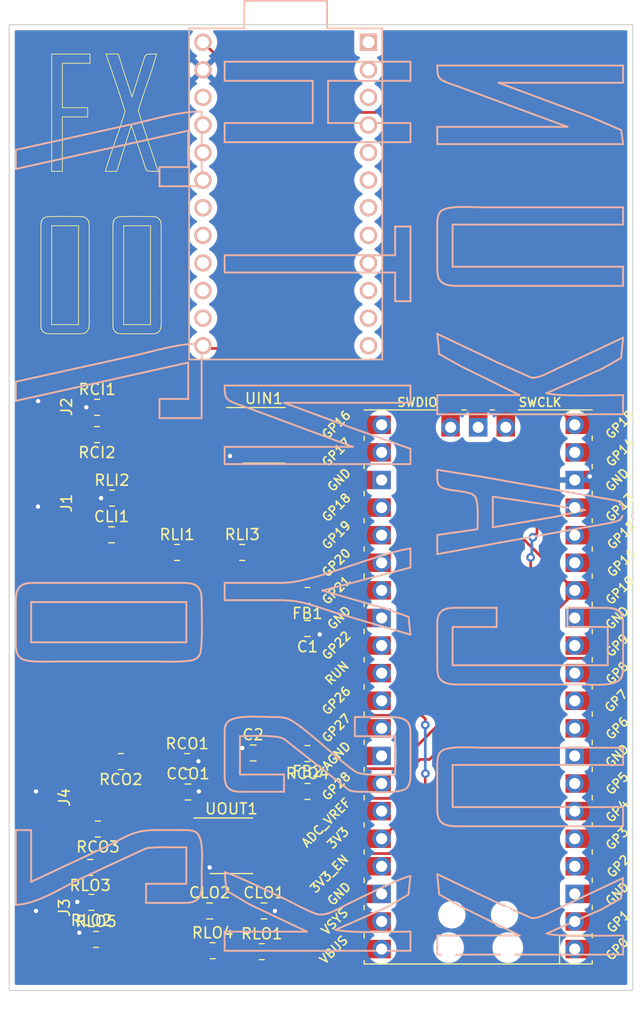
<source format=kicad_pcb>
(kicad_pcb (version 20211014) (generator pcbnew)
  (layers (0 "F.Cu" signal "Górna sygnałowa") (31 "B.Cu" signal "Dolna sygnałowa") (34 "B.Paste" user "Dolna pasty") (35 "F.Paste" user "Górna pasty") (36 "B.SilkS" user "B.Silkscreen") (37 "F.SilkS" user "F.Silkscreen") (38 "B.Mask" user "Dolna sodermaski") (39 "F.Mask" user "Górna soldermaski") (44 "Edge.Cuts" user "Krawędziowa"))
  (net 0 "")
  (net 1 "Net-(J2-PadT)")
  (net 2 "GND")
  (net 3 "3V3F")
  (net 4 "3V3")
  (net 5 "LOUT")
  (net 6 "CVC")
  (net 7 "LINC")
  (net 29 "Net-(CCO1-Pad1)")
  (net 30 "Net-(CLI1-Pad1)")
  (net 31 "Net-(CLI1-Pad2)")
  (net 32 "5V")
  (net 69 "5V F")
  (net 70 "LOC")
  (net 71 "Net-(CLO1-Pad1)")
  (net 72 "COC")
  (net 73 "Net-(RCO1-Pad1)")
  (net 74 "Net-(RCO2-Pad2)")
  (net 75 "COPWM")
  (net 76 "Net-(RLI1-Pad2)")
  (net 77 "Net-(RLO2-Pad1)")
  (net 78 "Net-(RLO3-Pad2)")
  (net 79 "Net-(CLO2-Pad1)")
  (net 80 "Net-(UIN1-Pad6)")
  (footprint "Resistor_SMD:R_0805_2012Metric_Pad1.20x1.40mm_HandSolder" (layer "F.Cu") (at 157 110.96 180)
    (fp_text reference "FB1")
    (fp_text value "FerriteBead")
  )
  (footprint "Capacitor_SMD:C_0805_2012Metric_Pad1.18x1.45mm_HandSolder" (layer "F.Cu") (at 157 114 180)
    (fp_text reference "C1")
    (fp_text value "100nF")
  )
  (footprint "Capacitor_SMD:C_0805_2012Metric_Pad1.18x1.45mm_HandSolder" (layer "F.Cu") (at 152 125.46)
    (fp_text reference "C2")
    (fp_text value "100nF")
  )
  (footprint "Connector_Wire:SolderWirePad_2x01_SMD_1x2mm" (layer "F.Cu") (at 132.08 129.54 -90)
    (fp_text reference "J4")
    (fp_text value "CV OUT")
  )
  (footprint "Resistor_SMD:R_0805_2012Metric_Pad1.20x1.40mm_HandSolder" (layer "F.Cu") (at 139 102)
    (fp_text reference "RLI2")
    (fp_text value "100")
  )
  (footprint "Capacitor_SMD:C_0805_2012Metric_Pad1.18x1.45mm_HandSolder" (layer "F.Cu") (at 148 140)
    (fp_text reference "CLO2")
    (fp_text value "10uF")
  )
  (footprint "Resistor_SMD:R_0805_2012Metric_Pad1.20x1.40mm_HandSolder" (layer "F.Cu") (at 145 107)
    (fp_text reference "RLI1")
    (fp_text value "100")
  )
  (footprint "Capacitor_SMD:C_0805_2012Metric_Pad1.18x1.45mm_HandSolder" (layer "F.Cu") (at 138.9625 105.38)
    (fp_text reference "CLI1")
    (fp_text value "1uF")
  )
  (footprint "Package_SO:SOP-8_3.9x4.9mm_P1.27mm" (layer "F.Cu") (at 150 134)
    (fp_text reference "UOUT1")
    (fp_text value "LM358")
  )
  (footprint "Resistor_SMD:R_0805_2012Metric_Pad1.20x1.40mm_HandSolder" (layer "F.Cu") (at 157 125.51 180)
    (fp_text reference "FB2")
    (fp_text value "FerriteBead")
  )
  (footprint "Resistor_SMD:R_0805_2012Metric_Pad1.20x1.40mm_HandSolder" (layer "F.Cu") (at 148.27 143.66)
    (fp_text reference "RLO4")
    (fp_text value "150K")
  )
  (footprint "Resistor_SMD:R_0805_2012Metric_Pad1.20x1.40mm_HandSolder" (layer "F.Cu") (at 137.71 132.46 180)
    (fp_text reference "RCO3")
    (fp_text value "150K")
  )
  (footprint "Connector_Wire:SolderWirePad_2x01_SMD_1x2mm" (layer "F.Cu") (at 132.28 93.59 -90)
    (fp_text reference "J2")
    (fp_text value "CV IN")
  )
  (footprint "Resistor_SMD:R_0805_2012Metric_Pad1.20x1.40mm_HandSolder" (layer "F.Cu") (at 151 107)
    (fp_text reference "RLI3")
    (fp_text value "100")
  )
  (footprint "Resistor_SMD:R_0805_2012Metric_Pad1.20x1.40mm_HandSolder" (layer "F.Cu") (at 137.53 142.62)
    (fp_text reference "RLO5")
    (fp_text value "3.9k")
  )
  (footprint "Resistor_SMD:R_0805_2012Metric_Pad1.20x1.40mm_HandSolder" (layer "F.Cu") (at 137 136 180)
    (fp_text reference "RLO3")
    (fp_text value "5K")
  )
  (footprint "Resistor_SMD:R_0805_2012Metric_Pad1.20x1.40mm_HandSolder" (layer "F.Cu") (at 145.93 126.25)
    (fp_text reference "RCO1")
    (fp_text value "10K")
  )
  (footprint "Connector_Wire:SolderWirePad_2x01_SMD_1x2mm" (layer "F.Cu") (at 132.08 139.7 -90)
    (fp_text reference "J3")
    (fp_text value "Line OUT")
  )
  (footprint "Resistor_SMD:R_0805_2012Metric_Pad1.20x1.40mm_HandSolder" (layer "F.Cu") (at 152.8 143.75)
    (fp_text reference "RLO1")
    (fp_text value "3.9k")
  )
  (footprint "Resistor_SMD:R_0805_2012Metric_Pad1.20x1.40mm_HandSolder" (layer "F.Cu") (at 139.82 126.25 180)
    (fp_text reference "RCO2")
    (fp_text value "5K")
  )
  (footprint "Resistor_SMD:R_0805_2012Metric_Pad1.20x1.40mm_HandSolder" (layer "F.Cu") (at 157 129)
    (fp_text reference "RCO4")
    (fp_text value "3.9k")
  )
  (footprint "Capacitor_SMD:C_0805_2012Metric_Pad1.18x1.45mm_HandSolder" (layer "F.Cu") (at 153 140)
    (fp_text reference "CLO1")
    (fp_text value "33nF")
  )
  (footprint "Resistor_SMD:R_0805_2012Metric_Pad1.20x1.40mm_HandSolder" (layer "F.Cu") (at 137.62 96.15 180)
    (fp_text reference "RCI2")
    (fp_text value "1K")
  )
  (footprint "Resistor_SMD:R_0805_2012Metric_Pad1.20x1.40mm_HandSolder" (layer "F.Cu") (at 137.64 93.64)
    (fp_text reference "RCI1")
    (fp_text value "2K")
  )
  (footprint "Resistor_SMD:R_0805_2012Metric_Pad1.20x1.40mm_HandSolder" (layer "F.Cu") (at 137.11 139.21 180)
    (fp_text reference "RLO2")
    (fp_text value "10K")
  )
  (footprint "Connector_Wire:SolderWirePad_2x01_SMD_1x2mm" (layer "F.Cu") (at 132.27 102.46 -90)
    (fp_text reference "J1")
    (fp_text value "Line IN")
  )
  (footprint "Capacitor_SMD:C_0805_2012Metric_Pad1.18x1.45mm_HandSolder" (layer "F.Cu") (at 146 129.05)
    (fp_text reference "CCO1")
    (fp_text value "33nF")
  )
  (footprint "Package_SO:SOP-8_3.9x4.9mm_P1.27mm" (layer "F.Cu") (at 153 96.22)
    (fp_text reference "UIN1")
    (fp_text value "LM358")
  )
  (footprint "MCU_RaspberryPi_and_Boards:RPi_Pico_SMD_TH" (layer "F.Cu") (at 172.72 119.38 180)
    (fp_text reference "U2" hide)
    (fp_text value "Pico")
  )
  (footprint "promicro:ProMicro" (layer "B.Cu") (at 155 74 -90)
    (fp_text reference "U3" hide)
    (fp_text value "ProMicro")
  )
  (gr_line (start 149.373912 111.389903) (end 149.373912 109.802401) (layer "B.SilkS") (width 0.176388))
  (gr_line (start 149.373912 61.82463) (end 149.373912 61.82463) (layer "B.SilkS") (width 0.176388))
  (gr_line (start 185.971032 102.671533) (end 185.987225 102.717482) (layer "B.SilkS") (width 0.176388))
  (gr_line (start 165.314686 122.192475) (end 165.427284 122.210917) (layer "B.SilkS") (width 0.176388))
  (gr_line (start 147.257247 87.753794) (end 147.257247 94.63296) (layer "B.SilkS") (width 0.176388))
  (gr_line (start 159.721306 139.877929) (end 160.059136 139.706818) (layer "B.SilkS") (width 0.176388))
  (gr_line (start 185.559545 104.091579) (end 185.382297 104.147429) (layer "B.SilkS") (width 0.176388))
  (gr_line (start 179.494931 90.319867) (end 179.796469 90.171432) (layer "B.SilkS") (width 0.176388))
  (gr_line (start 186.062797 75.230185) (end 186.062797 75.230185) (layer "B.SilkS") (width 0.176388))
  (gr_line (start 142.884705 134.158947) (end 142.457186 134.189981) (layer "B.SilkS") (width 0.176388))
  (gr_line (start 146.022525 71.526023) (end 146.022525 68.174628) (layer "B.SilkS") (width 0.176388))
  (gr_line (start 145.493358 109.802401) (end 145.493358 109.802401) (layer "B.SilkS") (width 0.176388))
  (gr_line (start 156.723153 111.655788) (end 156.431089 111.58986) (layer "B.SilkS") (width 0.176388))
  (gr_line (start 153.756147 123.925913) (end 153.476317 123.906104) (layer "B.SilkS") (width 0.176388))
  (gr_line (start 184.651686 113.859347) (end 180.94752 113.859347) (layer "B.SilkS") (width 0.176388))
  (gr_line (start 147.257247 111.566291) (end 147.257247 111.566291) (layer "B.SilkS") (width 0.176388))
  (gr_line (start 170.187854 63.864126) (end 169.917484 63.764381) (layer "B.SilkS") (width 0.176388))
  (gr_line (start 154.089286 138.498389) (end 155.371135 139.12705) (layer "B.SilkS") (width 0.176388))
  (gr_line (start 177.798555 140.656835) (end 177.870447 140.653634) (layer "B.SilkS") (width 0.176388))
  (gr_line (start 149.656139 128.621331) (end 149.656139 128.621331) (layer "B.SilkS") (width 0.176388))
  (gr_line (start 130.843632 116.862845) (end 130.776149 116.834357) (layer "B.SilkS") (width 0.176388))
  (gr_line (start 149.373912 127.264899) (end 149.373912 123.913512) (layer "B.SilkS") (width 0.176388))
  (gr_line (start 145.949352 116.988953) (end 145.695352 117.013972) (layer "B.SilkS") (width 0.176388))
  (gr_line (start 168.959782 113.34495) (end 168.968512 113.243527) (layer "B.SilkS") (width 0.176388))
  (gr_line (start 186.062797 92.516295) (end 186.062797 92.516295) (layer "B.SilkS") (width 0.176388))
  (gr_line (start 147.138185 133.39557) (end 147.197845 133.631591) (layer "B.SilkS") (width 0.176388))
  (gr_line (start 179.889186 103.701113) (end 182.535019 103.099627) (layer "B.SilkS") (width 0.176388))
  (gr_line (start 155.100683 122.273743) (end 155.194747 122.304845) (layer "B.SilkS") (width 0.176388))
  (gr_line (start 169.007052 81.478368) (end 168.991442 81.392551) (layer "B.SilkS") (width 0.176388))
  (gr_line (start 177.596132 140.640467) (end 177.596132 140.640467) (layer "B.SilkS") (width 0.176388))
  (gr_line (start 149.592302 136.49942) (end 149.869628 136.596111) (layer "B.SilkS") (width 0.176388))
  (gr_line (start 180.065576 139.788508) (end 180.065576 139.788508) (layer "B.SilkS") (width 0.176388))
  (gr_line (start 178.175707 140.603591) (end 178.33664 140.5594) (layer "B.SilkS") (width 0.176388))
  (gr_line (start 169.500712 118.904976) (end 169.447781 118.871561) (layer "B.SilkS") (width 0.176388))
  (gr_line (start 136.144748 109.802401) (end 136.144748 109.802401) (layer "B.SilkS") (width 0.176388))
  (gr_line (start 186.062797 94.280181) (end 186.062797 94.280181) (layer "B.SilkS") (width 0.176388))
  (gr_line (start 155.457968 122.427088) (end 155.778329 122.621659) (layer "B.SilkS") (width 0.176388))
  (gr_line (start 141.054302 132.83754) (end 141.317075 132.757092) (layer "B.SilkS") (width 0.176388))
  (gr_line (start 173.18641 100.056918) (end 182.005853 101.616195) (layer "B.SilkS") (width 0.176388))
  (gr_line (start 185.878586 118.535039) (end 185.856422 118.572457) (layer "B.SilkS") (width 0.176388))
  (gr_line (start 157.4878 67.469077) (end 157.4878 63.588523) (layer "B.SilkS") (width 0.176388))
  (gr_line (start 165.646561 122.263448) (end 165.751694 122.298819) (layer "B.SilkS") (width 0.176388))
  (gr_line (start 180.94752 112.095458) (end 184.12252 112.095458) (layer "B.SilkS") (width 0.176388))
  (gr_line (start 131.516829 109.81158) (end 131.715044 109.80512) (layer "B.SilkS") (width 0.176388))
  (gr_line (start 169.63777 132.029907) (end 169.584463 132.004996) (layer "B.SilkS") (width 0.176388))
  (gr_line (start 168.953077 144.021841) (end 168.953077 144.021841) (layer "B.SilkS") (width 0.176388))
  (gr_line (start 169.022476 125.812265) (end 169.050809 125.717528) (layer "B.SilkS") (width 0.176388))
  (gr_line (start 172.65423 102.783624) (end 172.631972 102.567009) (layer "B.SilkS") (width 0.176388))
  (gr_line (start 185.934058 102.588503) (end 185.953305 102.628583) (layer "B.SilkS") (width 0.176388))
  (gr_line (start 179.171522 140.219304) (end 179.494931 140.061525) (layer "B.SilkS") (width 0.176388))
  (gr_line (start 145.98682 109.817898) (end 146.085045 109.827175) (layer "B.SilkS") (width 0.176388))
  (gr_line (start 173.010021 124.971844) (end 186.062797 124.971844) (layer "B.SilkS") (width 0.176388))
  (gr_line (start 158.016967 140.322966) (end 158.016967 140.322966) (layer "B.SilkS") (width 0.176388))
  (gr_line (start 146.391013 132.618329) (end 146.475087 132.640623) (layer "B.SilkS") (width 0.176388))
  (gr_line (start 169.085612 75.884605) (end 169.105642 75.840462) (layer "B.SilkS") (width 0.176388))
  (gr_line (start 186.014944 102.818887) (end 186.02644 102.874599) (layer "B.SilkS") (width 0.176388))
  (gr_line (start 178.33664 140.5594) (end 178.501348 140.504847) (layer "B.SilkS") (width 0.176388))
  (gr_line (start 168.953077 94.280181) (end 168.953077 92.516295) (layer "B.SilkS") (width 0.176388))
  (gr_line (start 161.71514 129.027083) (end 161.535485 129.019307) (layer "B.SilkS") (width 0.176388))
  (gr_line (start 166.485674 127.47833) (end 166.481463 127.683575) (layer "B.SilkS") (width 0.176388))
  (gr_line (start 169.104465 112.722307) (end 169.126519 112.68012) (layer "B.SilkS") (width 0.176388))
  (gr_line (start 183.064187 66.906394) (end 185.888172 68.121718) (layer "B.SilkS") (width 0.176388))
  (gr_line (start 146.957388 116.582349) (end 146.937291 116.608282) (layer "B.SilkS") (width 0.176388))
  (gr_line (start 147.029817 116.465436) (end 146.993644 116.527427) (layer "B.SilkS") (width 0.176388))
  (gr_line (start 166.251864 122.653138) (end 166.295723 122.716282) (layer "B.SilkS") (width 0.176388))
  (gr_line (start 146.022525 71.526023) (end 146.022525 71.526023) (layer "B.SilkS") (width 0.176388))
  (gr_line (start 169.555745 118.935658) (end 169.500712 118.904976) (layer "B.SilkS") (width 0.176388))
  (gr_line (start 169.300326 82.062399) (end 169.259996 82.019393) (layer "B.SilkS") (width 0.176388))
  (gr_line (start 165.072523 83.873236) (end 165.072523 81.227408) (layer "B.SilkS") (width 0.176388))
  (gr_line (start 165.538167 122.234361) (end 165.646561 122.263448) (layer "B.SilkS") (width 0.176388))
  (gr_line (start 131.715044 109.80512) (end 131.911418 109.802401) (layer "B.SilkS") (width 0.176388))
  (gr_line (start 136.144748 109.802401) (end 145.493358 109.802401) (layer "B.SilkS") (width 0.176388))
  (gr_line (start 170.843019 82.461552) (end 170.60168 82.458187) (layer "B.SilkS") (width 0.176388))
  (gr_line (start 185.966512 118.324754) (end 185.935683 118.41311) (layer "B.SilkS") (width 0.176388))
  (gr_line (start 142.141971 139.259342) (end 142.141971 139.259342) (layer "B.SilkS") (width 0.176388))
  (gr_line (start 149.382876 123.38158) (end 149.389128 123.302324) (layer "B.SilkS") (width 0.176388))
  (gr_line (start 169.867593 101.184983) (end 169.645515 101.126579) (layer "B.SilkS") (width 0.176388))
  (gr_line (start 185.927692 103.798907) (end 185.91059 103.828879) (layer "B.SilkS") (width 0.176388))
  (gr_line (start 166.483635 127.088511) (end 166.485674 127.47833) (layer "B.SilkS") (width 0.176388))
  (gr_line (start 166.483635 83.873236) (end 166.483635 83.873236) (layer "B.SilkS") (width 0.176388))
  (gr_line (start 171.650173 101.469157) (end 171.408707 101.421316) (layer "B.SilkS") (width 0.176388))
  (gr_line (start 168.953077 144.021841) (end 168.953077 142.257952) (layer "B.SilkS") (width 0.176388))
  (gr_line (start 161.309121 127.097478) (end 161.544746 127.234914) (layer "B.SilkS") (width 0.176388))
  (gr_line (start 163.15614 129.055164) (end 162.250301 129.028788) (layer "B.SilkS") (width 0.176388))
  (gr_line (start 170.872829 64.106468) (end 170.187854 63.864126) (layer "B.SilkS") (width 0.176388))
  (gr_line (start 138.437805 134.098203) (end 139.023529 133.802911) (layer "B.SilkS") (width 0.176388))
  (gr_line (start 169.011318 100.610479) (end 168.995217 100.536607) (layer "B.SilkS") (width 0.176388))
  (gr_line (start 142.847526 132.556565) (end 145.31697 132.556565) (layer "B.SilkS") (width 0.176388))
  (gr_line (start 176.537799 92.516295) (end 176.537799 92.516295) (layer "B.SilkS") (width 0.176388))
  (gr_line (start 150.785026 127.441289) (end 150.785026 127.441289) (layer "B.SilkS") (width 0.176388))
  (gr_line (start 170.364189 126.559344) (end 170.364189 130.439898) (layer "B.SilkS") (width 0.176388))
  (gr_line (start 166.483635 136.789898) (end 166.303716 138.484995) (layer "B.SilkS") (width 0.176388))
  (gr_line (start 174.77391 106.084124) (end 168.953077 107.156569) (layer "B.SilkS") (width 0.176388))
  (gr_line (start 149.694531 128.664241) (end 149.656139 128.621331) (layer "B.SilkS") (width 0.176388))
  (gr_line (start 169.431424 125.22296) (end 169.515711 125.179986) (layer "B.SilkS") (width 0.176388))
  (gr_line (start 170.118708 112.121625) (end 170.218915 112.112019) (layer "B.SilkS") (width 0.176388))
  (gr_line (start 145.493358 139.259342) (end 142.141971 139.259342) (layer "B.SilkS") (width 0.176388))
  (gr_line (start 131.126705 109.857302) (end 131.222524 109.840085) (layer "B.SilkS") (width 0.176388))
  (gr_line (start 149.373912 63.588523) (end 149.373912 61.82463) (layer "B.SilkS") (width 0.176388))
  (gr_line (start 171.584062 124.9338) (end 172.137943 124.946461) (layer "B.SilkS") (width 0.176388))
  (gr_line (start 185.805659 103.962233) (end 185.780575 103.985099) (layer "B.SilkS") (width 0.176388))
  (gr_line (start 146.950332 110.231025) (end 146.978506 110.265698) (layer "B.SilkS") (width 0.176388))
  (gr_line (start 149.373912 109.802401) (end 149.373912 109.802401) (layer "B.SilkS") (width 0.176388))
  (gr_line (start 149.373912 63.588523) (end 149.373912 63.588523) (layer "B.SilkS") (width 0.176388))
  (gr_line (start 169.020912 112.94851) (end 169.04932 112.855279) (layer "B.SilkS") (width 0.176388))
  (gr_line (start 173.18641 100.056918) (end 173.18641 100.056918) (layer "B.SilkS") (width 0.176388))
  (gr_line (start 166.483635 93.22185) (end 154.841968 93.22185) (layer "B.SilkS") (width 0.176388))
  (gr_line (start 168.953077 62.177413) (end 186.062797 62.177413) (layer "B.SilkS") (width 0.176388))
  (gr_line (start 160.059136 139.706818) (end 160.662799 139.391634) (layer "B.SilkS") (width 0.176388))
  (gr_line (start 166.28535 128.503443) (end 166.259499 128.544082) (layer "B.SilkS") (width 0.176388))
  (gr_line (start 168.953077 142.257952) (end 176.537799 142.257952) (layer "B.SilkS") (width 0.176388))
  (gr_line (start 130.764693 109.982731) (end 130.851267 109.941541) (layer "B.SilkS") (width 0.176388))
  (gr_line (start 149.373912 123.913512) (end 149.373912 123.913512) (layer "B.SilkS") (width 0.176388))
  (gr_line (start 147.299027 134.718198) (end 147.300035 135.001735) (layer "B.SilkS") (width 0.176388))
  (gr_line (start 168.975834 62.773414) (end 168.967705 62.672265) (layer "B.SilkS") (width 0.176388))
  (gr_line (start 166.333465 122.781591) (end 166.365563 122.848866) (layer "B.SilkS") (width 0.176388))
  (gr_line (start 159.01675 140.178975) (end 159.193808 140.113124) (layer "B.SilkS") (width 0.176388))
  (gr_line (start 177.596132 90.898806) (end 177.661232 90.908818) (layer "B.SilkS") (width 0.176388))
  (gr_line (start 151.718316 123.895377) (end 150.785026 123.913512) (layer "B.SilkS") (width 0.176388))
  (gr_line (start 161.855999 127.338483) (end 162.049524 127.376443) (layer "B.SilkS") (width 0.176388))
  (gr_line (start 146.841555 110.120776) (end 146.878915 110.155072) (layer "B.SilkS") (width 0.176388))
  (gr_line (start 156.574002 109.547689) (end 157.299204 109.371793) (layer "B.SilkS") (width 0.176388))
  (gr_line (start 168.970503 130.959774) (end 168.964149 130.871873) (layer "B.SilkS") (width 0.176388))
  (gr_line (start 185.859991 112.629542) (end 185.882702 112.666464) (layer "B.SilkS") (width 0.176388))
  (gr_line (start 186.051552 117.827874) (end 186.042182 117.931953) (layer "B.SilkS") (width 0.176388))
  (gr_line (start 169.42419 112.353946) (end 169.465298 112.32662) (layer "B.SilkS") (width 0.176388))
  (gr_line (start 185.694469 104.037279) (end 185.559545 104.091579) (layer "B.SilkS") (width 0.176388))
  (gr_line (start 185.616799 112.372618) (end 185.660055 112.406415) (layer "B.SilkS") (width 0.176388))
  (gr_line (start 146.740309 116.770831) (end 146.687511 116.803277) (layer "B.SilkS") (width 0.176388))
  (gr_line (start 163.668441 107.335825) (end 164.427687 107.107839) (layer "B.SilkS") (width 0.176388))
  (gr_line (start 146.180624 116.956255) (end 145.949352 116.988953) (layer "B.SilkS") (width 0.176388))
  (gr_line (start 182.413311 92.556423) (end 186.062797 92.516295) (layer "B.SilkS") (width 0.176388))
  (gr_line (start 146.475087 132.640623) (end 146.555311 132.667473) (layer "B.SilkS") (width 0.176388))
  (gr_line (start 168.991442 131.134209) (end 168.97943 131.047339) (layer "B.SilkS") (width 0.176388))
  (gr_line (start 150.785026 123.913512) (end 150.785026 127.441289) (layer "B.SilkS") (width 0.176388))
  (gr_line (start 132.035728 139.021273) (end 131.646667 139.154776) (layer "B.SilkS") (width 0.176388))
  (gr_line (start 172.375021 101.792582) (end 172.375021 101.792582) (layer "B.SilkS") (width 0.176388))
  (gr_line (start 169.146383 100.859909) (end 169.094617 100.798264) (layer "B.SilkS") (width 0.176388))
  (gr_line (start 149.973038 93.109818) (end 149.886919 93.062898) (layer "B.SilkS") (width 0.176388))
  (gr_line (start 144.234826 88.11892) (end 144.98576 87.972882) (layer "B.SilkS") (width 0.176388))
  (gr_line (start 169.259996 82.019393) (end 169.231512 81.985671) (layer "B.SilkS") (width 0.176388))
  (gr_line (start 149.518691 122.789781) (end 149.553829 122.728177) (layer "B.SilkS") (width 0.176388))
  (gr_line (start 130.147223 115.569669) (end 130.144276 115.436785) (layer "B.SilkS") (width 0.176388))
  (gr_line (start 186.062797 80.698241) (end 186.062797 82.462127) (layer "B.SilkS") (width 0.176388))
  (gr_line (start 169.259996 118.708278) (end 169.259996 118.708278) (layer "B.SilkS") (width 0.176388))
  (gr_line (start 168.999966 76.168217) (end 169.022476 76.070607) (layer "B.SilkS") (width 0.176388))
  (gr_line (start 166.20141 128.621331) (end 166.20141 128.621331) (layer "B.SilkS") (width 0.176388))
  (gr_line (start 168.953077 114.035735) (end 168.950542 113.649966) (layer "B.SilkS") (width 0.176388))
  (gr_line (start 150.044943 122.362199) (end 150.279698 122.282575) (layer "B.SilkS") (width 0.176388))
  (gr_line (start 130.147525 71.702407) (end 130.147525 71.702407) (layer "B.SilkS") (width 0.176388))
  (gr_line (start 149.373912 97.278792) (end 161.191967 97.278792) (layer "B.SilkS") (width 0.176388))
  (gr_line (start 150.785026 123.913512) (end 150.785026 123.913512) (layer "B.SilkS") (width 0.176388))
  (gr_line (start 160.922863 128.90959) (end 160.839191 128.878857) (layer "B.SilkS") (width 0.176388))
  (gr_line (start 166.483635 114.564902) (end 166.483635 114.564902) (layer "B.SilkS") (width 0.176388))
  (gr_line (start 169.026769 81.56277) (end 169.007052 81.478368) (layer "B.SilkS") (width 0.176388))
  (gr_line (start 130.155565 111.150761) (end 130.165385 111.036682) (layer "B.SilkS") (width 0.176388))
  (gr_line (start 150.648652 129.024199) (end 150.536188 129.015584) (layer "B.SilkS") (width 0.176388))
  (gr_line (start 146.479705 139.152062) (end 146.385477 139.180044) (layer "B.SilkS") (width 0.176388))
  (gr_line (start 130.179442 110.923803) (end 130.198427 110.812882) (layer "B.SilkS") (width 0.176388))
  (gr_line (start 182.413311 142.298081) (end 186.062797 142.257952) (layer "B.SilkS") (width 0.176388))
  (gr_line (start 169.930768 75.306831) (end 170.176297 75.262543) (layer "B.SilkS") (width 0.176388))
  (gr_line (start 149.373912 109.802401) (end 154.66558 109.802401) (layer "B.SilkS") (width 0.176388))
  (gr_line (start 184.703655 119.116733) (end 184.437767 119.149128) (layer "B.SilkS") (width 0.176388))
  (gr_line (start 158.092976 140.33249) (end 158.170763 140.337389) (layer "B.SilkS") (width 0.176388))
  (gr_line (start 141.260028 88.833293) (end 141.260028 88.833293) (layer "B.SilkS") (width 0.176388))
  (gr_line (start 155.318688 122.356288) (end 155.457968 122.427088) (layer "B.SilkS") (width 0.176388))
  (gr_line (start 168.953739 100.083597) (end 168.950008 99.888484) (layer "B.SilkS") (width 0.176388))
  (gr_line (start 178.019869 140.635607) (end 178.175707 140.603591) (layer "B.SilkS") (width 0.176388))
  (gr_line (start 171.153887 101.380794) (end 170.625685 101.30994) (layer "B.SilkS") (width 0.176388))
  (gr_line (start 177.728761 90.914198) (end 177.798555 90.915174) (layer "B.SilkS") (width 0.176388))
  (gr_line (start 154.487431 124.037417) (end 154.265985 123.990509) (layer "B.SilkS") (width 0.176388))
  (gr_line (start 171.246133 139.657981) (end 171.246133 139.657981) (layer "B.SilkS") (width 0.176388))
  (gr_line (start 170.440497 124.972102) (end 170.718371 124.950601) (layer "B.SilkS") (width 0.176388))
  (gr_line (start 169.04932 112.855279) (end 169.084302 112.765613) (layer "B.SilkS") (width 0.176388))
  (gr_line (start 149.441134 122.995737) (end 149.462708 122.924026) (layer "B.SilkS") (width 0.176388))
  (gr_line (start 158.898914 63.588523) (end 158.898914 67.469077) (layer "B.SilkS") (width 0.176388))
  (gr_line (start 169.050809 125.717528) (end 169.085612 125.626264) (layer "B.SilkS") (width 0.176388))
  (gr_line (start 169.177213 125.456551) (end 169.205166 125.41723) (layer "B.SilkS") (width 0.176388))
  (gr_line (start 157.093613 139.982398) (end 157.45572 140.140073) (layer "B.SilkS") (width 0.176388))
  (gr_line (start 142.847526 117.034346) (end 142.847526 117.034346) (layer "B.SilkS") (width 0.176388))
  (gr_line (start 186.062797 126.559344) (end 186.062797 126.559344) (layer "B.SilkS") (width 0.176388))
  (gr_line (start 157.46267 123.919475) (end 158.428617 124.737468) (layer "B.SilkS") (width 0.176388))
  (gr_line (start 168.955413 80.868087) (end 168.953077 80.698241) (layer "B.SilkS") (width 0.176388))
  (gr_line (start 172.67819 103.245367) (end 172.669278 103.011128) (layer "B.SilkS") (width 0.176388))
  (gr_line (start 138.437805 134.098203) (end 138.437805 134.098203) (layer "B.SilkS") (width 0.176388))
  (gr_line (start 166.476247 123.433981) (end 166.483635 123.737122) (layer "B.SilkS") (width 0.176388))
  (gr_line (start 161.356988 129.003346) (end 161.268509 128.991437) (layer "B.SilkS") (width 0.176388))
  (gr_line (start 166.414731 122.98852) (end 166.432753 123.0605) (layer "B.SilkS") (width 0.176388))
  (gr_line (start 166.002878 136.930702) (end 166.271994 136.8427) (layer "B.SilkS") (width 0.176388))
  (gr_line (start 170.319513 112.105379) (end 170.52011 112.098392) (layer "B.SilkS") (width 0.176388))
  (gr_line (start 149.373912 91.634349) (end 166.483635 91.634349) (layer "B.SilkS") (width 0.176388))
  (gr_line (start 180.94752 113.859347) (end 180.94752 112.095458) (layer "B.SilkS") (width 0.176388))
  (gr_line (start 185.882881 138.837772) (end 185.882881 138.837772) (layer "B.SilkS") (width 0.176388))
  (gr_line (start 169.018507 63.032014) (end 169.000763 62.952708) (layer "B.SilkS") (width 0.176388))
  (gr_line (start 170.104677 82.417371) (end 169.982822 82.395378) (layer "B.SilkS") (width 0.176388))
  (gr_line (start 168.960921 126.213949) (end 168.969835 126.111316) (layer "B.SilkS") (width 0.176388))
  (gr_line (start 147.075304 138.67878) (end 147.04476 138.733898) (layer "B.SilkS") (width 0.176388))
  (gr_line (start 173.010021 75.230185) (end 186.062797 75.230185) (layer "B.SilkS") (width 0.176388))
  (gr_line (start 161.903697 138.777497) (end 163.627458 137.951198) (layer "B.SilkS") (width 0.176388))
  (gr_line (start 149.397715 123.223646) (end 149.409002 123.146013) (layer "B.SilkS") (width 0.176388))
  (gr_line (start 164.974323 122.160756) (end 165.087433 122.168036) (layer "B.SilkS") (width 0.176388))
  (gr_line (start 184.651686 113.859347) (end 184.651686 113.859347) (layer "B.SilkS") (width 0.176388))
  (gr_line (start 146.022525 68.174628) (end 130.147525 71.702407) (layer "B.SilkS") (width 0.176388))
  (gr_line (start 161.191967 97.278792) (end 161.191967 97.278792) (layer "B.SilkS") (width 0.176388))
  (gr_line (start 132.427388 138.868881) (end 132.035728 139.021273) (layer "B.SilkS") (width 0.176388))
  (gr_line (start 177.596132 140.640467) (end 177.661232 140.650478) (layer "B.SilkS") (width 0.176388))
  (gr_line (start 169.342855 131.844178) (end 169.300326 131.804058) (layer "B.SilkS") (width 0.176388))
  (gr_line (start 146.978506 110.265698) (end 147.00486 110.30123) (layer "B.SilkS") (width 0.176388))
  (gr_line (start 147.254766 111.394247) (end 147.257247 111.566291) (layer "B.SilkS") (width 0.176388))
  (gr_line (start 166.483635 106.627402) (end 166.483635 106.627402) (layer "B.SilkS") (width 0.176388))
  (gr_line (start 130.149293 111.265279) (end 130.155565 111.150761) (layer "B.SilkS") (width 0.176388))
  (gr_line (start 184.899222 112.121421) (end 185.010417 112.13713) (layer "B.SilkS") (width 0.176388))
  (gr_line (start 170.603012 119.148799) (end 170.465158 119.142703) (layer "B.SilkS") (width 0.176388))
  (gr_line (start 169.342855 82.102519) (end 169.300326 82.062399) (layer "B.SilkS") (width 0.176388))
  (gr_line (start 141.317075 132.757092) (end 141.590728 132.688802) (layer "B.SilkS") (width 0.176388))
  (gr_line (start 169.115687 81.803907) (end 169.080575 81.725899) (layer "B.SilkS") (width 0.176388))
  (gr_line (start 152.654168 122.12096) (end 153.607246 122.149623) (layer "B.SilkS") (width 0.176388))
  (gr_line (start 178.175707 90.86193) (end 178.33664 90.817739) (layer "B.SilkS") (width 0.176388))
  (gr_line (start 186.062797 124.971844) (end 186.062797 124.971844) (layer "B.SilkS") (width 0.176388))
  (gr_line (start 130.601881 116.724565) (end 130.550435 116.681656) (layer "B.SilkS") (width 0.176388))
  (gr_line (start 146.496888 87.781514) (end 146.87666 87.761073) (layer "B.SilkS") (width 0.176388))
  (gr_line (start 131.319731 109.827175) (end 131.417956 109.817898) (layer "B.SilkS") (width 0.176388))
  (gr_line (start 158.898914 67.469077) (end 158.898914 67.469077) (layer "B.SilkS") (width 0.176388))
  (gr_line (start 149.373912 79.639907) (end 165.072523 79.639907) (layer "B.SilkS") (width 0.176388))
  (gr_line (start 158.331129 140.33417) (end 158.496988 140.315014) (layer "B.SilkS") (width 0.176388))
  (gr_line (start 186.062797 92.516295) (end 186.062797 94.280181) (layer "B.SilkS") (width 0.176388))
  (gr_line (start 146.27807 109.857302) (end 146.372132 109.879501) (layer "B.SilkS") (width 0.176388))
  (gr_line (start 136.144748 137.012148) (end 135.467589 137.354886) (layer "B.SilkS") (width 0.176388))
  (gr_line (start 153.607246 122.149623) (end 154.005611 122.148823) (layer "B.SilkS") (width 0.176388))
  (gr_line (start 169.982822 132.137036) (end 169.863772 132.10872) (layer "B.SilkS") (width 0.176388))
  (gr_line (start 146.029141 132.566487) (end 146.122154 132.574669) (layer "B.SilkS") (width 0.176388))
  (gr_line (start 169.63899 112.236941) (end 169.730619 112.202736) (layer "B.SilkS") (width 0.176388))
  (gr_line (start 172.631972 102.567009) (end 172.601433 102.365434) (layer "B.SilkS") (width 0.176388))
  (gr_line (start 186.062797 76.817687) (end 186.062797 76.817687) (layer "B.SilkS") (width 0.176388))
  (gr_line (start 168.953077 69.409354) (end 168.953077 69.409354) (layer "B.SilkS") (width 0.176388))
  (gr_line (start 142.741804 88.467672) (end 143.486868 88.286785) (layer "B.SilkS") (width 0.176388))
  (gr_line (start 150.536188 129.015584) (end 150.424972 129.002329) (layer "B.SilkS") (width 0.176388))
  (gr_line (start 149.537941 92.740691) (end 149.503224 92.674644) (layer "B.SilkS") (width 0.176388))
  (gr_line (start 150.785026 123.913512) (end 150.785026 123.913512) (layer "B.SilkS") (width 0.176388))
  (gr_line (start 156.958637 141.905175) (end 151.666969 139.389869) (layer "B.SilkS") (width 0.176388))
  (gr_line (start 185.835447 112.593473) (end 185.859991 112.629542) (layer "B.SilkS") (width 0.176388))
  (gr_line (start 169.532664 82.236144) (end 169.482489 82.206565) (layer "B.SilkS") (width 0.176388))
  (gr_line (start 166.483635 143.669063) (end 166.483635 143.669063) (layer "B.SilkS") (width 0.176388))
  (gr_line (start 135.467589 137.354886) (end 134.744829 137.737602) (layer "B.SilkS") (width 0.176388))
  (gr_line (start 151.314193 129.028788) (end 150.874791 129.031103) (layer "B.SilkS") (width 0.176388))
  (gr_line (start 147.257247 136.43712) (end 147.257247 136.43712) (layer "B.SilkS") (width 0.176388))
  (gr_line (start 144.847556 117.051764) (end 144.261425 117.054717) (layer "B.SilkS") (width 0.176388))
  (gr_line (start 130.550435 116.681656) (end 130.502946 116.636524) (layer "B.SilkS") (width 0.176388))
  (gr_line (start 186.062797 126.559344) (end 170.364189 126.559344) (layer "B.SilkS") (width 0.176388))
  (gr_line (start 185.497994 118.884718) (end 185.40202 118.931078) (layer "B.SilkS") (width 0.176388))
  (gr_line (start 146.687511 116.803277) (end 146.626189 116.835133) (layer "B.SilkS") (width 0.176388))
  (gr_line (start 166.20141 128.621331) (end 166.145346 128.678373) (layer "B.SilkS") (width 0.176388))
  (gr_line (start 169.053621 100.730723) (end 169.053621 100.730723) (layer "B.SilkS") (width 0.176388))
  (gr_line (start 169.515711 125.179986) (end 169.608414 125.14125) (layer "B.SilkS") (width 0.176388))
  (gr_line (start 170.625685 101.30994) (end 170.363052 101.27372) (layer "B.SilkS") (width 0.176388))
  (gr_line (start 169.053621 100.730723) (end 169.030691 100.675633) (layer "B.SilkS") (width 0.176388))
  (gr_line (start 180.94752 113.859347) (end 180.94752 113.859347) (layer "B.SilkS") (width 0.176388))
  (gr_line (start 166.483635 93.22185) (end 166.483635 93.22185) (layer "B.SilkS") (width 0.176388))
  (gr_line (start 130.165385 111.036682) (end 130.179442 110.923803) (layer "B.SilkS") (width 0.176388))
  (gr_line (start 168.954318 113.446902) (end 168.959782 113.34495) (layer "B.SilkS") (width 0.176388))
  (gr_line (start 186.038103 113.159303) (end 186.047954 113.247143) (layer "B.SilkS") (width 0.176388))
  (gr_line (start 169.132995 88.743335) (end 169.132995 88.743335) (layer "B.SilkS") (width 0.176388))
  (gr_line (start 145.846138 115.270457) (end 145.846138 115.270457) (layer "B.SilkS") (width 0.176388))
  (gr_line (start 171.069744 132.203788) (end 171.069744 132.203788) (layer "B.SilkS") (width 0.176388))
  (gr_line (start 139.556688 133.521467) (end 140.058635 133.261604) (layer "B.SilkS") (width 0.176388))
  (gr_line (start 169.235302 112.524081) (end 169.235302 112.524081) (layer "B.SilkS") (width 0.176388))
  (gr_line (start 133.417501 117.046859) (end 132.916921 117.052391) (layer "B.SilkS") (width 0.176388))
  (gr_line (start 142.847526 117.034346) (end 134.204471 117.034346) (layer "B.SilkS") (width 0.176388))
  (gr_line (start 174.068355 101.864905) (end 174.068355 104.687125) (layer "B.SilkS") (width 0.176388))
  (gr_line (start 146.022525 92.869071) (end 146.022525 89.517684) (layer "B.SilkS") (width 0.176388))
  (gr_line (start 166.20141 122.592358) (end 166.227491 122.62244) (layer "B.SilkS") (width 0.176388))
  (gr_line (start 147.157655 110.611561) (end 147.182005 110.694906) (layer "B.SilkS") (width 0.176388))
  (gr_line (start 149.625538 92.859818) (end 149.578551 92.802217) (layer "B.SilkS") (width 0.176388))
  (gr_line (start 130.147525 114.917678) (end 130.147525 114.917678) (layer "B.SilkS") (width 0.176388))
  (gr_line (start 168.960921 76.472292) (end 168.969835 76.369659) (layer "B.SilkS") (width 0.176388))
  (gr_line (start 147.103124 138.619564) (end 147.075304 138.67878) (layer "B.SilkS") (width 0.176388))
  (gr_line (start 177.870447 90.911973) (end 178.019869 90.893946) (layer "B.SilkS") (width 0.176388))
  (gr_line (start 170.353106 132.187261) (end 170.228412 132.175503) (layer "B.SilkS") (width 0.176388))
  (gr_line (start 147.04476 138.733898) (end 147.011373 138.784637) (layer "B.SilkS") (width 0.176388))
  (gr_line (start 157.90408 140.298451) (end 158.016967 140.322966) (layer "B.SilkS") (width 0.176388))
  (gr_line (start 185.892234 103.857847) (end 185.872593 103.885738) (layer "B.SilkS") (width 0.176388))
  (gr_line (start 149.553829 138.132217) (end 149.553829 138.132217) (layer "B.SilkS") (width 0.176388))
  (gr_line (start 130.147525 132.556565) (end 131.558643 132.556565) (layer "B.SilkS") (width 0.176388))
  (gr_line (start 166.483635 108.391291) (end 158.369747 110.507956) (layer "B.SilkS") (width 0.176388))
  (gr_line (start 185.552647 102.270503) (end 185.590234 102.284903) (layer "B.SilkS") (width 0.176388))
  (gr_line (start 185.856422 118.572457) (end 185.802814 118.646436) (layer "B.SilkS") (width 0.176388))
  (gr_line (start 170.716966 112.095458) (end 174.421133 112.095458) (layer "B.SilkS") (width 0.176388))
  (gr_line (start 165.072523 81.227408) (end 165.072523 81.227408) (layer "B.SilkS") (width 0.176388))
  (gr_line (start 165.201145 122.178395) (end 165.314686 122.192475) (layer "B.SilkS") (width 0.176388))
  (gr_line (start 170.477836 82.453449) (end 170.353106 82.445603) (layer "B.SilkS") (width 0.176388))
  (gr_line (start 158.428617 124.737468) (end 159.387204 125.559512) (layer "B.SilkS") (width 0.176388))
  (gr_line (start 185.526137 112.312564) (end 185.572133 112.341367) (layer "B.SilkS") (width 0.176388))
  (gr_line (start 152.888243 123.886171) (end 152.290826 123.885421) (layer "B.SilkS") (width 0.176388))
  (gr_line (start 146.022525 89.517684) (end 130.147525 93.045462) (layer "B.SilkS") (width 0.176388))
  (gr_line (start 169.026769 131.304428) (end 169.007052 131.220026) (layer "B.SilkS") (width 0.176388))
  (gr_line (start 146.906854 132.919814) (end 146.96352 132.999529) (layer "B.SilkS") (width 0.176388))
  (gr_line (start 169.127532 125.539072) (end 169.151362 125.49719) (layer "B.SilkS") (width 0.176388))
  (gr_line (start 146.865187 138.939743) (end 146.826206 138.971401) (layer "B.SilkS") (width 0.176388))
  (gr_line (start 169.300326 131.804058) (end 169.259996 131.761052) (layer "B.SilkS") (width 0.176388))
  (gr_line (start 159.428081 112.506446) (end 159.428081 112.506446) (layer "B.SilkS") (width 0.176388))
  (gr_line (start 169.151362 125.49719) (end 169.177213 125.456551) (layer "B.SilkS") (width 0.176388))
  (gr_line (start 184.088564 104.430038) (end 182.182242 104.755915) (layer "B.SilkS") (width 0.176388))
  (gr_line (start 171.246133 89.916323) (end 169.132995 88.743335) (layer "B.SilkS") (width 0.176388))
  (gr_line (start 165.711576 128.894883) (end 165.479126 128.953134) (layer "B.SilkS") (width 0.176388))
  (gr_line (start 168.982634 76.268101) (end 168.999966 76.168217) (layer "B.SilkS") (width 0.176388))
  (gr_line (start 161.007766 128.935871) (end 160.922863 128.90959) (layer "B.SilkS") (width 0.176388))
  (gr_line (start 186.062797 94.280181) (end 186.062797 94.280181) (layer "B.SilkS") (width 0.176388))
  (gr_line (start 171.408707 101.421316) (end 171.153887 101.380794) (layer "B.SilkS") (width 0.176388))
  (gr_line (start 147.287013 135.549829) (end 147.257247 136.43712) (layer "B.SilkS") (width 0.176388))
  (gr_line (start 182.182242 104.755915) (end 174.77391 106.084124) (layer "B.SilkS") (width 0.176388))
  (gr_line (start 157.011553 111.729232) (end 156.723153 111.655788) (layer "B.SilkS") (width 0.176388))
  (gr_line (start 145.846138 137.495454) (end 145.846138 134.144065) (layer "B.SilkS") (width 0.176388))
  (gr_line (start 145.846138 137.495454) (end 145.846138 137.495454) (layer "B.SilkS") (width 0.176388))
  (gr_line (start 164.543356 122.149623) (end 164.543356 122.149623) (layer "B.SilkS") (width 0.176388))
  (gr_line (start 169.63777 82.288249) (end 169.584463 82.263338) (layer "B.SilkS") (width 0.176388))
  (gr_line (start 174.068355 101.864905) (end 174.068355 101.864905) (layer "B.SilkS") (width 0.176388))
  (gr_line (start 150.068433 93.156391) (end 149.973038 93.109818) (layer "B.SilkS") (width 0.176388))
  (gr_line (start 131.558643 137.319064) (end 131.558643 137.319064) (layer "B.SilkS") (width 0.176388))
  (gr_line (start 130.166345 115.832998) (end 130.154164 115.702034) (layer "B.SilkS") (width 0.176388))
  (gr_line (start 166.483635 143.669063) (end 149.373912 143.669063) (layer "B.SilkS") (width 0.176388))
  (gr_line (start 149.449539 92.526602) (end 149.429605 92.443415) (layer "B.SilkS") (width 0.176388))
  (gr_line (start 168.953077 67.821852) (end 180.94752 67.821852) (layer "B.SilkS") (width 0.176388))
  (gr_line (start 146.372132 109.879501) (end 146.464067 109.907356) (layer "B.SilkS") (width 0.176388))
  (gr_line (start 143.705741 117.048099) (end 142.847526 117.034346) (layer "B.SilkS") (width 0.176388))
  (gr_line (start 185.780575 112.524081) (end 185.780575 112.524081) (layer "B.SilkS") (width 0.176388))
  (gr_line (start 154.020796 123.953694) (end 153.756147 123.925913) (layer "B.SilkS") (width 0.176388))
  (gr_line (start 131.399061 116.985232) (end 131.188824 116.95298) (layer "B.SilkS") (width 0.176388))
  (gr_line (start 130.681353 110.031599) (end 130.764693 109.982731) (layer "B.SilkS") (width 0.176388))
  (gr_line (start 185.473582 102.244814) (end 185.552647 102.270503) (layer "B.SilkS") (width 0.176388))
  (gr_line (start 168.964149 117.819098) (end 168.959857 117.73122) (layer "B.SilkS") (width 0.176388))
  (gr_line (start 169.447705 101.054893) (end 169.35958 101.013151) (layer "B.SilkS") (width 0.176388))
  (gr_line (start 169.156953 81.879065) (end 169.115687 81.803907) (layer "B.SilkS") (width 0.176388))
  (gr_line (start 174.59752 89.560015) (end 174.59752 89.560015) (layer "B.SilkS") (width 0.176388))
  (gr_line (start 186.001868 102.766558) (end 186.014944 102.818887) (layer "B.SilkS") (width 0.176388))
  (gr_line (start 185.882881 89.09611) (end 185.882881 89.09611) (layer "B.SilkS") (width 0.176388))
  (gr_line (start 170.228412 82.433844) (end 170.104677 82.417371) (layer "B.SilkS") (width 0.176388))
  (gr_line (start 146.496888 66.438461) (end 146.87666 66.418021) (layer "B.SilkS") (width 0.176388))
  (gr_line (start 161.368358 122.149623) (end 164.543356 122.149623) (layer "B.SilkS") (width 0.176388))
  (gr_line (start 171.069744 132.203788) (end 170.843019 132.203212) (layer "B.SilkS") (width 0.176388))
  (gr_line (start 145.846138 134.144065) (end 145.846138 134.144065) (layer "B.SilkS") (width 0.176388))
  (gr_line (start 169.690156 63.672717) (end 169.591451 63.628463) (layer "B.SilkS") (width 0.176388))
  (gr_line (start 130.147525 114.917678) (end 130.147525 111.91907) (layer "B.SilkS") (width 0.176388))
  (gr_line (start 168.953077 86.871852) (end 174.59752 89.560015) (layer "B.SilkS") (width 0.176388))
  (gr_line (start 168.959857 81.042336) (end 168.955413 80.868087) (layer "B.SilkS") (width 0.176388))
  (gr_line (start 166.365563 122.848866) (end 166.392493 122.917909) (layer "B.SilkS") (width 0.176388))
  (gr_line (start 147.18953 138.347329) (end 147.151064 138.489959) (layer "B.SilkS") (width 0.176388))
  (gr_line (start 146.72342 110.031599) (end 146.763761 110.059124) (layer "B.SilkS") (width 0.176388))
  (gr_line (start 168.970503 117.906999) (end 168.964149 117.819098) (layer "B.SilkS") (width 0.176388))
  (gr_line (start 158.056951 109.16208) (end 158.840053 108.925557) (layer "B.SilkS") (width 0.176388))
  (gr_line (start 185.935683 118.41311) (end 185.899144 118.495942) (layer "B.SilkS") (width 0.176388))
  (gr_line (start 147.257247 73.289908) (end 147.257247 73.289908) (layer "B.SilkS") (width 0.176388))
  (gr_line (start 170.363052 101.27372) (end 170.108563 101.233049) (layer "B.SilkS") (width 0.176388))
  (gr_line (start 169.917484 63.764381) (end 169.690156 63.672717) (layer "B.SilkS") (width 0.176388))
  (gr_line (start 147.072109 116.392779) (end 147.029817 116.465436) (layer "B.SilkS") (width 0.176388))
  (gr_line (start 146.937291 116.608282) (end 146.914848 116.633798) (layer "B.SilkS") (width 0.176388))
  (gr_line (start 172.375021 101.792582) (end 172.312558 101.736736) (layer "B.SilkS") (width 0.176388))
  (gr_line (start 174.59752 139.301676) (end 177.596132 140.640467) (layer "B.SilkS") (width 0.176388))
  (gr_line (start 149.401135 92.255726) (end 149.391634 92.150032) (layer "B.SilkS") (width 0.176388))
  (gr_line (start 149.842091 122.461678) (end 149.93919 122.409332) (layer "B.SilkS") (width 0.176388))
  (gr_line (start 130.319397 116.381383) (end 130.292377 116.325229) (layer "B.SilkS") (width 0.176388))
  (gr_line (start 184.560928 112.098683) (end 184.673844 112.102996) (layer "B.SilkS") (width 0.176388))
  (gr_line (start 186.042182 117.931953) (end 186.029466 118.034473) (layer "B.SilkS") (width 0.176388))
  (gr_line (start 149.869628 136.596111) (end 150.568453 136.875281) (layer "B.SilkS") (width 0.176388))
  (gr_line (start 130.292377 116.325229) (end 130.268224 116.267624) (layer "B.SilkS") (width 0.176388))
  (gr_line (start 151.741825 122.112448) (end 152.053884 122.110059) (layer "B.SilkS") (width 0.176388))
  (gr_line (start 147.128262 110.530198) (end 147.157655 110.611561) (layer "B.SilkS") (width 0.176388))
  (gr_line (start 151.314193 129.028788) (end 151.314193 129.028788) (layer "B.SilkS") (width 0.176388))
  (gr_line (start 164.943038 129.02977) (end 164.650258 129.051334) (layer "B.SilkS") (width 0.176388))
  (gr_line (start 185.808999 112.558304) (end 185.835447 112.593473) (layer "B.SilkS") (width 0.176388))
  (gr_line (start 146.631039 132.699289) (end 146.701625 132.736481) (layer "B.SilkS") (width 0.176388))
  (gr_line (start 166.124169 122.515957) (end 166.163728 122.552931) (layer "B.SilkS") (width 0.176388))
  (gr_line (start 130.563218 110.120776) (end 130.601619 110.088822) (layer "B.SilkS") (width 0.176388))
  (gr_line (start 182.535019 103.099627) (end 182.535019 103.099627) (layer "B.SilkS") (width 0.176388))
  (gr_line (start 166.483635 61.82463) (end 166.483635 61.82463) (layer "B.SilkS") (width 0.176388))
  (gr_line (start 147.274058 114.691507) (end 147.247324 115.333129) (layer "B.SilkS") (width 0.176388))
  (gr_line (start 161.686509 127.291588) (end 161.855999 127.338483) (layer "B.SilkS") (width 0.176388))
  (gr_line (start 174.59752 63.764907) (end 183.064187 66.906394) (layer "B.SilkS") (width 0.176388))
  (gr_line (start 146.786135 139.000852) (end 146.745026 139.028178) (layer "B.SilkS") (width 0.176388))
  (gr_line (start 157.299204 109.371793) (end 158.056951 109.16208) (layer "B.SilkS") (width 0.176388))
  (gr_line (start 174.421133 112.095458) (end 174.421133 112.095458) (layer "B.SilkS") (width 0.176388))
  (gr_line (start 154.66558 109.802401) (end 154.66558 109.802401) (layer "B.SilkS") (width 0.176388))
  (gr_line (start 169.132995 138.484995) (end 169.132995 138.484995) (layer "B.SilkS") (width 0.176388))
  (gr_line (start 168.950008 99.888484) (end 168.950183 99.701578) (layer "B.SilkS") (width 0.176388))
  (gr_line (start 161.368358 123.913512) (end 161.368358 123.913512) (layer "B.SilkS") (width 0.176388))
  (gr_line (start 154.711301 122.189901) (end 154.810275 122.205433) (layer "B.SilkS") (width 0.176388))
  (gr_line (start 149.423354 123.069888) (end 149.441134 122.995737) (layer "B.SilkS") (width 0.176388))
  (gr_line (start 170.364189 80.698241) (end 170.364189 80.698241) (layer "B.SilkS") (width 0.176388))
  (gr_line (start 156.707281 139.800415) (end 157.093613 139.982398) (layer "B.SilkS") (width 0.176388))
  (gr_line (start 186.024613 113.072476) (end 186.038103 113.159303) (layer "B.SilkS") (width 0.176388))
  (gr_line (start 169.431424 75.4813) (end 169.515711 75.438326) (layer "B.SilkS") (width 0.176388))
  (gr_line (start 147.290319 134.434666) (end 147.299027 134.718198) (layer "B.SilkS") (width 0.176388))
  (gr_line (start 154.841968 93.22185) (end 154.841968 93.22185) (layer "B.SilkS") (width 0.176388))
  (gr_line (start 154.841968 127.441289) (end 154.841968 129.028788) (layer "B.SilkS") (width 0.176388))
  (gr_line (start 144.234826 66.775866) (end 144.98576 66.629829) (layer "B.SilkS") (width 0.176388))
  (gr_line (start 130.253937 110.599954) (end 130.291843 110.499466) (layer "B.SilkS") (width 0.176388))
  (gr_line (start 157.4878 63.588523) (end 157.4878 63.588523) (layer "B.SilkS") (width 0.176388))
  (gr_line (start 142.181352 132.592567) (end 142.503661 132.566553) (layer "B.SilkS") (width 0.176388))
  (gr_line (start 182.182242 119.151011) (end 182.182242 119.151011) (layer "B.SilkS") (width 0.176388))
  (gr_line (start 147.226434 115.622792) (end 147.199755 115.884875) (layer "B.SilkS") (width 0.176388))
  (gr_line (start 168.991442 81.392551) (end 168.97943 81.305681) (layer "B.SilkS") (width 0.176388))
  (gr_line (start 168.950183 99.701578) (end 168.953077 99.395461) (layer "B.SilkS") (width 0.176388))
  (gr_line (start 150.540921 122.22081) (end 150.823179 122.174909) (layer "B.SilkS") (width 0.176388))
  (gr_line (start 169.748447 82.33162) (end 169.63777 82.288249) (layer "B.SilkS") (width 0.176388))
  (gr_line (start 154.66558 109.802401) (end 155.25 109.77) (layer "B.SilkS") (width 0.176388))
  (gr_line (start 140.058635 133.261604) (end 140.304576 133.142181) (layer "B.SilkS") (width 0.176388))
  (gr_line (start 140.799741 132.929183) (end 141.054302 132.83754) (layer "B.SilkS") (width 0.176388))
  (gr_line (start 146.914848 116.633798) (end 146.889283 116.659344) (layer "B.SilkS") (width 0.176388))
  (gr_line (start 146.19099 139.219949) (end 146.091616 139.233173) (layer "B.SilkS") (width 0.176388))
  (gr_line (start 130.144276 115.436785) (end 130.147525 114.917678) (layer "B.SilkS") (width 0.176388))
  (gr_line (start 185.660055 112.406415) (end 185.701822 112.442858) (layer "B.SilkS") (width 0.176388))
  (gr_line (start 171.246133 139.657981) (end 169.132995 138.484995) (layer "B.SilkS") (width 0.176388))
  (gr_line (start 170.104677 132.159029) (end 169.982822 132.137036) (layer "B.SilkS") (width 0.176388))
  (gr_line (start 166.039804 122.449043) (end 166.082829 122.481354) (layer "B.SilkS") (width 0.176388))
  (gr_line (start 169.730619 112.202736) (end 169.824847 112.174754) (layer "B.SilkS") (width 0.176388))
  (gr_line (start 182.005853 101.616195) (end 185.004464 102.145362) (layer "B.SilkS") (width 0.176388))
  (gr_line (start 131.558643 137.319064) (end 138.437805 134.098203) (layer "B.SilkS") (width 0.176388))
  (gr_line (start 185.867357 102.484209) (end 185.891068 102.516444) (layer "B.SilkS") (width 0.176388))
  (gr_line (start 131.002249 116.912465) (end 130.843632 116.862845) (layer "B.SilkS") (width 0.176388))
  (gr_line (start 168.957758 62.444052) (end 168.953077 62.177413) (layer "B.SilkS") (width 0.176388))
  (gr_line (start 150.701459 93.404909) (end 150.415106 93.299986) (layer "B.SilkS") (width 0.176388))
  (gr_line (start 169.290594 125.322419) (end 169.356177 125.270372) (layer "B.SilkS") (width 0.176388))
  (gr_line (start 168.955248 126.317058) (end 168.960921 126.213949) (layer "B.SilkS") (width 0.176388))
  (gr_line (start 168.971681 100.368095) (end 168.963672 100.276147) (layer "B.SilkS") (width 0.176388))
  (gr_line (start 162.493909 127.428938) (end 162.737385 127.445164) (layer "B.SilkS") (width 0.176388))
  (gr_line (start 147.217558 110.866248) (end 147.229754 110.9536) (layer "B.SilkS") (width 0.176388))
  (gr_line (start 143.376693 92.869071) (end 143.376693 92.869071) (layer "B.SilkS") (width 0.176388))
  (gr_line (start 185.995445 103.636499) (end 185.971773 103.703683) (layer "B.SilkS") (width 0.176388))
  (gr_line (start 166.483635 97.455184) (end 166.483635 98.866294) (layer "B.SilkS") (width 0.176388))
  (gr_line (start 176.537799 92.516295) (end 171.246133 89.916323) (layer "B.SilkS") (width 0.176388))
  (gr_line (start 169.591451 63.628463) (end 169.502091 63.584485) (layer "B.SilkS") (width 0.176388))
  (gr_line (start 179.171522 90.477645) (end 179.494931 90.319867) (layer "B.SilkS") (width 0.176388))
  (gr_line (start 147.284586 114.000896) (end 147.274058 114.691507) (layer "B.SilkS") (width 0.176388))
  (gr_line (start 155.778329 122.621659) (end 156.147406 122.878372) (layer "B.SilkS") (width 0.176388))
  (gr_line (start 150.208816 128.958301) (end 150.105142 128.92573) (layer "B.SilkS") (width 0.176388))
  (gr_line (start 149.373912 143.669063) (end 149.373912 143.669063) (layer "B.SilkS") (width 0.176388))
  (gr_line (start 161.894877 129.029422) (end 161.71514 129.027083) (layer "B.SilkS") (width 0.176388))
  (gr_line (start 169.863772 82.367062) (end 169.748447 82.33162) (layer "B.SilkS") (width 0.176388))
  (gr_line (start 174.77391 106.084124) (end 174.77391 106.084124) (layer "B.SilkS") (width 0.176388))
  (gr_line (start 153.476317 123.906104) (end 152.888243 123.886171) (layer "B.SilkS") (width 0.176388))
  (gr_line (start 158.496988 140.315014) (end 158.667263 140.281625) (layer "B.SilkS") (width 0.176388))
  (gr_line (start 155.827928 111.483252) (end 155.512812 111.443919) (layer "B.SilkS") (width 0.176388))
  (gr_line (start 185.815577 102.426689) (end 185.842188 102.454333) (layer "B.SilkS") (width 0.176388))
  (gr_line (start 130.147525 71.702407) (end 130.147525 69.938521) (layer "B.SilkS") (width 0.176388))
  (gr_line (start 165.072523 76.994071) (end 165.072523 76.994071) (layer "B.SilkS") (width 0.176388))
  (gr_line (start 149.373912 98.866294) (end 149.373912 97.278792) (layer "B.SilkS") (width 0.176388))
  (gr_line (start 169.231512 131.72733) (end 169.204886 131.692671) (layer "B.SilkS") (width 0.176388))
  (gr_line (start 147.274456 137.343762) (end 147.272926 137.51739) (layer "B.SilkS") (width 0.176388))
  (gr_line (start 149.391634 92.150032) (end 149.379683 91.911964) (layer "B.SilkS") (width 0.176388))
  (gr_line (start 170.440497 75.230443) (end 170.718371 75.208942) (layer "B.SilkS") (width 0.176388))
  (gr_line (start 152.372524 94.00149) (end 152.372524 94.00149) (layer "B.SilkS") (width 0.176388))
  (gr_line (start 166.436745 128.090758) (end 166.414236 128.188368) (layer "B.SilkS") (width 0.176388))
  (gr_line (start 168.981169 113.143242) (end 168.998415 113.0447) (layer "B.SilkS") (width 0.176388))
  (gr_line (start 165.913059 128.821225) (end 165.711576 128.894883) (layer "B.SilkS") (width 0.176388))
  (gr_line (start 157.771029 140.258557) (end 157.90408 140.298451) (layer "B.SilkS") (width 0.176388))
  (gr_line (start 147.12672 116.305859) (end 147.097487 116.351327) (layer "B.SilkS") (width 0.176388))
  (gr_line (start 145.362369 66.567748) (end 145.739753 66.514425) (layer "B.SilkS") (width 0.176388))
  (gr_line (start 186.062797 62.177413) (end 186.062797 63.764907) (layer "B.SilkS") (width 0.176388))
  (gr_line (start 168.998415 113.0447) (end 169.020912 112.94851) (layer "B.SilkS") (width 0.176388))
  (gr_line (start 130.349439 116.435975) (end 130.319397 116.381383) (layer "B.SilkS") (width 0.176388))
  (gr_line (start 169.204886 118.639897) (end 169.156953 118.567948) (layer "B.SilkS") (width 0.176388))
  (gr_line (start 168.953077 67.821852) (end 168.953077 67.821852) (layer "B.SilkS") (width 0.176388))
  (gr_line (start 185.780575 103.985099) (end 185.694469 104.037279) (layer "B.SilkS") (width 0.176388))
  (gr_line (start 186.949673 103.354529) (end 186.945018 103.427397) (layer "B.SilkS") (width 0.176388))
  (gr_line (start 161.544746 127.234914) (end 161.544746 127.234914) (layer "B.SilkS") (width 0.176388))
  (gr_line (start 166.231546 128.583403) (end 166.20141 128.621331) (layer "B.SilkS") (width 0.176388))
  (gr_line (start 168.970503 81.218115) (end 168.964149 81.130214) (layer "B.SilkS") (width 0.176388))
  (gr_line (start 169.127532 75.797412) (end 169.151362 75.75553) (layer "B.SilkS") (width 0.176388))
  (gr_line (start 143.486868 66.943732) (end 144.234826 66.775866) (layer "B.SilkS") (width 0.176388))
  (gr_line (start 171.975579 101.561082) (end 171.872912 101.527262) (layer "B.SilkS") (width 0.176388))
  (gr_line (start 147.257247 94.63296) (end 143.376693 94.63296) (layer "B.SilkS") (width 0.176388))
  (gr_line (start 130.147525 91.281573) (end 141.260028 88.833293) (layer "B.SilkS") (width 0.176388))
  (gr_line (start 168.9821 100.455364) (end 168.971681 100.368095) (layer "B.SilkS") (width 0.176388))
  (gr_line (start 185.004464 102.145362) (end 185.206374 102.183438) (layer "B.SilkS") (width 0.176388))
  (gr_line (start 186.910175 103.643791) (end 186.890792 103.713264) (layer "B.SilkS") (width 0.176388))
  (gr_line (start 185.010417 112.13713) (end 185.119772 112.158233) (layer "B.SilkS") (width 0.176388))
  (gr_line (start 170.364189 117.387124) (end 184.651686 117.387124) (layer "B.SilkS") (width 0.176388))
  (gr_line (start 168.953077 80.698241) (end 168.953077 80.698241) (layer "B.SilkS") (width 0.176388))
  (gr_line (start 185.739602 118.714411) (end 185.667351 118.776624) (layer "B.SilkS") (width 0.176388))
  (gr_line (start 169.235302 75.637641) (end 169.290594 75.580759) (layer "B.SilkS") (width 0.176388))
  (gr_line (start 147.257247 111.566291) (end 147.275547 112.636253) (layer "B.SilkS") (width 0.176388))
  (gr_line (start 159.861985 141.786577) (end 160.181198 141.833599) (layer "B.SilkS") (width 0.176388))
  (gr_line (start 145.846138 111.566291) (end 145.846138 111.566291) (layer "B.SilkS") (width 0.176388))
  (gr_line (start 168.953077 99.395461) (end 173.18641 100.056918) (layer "B.SilkS") (width 0.176388))
  (gr_line (start 130.147525 111.91907) (end 130.147525 111.91907) (layer "B.SilkS") (width 0.176388))
  (gr_line (start 185.572133 112.341367) (end 185.616799 112.372618) (layer "B.SilkS") (width 0.176388))
  (gr_line (start 186.012931 118.134642) (end 185.992104 118.231667) (layer "B.SilkS") (width 0.176388))
  (gr_line (start 149.462708 122.924026) (end 149.488438 122.855219) (layer "B.SilkS") (width 0.176388))
  (gr_line (start 161.093764 128.958043) (end 161.007766 128.935871) (layer "B.SilkS") (width 0.176388))
  (gr_line (start 158.898914 67.469077) (end 166.483635 67.469077) (layer "B.SilkS") (width 0.176388))
  (gr_line (start 172.669278 103.011128) (end 172.65423 102.783624) (layer "B.SilkS") (width 0.176388))
  (gr_line (start 130.717266 116.803277) (end 130.65744 116.765142) (layer "B.SilkS") (width 0.176388))
  (gr_line (start 182.005853 101.616195) (end 182.005853 101.616195) (layer "B.SilkS") (width 0.176388))
  (gr_line (start 169.231512 118.674556) (end 169.204886 118.639897) (layer "B.SilkS") (width 0.176388))
  (gr_line (start 169.151362 75.75553) (end 169.177213 75.714891) (layer "B.SilkS") (width 0.176388))
  (gr_line (start 169.235302 125.379302) (end 169.290594 125.322419) (layer "B.SilkS") (width 0.176388))
  (gr_line (start 154.810275 122.205433) (end 154.908276 122.224365) (layer "B.SilkS") (width 0.176388))
  (gr_line (start 169.270675 112.485315) (end 169.307306 112.449) (layer "B.SilkS") (width 0.176388))
  (gr_line (start 158.170763 140.337389) (end 158.250192 140.337878) (layer "B.SilkS") (width 0.176388))
  (gr_line (start 186.062797 144.021841) (end 186.062797 144.021841) (layer "B.SilkS") (width 0.176388))
  (gr_line (start 149.553829 122.728177) (end 149.553829 122.728177) (layer "B.SilkS") (width 0.176388))
  (gr_line (start 165.684257 137.049498) (end 166.002878 136.930702) (layer "B.SilkS") (width 0.176388))
  (gr_line (start 160.271026 126.304104) (end 160.663835 126.621885) (layer "B.SilkS") (width 0.176388))
  (gr_line (start 186.062797 117.034346) (end 186.062797 117.034346) (layer "B.SilkS") (width 0.176388))
  (gr_line (start 159.370971 140.039862) (end 159.547163 139.960896) (layer "B.SilkS") (width 0.176388))
  (gr_line (start 168.959857 130.783995) (end 168.955413 130.609745) (layer "B.SilkS") (width 0.176388))
  (gr_line (start 154.005611 122.148823) (end 154.207831 122.151762) (layer "B.SilkS") (width 0.176388))
  (gr_line (start 159.604469 141.728786) (end 159.604469 141.728786) (layer "B.SilkS") (width 0.176388))
  (gr_line (start 130.454441 110.231025) (end 130.489583 110.191793) (layer "B.SilkS") (width 0.176388))
  (gr_line (start 131.558643 132.556565) (end 131.558643 137.319064) (layer "B.SilkS") (width 0.176388))
  (gr_line (start 149.481567 128.317362) (end 149.453828 128.234323) (layer "B.SilkS") (width 0.176388))
  (gr_line (start 169.863772 132.10872) (end 169.748447 132.073278) (layer "B.SilkS") (width 0.176388))
  (gr_line (start 184.12252 139.834369) (end 184.12252 139.834369) (layer "B.SilkS") (width 0.176388))
  (gr_line (start 141.877931 132.633638) (end 142.181352 132.592567) (layer "B.SilkS") (width 0.176388))
  (gr_line (start 165.072523 127.441289) (end 165.072523 127.441289) (layer "B.SilkS") (width 0.176388))
  (gr_line (start 131.558643 115.270457) (end 145.846138 115.270457) (layer "B.SilkS") (width 0.176388))
  (gr_line (start 170.189564 119.117498) (end 170.05416 119.096551) (layer "B.SilkS") (width 0.176388))
  (gr_line (start 185.226655 112.185529) (end 185.330432 112.219818) (layer "B.SilkS") (width 0.176388))
  (gr_line (start 161.446024 129.012522) (end 161.356988 129.003346) (layer "B.SilkS") (width 0.176388))
  (gr_line (start 166.483635 114.564902) (end 159.428081 112.506446) (layer "B.SilkS") (width 0.176388))
  (gr_line (start 155.371135 139.12705) (end 155.952226 139.423053) (layer "B.SilkS") (width 0.176388))
  (gr_line (start 130.525858 110.155072) (end 130.563218 110.120776) (layer "B.SilkS") (width 0.176388))
  (gr_line (start 162.263392 127.406313) (end 162.493909 127.428938) (layer "B.SilkS") (width 0.176388))
  (gr_line (start 168.953077 69.409354) (end 168.953077 67.821852) (layer "B.SilkS") (width 0.176388))
  (gr_line (start 132.916921 117.052391) (end 132.390752 117.048457) (layer "B.SilkS") (width 0.176388))
  (gr_line (start 145.695352 117.013972) (end 145.423682 117.032192) (layer "B.SilkS") (width 0.176388))
  (gr_line (start 161.368358 123.913512) (end 161.368358 122.149623) (layer "B.SilkS") (width 0.176388))
  (gr_line (start 177.661232 90.908818) (end 177.728761 90.914198) (layer "B.SilkS") (width 0.176388))
  (gr_line (start 165.072523 123.913512) (end 161.368358 123.913512) (layer "B.SilkS") (width 0.176388))
  (gr_line (start 146.701625 132.736481) (end 146.776158 132.787697) (layer "B.SilkS") (width 0.176388))
  (gr_line (start 158.168719 112.084683) (end 157.585402 111.895971) (layer "B.SilkS") (width 0.176388))
  (gr_line (start 165.072523 79.639907) (end 165.072523 79.639907) (layer "B.SilkS") (width 0.176388))
  (gr_line (start 176.537799 142.257952) (end 171.246133 139.657981) (layer "B.SilkS") (width 0.176388))
  (gr_line (start 145.739753 87.857479) (end 146.117923 87.814016) (layer "B.SilkS") (width 0.176388))
  (gr_line (start 158.369747 110.507956) (end 158.369747 110.507956) (layer "B.SilkS") (width 0.176388))
  (gr_line (start 185.956633 112.821766) (end 185.984447 112.903338) (layer "B.SilkS") (width 0.176388))
  (gr_line (start 169.447781 118.871561) (end 169.397098 118.835298) (layer "B.SilkS") (width 0.176388))
  (gr_line (start 166.447032 123.133651) (end 166.458047 123.207774) (layer "B.SilkS") (width 0.176388))
  (gr_line (start 147.014734 133.087555) (end 147.060748 133.183299) (layer "B.SilkS") (width 0.176388))
  (gr_line (start 166.000492 128.778122) (end 165.913059 128.821225) (layer "B.SilkS") (width 0.176388))
  (gr_line (start 158.898914 63.588523) (end 158.898914 63.588523) (layer "B.SilkS") (width 0.176388))
  (gr_line (start 160.181198 141.833599) (end 160.553814 141.870824) (layer "B.SilkS") (width 0.176388))
  (gr_line (start 185.206374 102.183438) (end 185.300322 102.202305) (layer "B.SilkS") (width 0.176388))
  (gr_line (start 150.005249 128.884921) (end 149.956918 128.861147) (layer "B.SilkS") (width 0.176388))
  (gr_line (start 149.373912 69.232962) (end 149.373912 69.232962) (layer "B.SilkS") (width 0.176388))
  (gr_line (start 178.836807 90.630255) (end 179.171522 90.477645) (layer "B.SilkS") (width 0.176388))
  (gr_line (start 163.76702 127.462961) (end 164.263586 127.455427) (layer "B.SilkS") (width 0.176388))
  (gr_line (start 172.16015 101.640099) (end 172.071549 101.598572) (layer "B.SilkS") (width 0.176388))
  (gr_line (start 130.246782 116.208677) (end 130.211409 116.087201) (layer "B.SilkS") (width 0.176388))
  (gr_line (start 184.78682 112.11031) (end 184.899222 112.121421) (layer "B.SilkS") (width 0.176388))
  (gr_line (start 186.062797 94.280181) (end 168.953077 94.280181) (layer "B.SilkS") (width 0.176388))
  (gr_line (start 186.062797 113.859347) (end 186.062797 117.034346) (layer "B.SilkS") (width 0.176388))
  (gr_line (start 149.373912 136.43712) (end 149.373912 136.43712) (layer "B.SilkS") (width 0.176388))
  (gr_line (start 149.819335 128.774995) (end 149.776209 128.740961) (layer "B.SilkS") (width 0.176388))
  (gr_line (start 185.382297 104.147429) (end 185.169222 104.204261) (layer "B.SilkS") (width 0.176388))
  (gr_line (start 130.268224 116.267624) (end 130.246782 116.208677) (layer "B.SilkS") (width 0.176388))
  (gr_line (start 149.379683 91.911964) (end 149.373912 91.634349) (layer "B.SilkS") (width 0.176388))
  (gr_line (start 179.267669 142.139937) (end 179.592708 142.18739) (layer "B.SilkS") (width 0.176388))
  (gr_line (start 178.836807 140.371915) (end 179.171522 140.219304) (layer "B.SilkS") (width 0.176388))
  (gr_line (start 149.375842 127.615499) (end 149.373912 127.264899) (layer "B.SilkS") (width 0.176388))
  (gr_line (start 146.182251 109.840085) (end 146.27807 109.857302) (layer "B.SilkS") (width 0.176388))
  (gr_line (start 168.953077 80.698241) (end 168.953077 77.170462) (layer "B.SilkS") (width 0.176388))
  (gr_line (start 147.24183 138.031975) (end 147.21947 138.193919) (layer "B.SilkS") (width 0.176388))
  (gr_line (start 168.97943 131.047339) (end 168.970503 130.959774) (layer "B.SilkS") (width 0.176388))
  (gr_line (start 130.144632 111.492594) (end 130.149293 111.265279) (layer "B.SilkS") (width 0.176388))
  (gr_line (start 178.501348 90.763187) (end 178.66851 90.700088) (layer "B.SilkS") (width 0.176388))
  (gr_line (start 185.953305 102.628583) (end 185.971032 102.671533) (layer "B.SilkS") (width 0.176388))
  (gr_line (start 157.4878 67.469077) (end 157.4878 67.469077) (layer "B.SilkS") (width 0.176388))
  (gr_line (start 130.851267 109.941541) (end 130.940707 109.907356) (layer "B.SilkS") (width 0.176388))
  (gr_line (start 154.611527 122.177441) (end 154.711301 122.189901) (layer "B.SilkS") (width 0.176388))
  (gr_line (start 186.062797 87.224627) (end 185.882881 89.09611) (layer "B.SilkS") (width 0.176388))
  (gr_line (start 185.661439 102.317455) (end 185.695026 102.335862) (layer "B.SilkS") (width 0.176388))
  (gr_line (start 178.66851 140.441748) (end 178.836807 140.371915) (layer "B.SilkS") (width 0.176388))
  (gr_line (start 186.047954 113.247143) (end 186.054736 113.335626) (layer "B.SilkS") (width 0.176388))
  (gr_line (start 145.362369 87.910801) (end 145.739753 87.857479) (layer "B.SilkS") (width 0.176388))
  (gr_line (start 160.553814 141.870824) (end 160.971538 141.899222) (layer "B.SilkS") (width 0.176388))
  (gr_line (start 169.132995 138.484995) (end 168.953077 136.613509) (layer "B.SilkS") (width 0.176388))
  (gr_line (start 149.373912 97.278792) (end 149.373912 97.278792) (layer "B.SilkS") (width 0.176388))
  (gr_line (start 166.303716 138.484995) (end 166.303716 138.484995) (layer "B.SilkS") (width 0.176388))
  (gr_line (start 166.483635 141.905175) (end 166.483635 141.905175) (layer "B.SilkS") (width 0.176388))
  (gr_line (start 169.612733 118.963723) (end 169.555745 118.935658) (layer "B.SilkS") (width 0.176388))
  (gr_line (start 185.888172 68.121718) (end 186.062797 69.409354) (layer "B.SilkS") (width 0.176388))
  (gr_line (start 146.682178 110.006163) (end 146.72342 110.031599) (layer "B.SilkS") (width 0.176388))
  (gr_line (start 186.062797 142.257952) (end 186.062797 142.257952) (layer "B.SilkS") (width 0.176388))
  (gr_line (start 185.389432 102.222423) (end 185.473582 102.244814) (layer "B.SilkS") (width 0.176388))
  (gr_line (start 131.558643 115.270457) (end 131.558643 115.270457) (layer "B.SilkS") (width 0.176388))
  (gr_line (start 169.303059 118.753772) (end 169.259996 118.708278) (layer "B.SilkS") (width 0.176388))
  (gr_line (start 155.005136 122.247025) (end 155.100683 122.273743) (layer "B.SilkS") (width 0.176388))
  (gr_line (start 147.257561 137.863742) (end 147.24183 138.031975) (layer "B.SilkS") (width 0.176388))
  (gr_line (start 168.953077 107.156569) (end 168.953077 107.156569) (layer "B.SilkS") (width 0.176388))
  (gr_line (start 166.082829 122.481354) (end 166.124169 122.515957) (layer "B.SilkS") (width 0.176388))
  (gr_line (start 166.483635 67.469077) (end 166.483635 67.469077) (layer "B.SilkS") (width 0.176388))
  (gr_line (start 146.555311 132.667473) (end 146.631039 132.699289) (layer "B.SilkS") (width 0.176388))
  (gr_line (start 186.950002 103.211143) (end 186.951253 103.282252) (layer "B.SilkS") (width 0.176388))
  (gr_line (start 169.921908 119.068812) (end 169.793976 119.033364) (layer "B.SilkS") (width 0.176388))
  (gr_line (start 169.608414 75.399591) (end 169.708907 75.364896) (layer "B.SilkS") (width 0.176388))
  (gr_line (start 146.87666 66.418021) (end 147.257247 66.410743) (layer "B.SilkS") (width 0.176388))
  (gr_line (start 169.550403 112.278019) (end 169.63899 112.236941) (layer "B.SilkS") (width 0.176388))
  (gr_line (start 170.364189 76.817687) (end 170.364189 76.817687) (layer "B.SilkS") (width 0.176388))
  (gr_line (start 130.601619 110.088822) (end 130.641012 110.059124) (layer "B.SilkS") (width 0.176388))
  (gr_line (start 184.437767 119.149128) (end 184.162868 119.169974) (layer "B.SilkS") (width 0.176388))
  (gr_line (start 130.882565 139.352283) (end 130.510634 139.409869) (layer "B.SilkS") (width 0.176388))
  (gr_line (start 174.068355 104.687125) (end 179.889186 103.701113) (layer "B.SilkS") (width 0.176388))
  (gr_line (start 166.481463 127.683575) (end 166.47579 127.786683) (layer "B.SilkS") (width 0.176388))
  (gr_line (start 170.364189 130.439898) (end 170.364189 130.439898) (layer "B.SilkS") (width 0.176388))
  (gr_line (start 147.272926 137.51739) (end 147.26761 137.691465) (layer "B.SilkS") (width 0.176388))
  (gr_line (start 186.062797 69.409354) (end 186.062797 69.409354) (layer "B.SilkS") (width 0.176388))
  (gr_line (start 184.661573 104.318596) (end 184.088564 104.430038) (layer "B.SilkS") (width 0.176388))
  (gr_line (start 147.151064 138.489959) (end 147.128338 138.55653) (layer "B.SilkS") (width 0.176388))
  (gr_line (start 149.373912 98.866294) (end 149.373912 98.866294) (layer "B.SilkS") (width 0.176388))
  (gr_line (start 146.90302 138.905798) (end 146.865187 138.939743) (layer "B.SilkS") (width 0.176388))
  (gr_line (start 158.369747 110.507956) (end 164.190578 112.169539) (layer "B.SilkS") (width 0.176388))
  (gr_line (start 186.062797 63.764907) (end 174.59752 63.764907) (layer "B.SilkS") (width 0.176388))
  (gr_line (start 186.058049 117.723031) (end 186.051552 117.827874) (layer "B.SilkS") (width 0.176388))
  (gr_line (start 146.939651 138.869483) (end 146.90302 138.905798) (layer "B.SilkS") (width 0.176388))
  (gr_line (start 184.337807 112.095861) (end 184.560928 112.098683) (layer "B.SilkS") (width 0.176388))
  (gr_line (start 149.389128 123.302324) (end 149.397715 123.223646) (layer "B.SilkS") (width 0.176388))
  (gr_line (start 130.337436 110.403976) (end 130.36333 110.358342) (layer "B.SilkS") (width 0.176388))
  (gr_line (start 172.137943 124.946461) (end 173.010021 124.971844) (layer "B.SilkS") (width 0.176388))
  (gr_line (start 147.12672 116.305859) (end 147.12672 116.305859) (layer "B.SilkS") (width 0.176388))
  (gr_line (start 179.007242 142.081564) (end 179.267669 142.139937) (layer "B.SilkS") (width 0.176388))
  (gr_line (start 146.786111 116.740665) (end 146.740309 116.770831) (layer "B.SilkS") (width 0.176388))
  (gr_line (start 151.42413 93.658282) (end 150.701459 93.404909) (layer "B.SilkS") (width 0.176388))
  (gr_line (start 185.882881 138.837772) (end 184.12252 139.834369) (layer "B.SilkS") (width 0.176388))
  (gr_line (start 133.988913 138.134621) (end 133.212285 138.520272) (layer "B.SilkS") (width 0.176388))
  (gr_line (start 186.062797 144.021841) (end 168.953077 144.021841) (layer "B.SilkS") (width 0.176388))
  (gr_line (start 143.38949 134.141308) (end 142.884705 134.158947) (layer "B.SilkS") (width 0.176388))
  (gr_line (start 178.66851 90.700088) (end 178.836807 90.630255) (layer "B.SilkS") (width 0.176388))
  (gr_line (start 146.87666 87.761073) (end 147.257247 87.753794) (layer "B.SilkS") (width 0.176388))
  (gr_line (start 166.483635 69.232962) (end 166.483635 69.232962) (layer "B.SilkS") (width 0.176388))
  (gr_line (start 186.062797 87.224627) (end 186.062797 87.224627) (layer "B.SilkS") (width 0.176388))
  (gr_line (start 170.843019 132.203212) (end 170.60168 132.199846) (layer "B.SilkS") (width 0.176388))
  (gr_line (start 147.300035 135.001735) (end 147.287013 135.549829) (layer "B.SilkS") (width 0.176388))
  (gr_line (start 166.483635 98.866294) (end 166.483635 98.866294) (layer "B.SilkS") (width 0.176388))
  (gr_line (start 185.888172 68.121718) (end 185.888172 68.121718) (layer "B.SilkS") (width 0.176388))
  (gr_line (start 161.368358 122.149623) (end 161.368358 122.149623) (layer "B.SilkS") (width 0.176388))
  (gr_line (start 146.687511 116.803277) (end 146.687511 116.803277) (layer "B.SilkS") (width 0.176388))
  (gr_line (start 184.12252 90.092711) (end 179.007242 92.339904) (layer "B.SilkS") (width 0.176388))
  (gr_line (start 147.238891 111.041641) (end 147.245464 111.13005) (layer "B.SilkS") (width 0.176388))
  (gr_line (start 147.257247 73.289908) (end 143.376693 73.289908) (layer "B.SilkS") (width 0.176388))
  (gr_line (start 146.55476 116.864298) (end 146.384112 116.914997) (layer "B.SilkS") (width 0.176388))
  (gr_line (start 145.31697 132.556565) (end 145.657346 132.554663) (layer "B.SilkS") (width 0.176388))
  (gr_line (start 169.387469 82.139853) (end 169.342855 82.102519) (layer "B.SilkS") (width 0.176388))
  (gr_line (start 165.995192 122.418943) (end 166.039804 122.449043) (layer "B.SilkS") (width 0.176388))
  (gr_line (start 186.062797 130.439898) (end 186.062797 132.203788) (layer "B.SilkS") (width 0.176388))
  (gr_line (start 185.742022 112.482046) (end 185.780575 112.524081) (layer "B.SilkS") (width 0.176388))
  (gr_line (start 174.59752 89.560015) (end 177.596132 90.898806) (layer "B.SilkS") (width 0.176388))
  (gr_line (start 171.069744 82.462127) (end 171.069744 82.462127) (layer "B.SilkS") (width 0.176388))
  (gr_line (start 168.953077 77.170462) (end 168.953077 77.170462) (layer "B.SilkS") (width 0.176388))
  (gr_line (start 165.154761 106.909102) (end 165.842474 106.74662) (layer "B.SilkS") (width 0.176388))
  (gr_line (start 168.963672 100.276147) (end 168.953739 100.083597) (layer "B.SilkS") (width 0.176388))
  (gr_line (start 166.483635 63.588523) (end 166.483635 63.588523) (layer "B.SilkS") (width 0.176388))
  (gr_line (start 174.421133 112.095458) (end 174.421133 112.095458) (layer "B.SilkS") (width 0.176388))
  (gr_line (start 179.494931 140.061525) (end 179.796469 139.91309) (layer "B.SilkS") (width 0.176388))
  (gr_line (start 186.02644 102.874599) (end 186.036338 102.933821) (layer "B.SilkS") (width 0.176388))
  (gr_line (start 170.718371 75.208942) (end 171.004921 75.196451) (layer "B.SilkS") (width 0.176388))
  (gr_line (start 142.141971 139.259342) (end 142.141971 139.259342) (layer "B.SilkS") (width 0.176388))
  (gr_line (start 161.535485 129.019307) (end 161.446024 129.012522) (layer "B.SilkS") (width 0.176388))
  (gr_line (start 152.372524 94.00149) (end 151.868179 93.816272) (layer "B.SilkS") (width 0.176388))
  (gr_line (start 185.667351 118.776624) (end 185.586626 118.833313) (layer "B.SilkS") (width 0.176388))
  (gr_line (start 183.063663 119.176202) (end 182.182242 119.151011) (layer "B.SilkS") (width 0.176388))
  (gr_line (start 154.680852 124.095475) (end 154.487431 124.037417) (layer "B.SilkS") (width 0.176388))
  (gr_line (start 146.803154 110.088822) (end 146.841555 110.120776) (layer "B.SilkS") (width 0.176388))
  (gr_line (start 166.227491 122.62244) (end 166.251864 122.653138) (layer "B.SilkS") (width 0.176388))
  (gr_line (start 172.413852 101.838312) (end 172.375021 101.792582) (layer "B.SilkS") (width 0.176388))
  (gr_line (start 160.662799 139.391634) (end 161.903697 138.777497) (layer "B.SilkS") (width 0.176388))
  (gr_line (start 168.953077 86.871852) (end 168.953077 86.871852) (layer "B.SilkS") (width 0.176388))
  (gr_line (start 171.294988 64.258366) (end 170.872829 64.106468) (layer "B.SilkS") (width 0.176388))
  (gr_line (start 140.550722 133.031051) (end 140.799741 132.929183) (layer "B.SilkS") (width 0.176388))
  (gr_line (start 181.365237 142.287753) (end 182.413311 142.298081) (layer "B.SilkS") (width 0.176388))
  (gr_line (start 170.60168 82.458187) (end 170.477836 82.453449) (layer "B.SilkS") (width 0.176388))
  (gr_line (start 169.532664 131.977802) (end 169.482489 131.948223) (layer "B.SilkS") (width 0.176388))
  (gr_line (start 149.909769 128.834976) (end 149.863882 128.806296) (layer "B.SilkS") (width 0.176388))
  (gr_line (start 185.91059 103.828879) (end 185.892234 103.857847) (layer "B.SilkS") (width 0.176388))
  (gr_line (start 130.419213 116.540033) (end 130.382659 116.488895) (layer "B.SilkS") (width 0.176388))
  (gr_line (start 156.147406 122.878372) (end 156.556772 123.187038) (layer "B.SilkS") (width 0.176388))
  (gr_line (start 168.953077 114.035735) (end 168.953077 114.035735) (layer "B.SilkS") (width 0.176388))
  (gr_line (start 184.651686 117.387124) (end 184.651686 117.387124) (layer "B.SilkS") (width 0.176388))
  (gr_line (start 166.414236 128.188368) (end 166.385902 128.283105) (layer "B.SilkS") (width 0.176388))
  (gr_line (start 169.671532 118.989286) (end 169.612733 118.963723) (layer "B.SilkS") (width 0.176388))
  (gr_line (start 168.969835 126.111316) (end 168.982634 126.009758) (layer "B.SilkS") (width 0.176388))
  (gr_line (start 168.991442 118.081434) (end 168.97943 117.994564) (layer "B.SilkS") (width 0.176388))
  (gr_line (start 149.373912 141.905175) (end 156.958637 141.905175) (layer "B.SilkS") (width 0.176388))
  (gr_line (start 146.950332 110.231025) (end 146.950332 110.231025) (layer "B.SilkS") (width 0.176388))
  (gr_line (start 139.023529 133.802911) (end 139.556688 133.521467) (layer "B.SilkS") (width 0.176388))
  (gr_line (start 147.257247 73.289908) (end 147.257247 73.289908) (layer "B.SilkS") (width 0.176388))
  (gr_line (start 162.927635 141.94398) (end 166.483635 141.905175) (layer "B.SilkS") (width 0.176388))
  (gr_line (start 146.303736 132.600179) (end 146.391013 132.618329) (layer "B.SilkS") (width 0.176388))
  (gr_line (start 174.068355 104.687125) (end 174.068355 104.687125) (layer "B.SilkS") (width 0.176388))
  (gr_line (start 166.483635 63.588523) (end 158.898914 63.588523) (layer "B.SilkS") (width 0.176388))
  (gr_line (start 155.512812 111.443919) (end 155.18599 111.414801) (layer "B.SilkS") (width 0.176388))
  (gr_line (start 134.204471 117.034346) (end 134.204471 117.034346) (layer "B.SilkS") (width 0.176388))
  (gr_line (start 149.373912 69.232962) (end 149.373912 67.469077) (layer "B.SilkS") (width 0.176388))
  (gr_line (start 169.708907 125.106555) (end 169.930768 125.04849) (layer "B.SilkS") (width 0.176388))
  (gr_line (start 154.207831 122.151762) (end 154.410258 122.160426) (layer "B.SilkS") (width 0.176388))
  (gr_line (start 169.502091 63.584485) (end 169.421601 63.540202) (layer "B.SilkS") (width 0.176388))
  (gr_line (start 170.60168 132.199846) (end 170.477836 132.195108) (layer "B.SilkS") (width 0.176388))
  (gr_line (start 146.993644 116.527427) (end 146.975914 116.555547) (layer "B.SilkS") (width 0.176388))
  (gr_line (start 171.069744 82.462127) (end 170.843019 82.461552) (layer "B.SilkS") (width 0.176388))
  (gr_line (start 172.511223 102.024014) (end 172.481819 101.954547) (layer "B.SilkS") (width 0.176388))
  (gr_line (start 171.872912 101.527262) (end 171.650173 101.469157) (layer "B.SilkS") (width 0.176388))
  (gr_line (start 180.065576 90.046851) (end 180.065576 90.046851) (layer "B.SilkS") (width 0.176388))
  (gr_line (start 166.47579 127.786683) (end 166.466877 127.889316) (layer "B.SilkS") (width 0.176388))
  (gr_line (start 180.065576 90.046851) (end 186.062797 87.224627) (layer "B.SilkS") (width 0.176388))
  (gr_line (start 169.482489 82.206565) (end 169.434052 82.174502) (layer "B.SilkS") (width 0.176388))
  (gr_line (start 143.376693 73.289908) (end 143.376693 71.526023) (layer "B.SilkS") (width 0.176388))
  (gr_line (start 168.967705 62.672265) (end 168.957758 62.444052) (layer "B.SilkS") (width 0.176388))
  (gr_line (start 177.596132 90.898806) (end 177.596132 90.898806) (layer "B.SilkS") (width 0.176388))
  (gr_line (start 168.97943 117.994564) (end 168.970503 117.906999) (layer "B.SilkS") (width 0.176388))
  (gr_line (start 174.421133 113.859347) (end 170.364189 113.859347) (layer "B.SilkS") (width 0.176388))
  (gr_line (start 134.204471 117.034346) (end 133.417501 117.046859) (layer "B.SilkS") (width 0.176388))
  (gr_line (start 164.543356 122.149623) (end 164.753 122.152874) (layer "B.SilkS") (width 0.176388))
  (gr_line (start 152.290826 123.885421) (end 151.718316 123.895377) (layer "B.SilkS") (width 0.176388))
  (gr_line (start 149.863882 128.806296) (end 149.819335 128.774995) (layer "B.SilkS") (width 0.176388))
  (gr_line (start 130.776149 116.834357) (end 130.717266 116.803277) (layer "B.SilkS") (width 0.176388))
  (gr_line (start 166.483635 106.627402) (end 166.483635 108.391291) (layer "B.SilkS") (width 0.176388))
  (gr_line (start 176.537799 142.257952) (end 176.537799 142.257952) (layer "B.SilkS") (width 0.176388))
  (gr_line (start 179.889186 103.701113) (end 179.889186 103.701113) (layer "B.SilkS") (width 0.176388))
  (gr_line (start 149.553829 122.728177) (end 149.609516 122.652486) (layer "B.SilkS") (width 0.176388))
  (gr_line (start 166.309007 112.928012) (end 166.483635 114.564902) (layer "B.SilkS") (width 0.176388))
  (gr_line (start 150.761731 129.029072) (end 150.648652 129.024199) (layer "B.SilkS") (width 0.176388))
  (gr_line (start 180.065576 139.788508) (end 186.062797 136.966286) (layer "B.SilkS") (width 0.176388))
  (gr_line (start 149.409002 123.146013) (end 149.423354 123.069888) (layer "B.SilkS") (width 0.176388))
  (gr_line (start 146.975025 138.830717) (end 146.975025 138.830717) (layer "B.SilkS") (width 0.176388))
  (gr_line (start 143.376693 71.526023) (end 146.022525 71.526023) (layer "B.SilkS") (width 0.176388))
  (gr_line (start 166.483635 69.232962) (end 149.373912 69.232962) (layer "B.SilkS") (width 0.176388))
  (gr_line (start 168.953077 77.170462) (end 168.951038 76.780645) (layer "B.SilkS") (width 0.176388))
  (gr_line (start 145.887947 109.81158) (end 145.98682 109.817898) (layer "B.SilkS") (width 0.176388))
  (gr_line (start 130.641012 110.059124) (end 130.681353 110.031599) (layer "B.SilkS") (width 0.176388))
  (gr_line (start 180.94752 112.095458) (end 180.94752 112.095458) (layer "B.SilkS") (width 0.176388))
  (gr_line (start 166.145346 128.678373) (end 166.078147 128.730571) (layer "B.SilkS") (width 0.176388))
  (gr_line (start 178.33664 90.817739) (end 178.501348 90.763187) (layer "B.SilkS") (width 0.176388))
  (gr_line (start 149.734581 128.70408) (end 149.694531 128.664241) (layer "B.SilkS") (width 0.176388))
  (gr_line (start 147.229754 110.9536) (end 147.238891 111.041641) (layer "B.SilkS") (width 0.176388))
  (gr_line (start 149.413563 128.062374) (end 149.399931 127.974203) (layer "B.SilkS") (width 0.176388))
  (gr_line (start 171.246133 119.151011) (end 171.246133 119.151011) (layer "B.SilkS") (width 0.176388))
  (gr_line (start 168.953077 105.39268) (end 168.953077 105.39268) (layer "B.SilkS") (width 0.176388))
  (gr_line (start 166.458047 123.207774) (end 166.46627 123.282669) (layer "B.SilkS") (width 0.176388))
  (gr_line (start 170.019333 112.134849) (end 170.118708 112.121625) (layer "B.SilkS") (width 0.176388))
  (gr_line (start 156.556772 123.187038) (end 157.46267 123.919475) (layer "B.SilkS") (width 0.176388))
  (gr_line (start 170.364189 130.439898) (end 186.062797 130.439898) (layer "B.SilkS") (width 0.176388))
  (gr_line (start 186.062797 80.698241) (end 186.062797 80.698241) (layer "B.SilkS") (width 0.176388))
  (gr_line (start 172.449407 101.892474) (end 172.413852 101.838312) (layer "B.SilkS") (width 0.176388))
  (gr_line (start 171.004921 124.93811) (end 171.584062 124.9338) (layer "B.SilkS") (width 0.176388))
  (gr_line (start 185.899144 118.495942) (end 185.878586 118.535039) (layer "B.SilkS") (width 0.176388))
  (gr_line (start 172.137943 75.204802) (end 173.010021 75.230185) (layer "B.SilkS") (width 0.176388))
  (gr_line (start 168.959857 117.73122) (end 168.955413 117.55697) (layer "B.SilkS") (width 0.176388))
  (gr_line (start 130.489583 110.191793) (end 130.525858 110.155072) (layer "B.SilkS") (width 0.176388))
  (gr_line (start 131.032642 109.879501) (end 131.126705 109.857302) (layer "B.SilkS") (width 0.176388))
  (gr_line (start 168.953077 62.177413) (end 168.953077 62.177413) (layer "B.SilkS") (width 0.176388))
  (gr_line (start 179.796469 90.171432) (end 180.065576 90.046851) (layer "B.SilkS") (width 0.176388))
  (gr_line (start 147.257247 94.63296) (end 147.257247 94.63296) (layer "B.SilkS") (width 0.176388))
  (gr_line (start 169.205166 75.67557) (end 169.235302 75.637641) (layer "B.SilkS") (width 0.176388))
  (gr_line (start 166.078147 128.730571) (end 166.000492 128.778122) (layer "B.SilkS") (width 0.176388))
  (gr_line (start 149.431344 128.149204) (end 149.413563 128.062374) (layer "B.SilkS") (width 0.176388))
  (gr_line (start 186.925512 103.572604) (end 186.910175 103.643791) (layer "B.SilkS") (width 0.176388))
  (gr_line (start 147.197845 133.631591) (end 147.241744 133.886613) (layer "B.SilkS") (width 0.176388))
  (gr_line (start 178.501348 140.504847) (end 178.66851 140.441748) (layer "B.SilkS") (width 0.176388))
  (gr_line (start 146.975914 116.555547) (end 146.957388 116.582349) (layer "B.SilkS") (width 0.176388))
  (gr_line (start 185.004464 102.145362) (end 185.004464 102.145362) (layer "B.SilkS") (width 0.176388))
  (gr_line (start 147.199755 115.884875) (end 147.16671 116.114268) (layer "B.SilkS") (width 0.176388))
  (gr_line (start 182.535019 103.099627) (end 174.068355 101.864905) (layer "B.SilkS") (width 0.176388))
  (gr_line (start 174.59752 139.301676) (end 174.59752 139.301676) (layer "B.SilkS") (width 0.176388))
  (gr_line (start 169.205166 125.41723) (end 169.235302 125.379302) (layer "B.SilkS") (width 0.176388))
  (gr_line (start 168.955248 76.5754) (end 168.960921 76.472292) (layer "B.SilkS") (width 0.176388))
  (gr_line (start 165.949089 122.390975) (end 165.995192 122.418943) (layer "B.SilkS") (width 0.176388))
  (gr_line (start 182.182242 104.755915) (end 182.182242 104.755915) (layer "B.SilkS") (width 0.176388))
  (gr_line (start 168.953077 126.912122) (end 168.953077 126.912122) (layer "B.SilkS") (width 0.176388))
  (gr_line (start 170.477836 132.195108) (end 170.353106 132.187261) (layer "B.SilkS") (width 0.176388))
  (gr_line (start 150.173588 93.203212) (end 150.068433 93.156391) (layer "B.SilkS") (width 0.176388))
  (gr_line (start 131.261761 139.266183) (end 130.882565 139.352283) (layer "B.SilkS") (width 0.176388))
  (gr_line (start 169.051106 131.387059) (end 169.026769 131.304428) (layer "B.SilkS") (width 0.176388))
  (gr_line (start 179.007242 142.081564) (end 179.007242 142.081564) (layer "B.SilkS") (width 0.176388))
  (gr_line (start 171.004921 75.196451) (end 171.584062 75.192141) (layer "B.SilkS") (width 0.176388))
  (gr_line (start 155.25 109.77) (end 155.888537 109.68276) (layer "B.SilkS") (width 0.176388))
  (gr_line (start 147.257247 136.43712) (end 147.269953 137.006828) (layer "B.SilkS") (width 0.176388))
  (gr_line (start 170.353106 82.445603) (end 170.228412 82.433844) (layer "B.SilkS") (width 0.176388))
  (gr_line (start 130.223028 110.704679) (end 130.253937 110.599954) (layer "B.SilkS") (width 0.176388))
  (gr_line (start 156.431089 111.58986) (end 156.133351 111.532123) (layer "B.SilkS") (width 0.176388))
  (gr_line (start 186.062797 144.021841) (end 186.062797 144.021841) (layer "B.SilkS") (width 0.176388))
  (gr_line (start 186.937045 103.500281) (end 186.925512 103.572604) (layer "B.SilkS") (width 0.176388))
  (gr_line (start 131.188824 116.95298) (end 131.002249 116.912465) (layer "B.SilkS") (width 0.176388))
  (gr_line (start 170.228412 132.175503) (end 170.104677 132.159029) (layer "B.SilkS") (width 0.176388))
  (gr_line (start 169.135702 63.293868) (end 169.098526 63.235547) (layer "B.SilkS") (width 0.176388))
  (gr_line (start 186.062797 75.230185) (end 186.062797 76.817687) (layer "B.SilkS") (width 0.176388))
  (gr_line (start 131.873347 117.028317) (end 131.628667 117.010064) (layer "B.SilkS") (width 0.176388))
  (gr_line (start 142.283351 134.211502) (end 142.141971 134.237551) (layer "B.SilkS") (width 0.176388))
  (gr_line (start 181.365237 92.546095) (end 182.413311 92.556423) (layer "B.SilkS") (width 0.176388))
  (gr_line (start 165.072523 83.873236) (end 165.072523 83.873236) (layer "B.SilkS") (width 0.176388))
  (gr_line (start 147.093329 110.45114) (end 147.128262 110.530198) (layer "B.SilkS") (width 0.176388))
  (gr_line (start 174.59752 63.764907) (end 174.59752 63.764907) (layer "B.SilkS") (width 0.176388))
  (gr_line (start 169.105642 75.840462) (end 169.127532 75.797412) (layer "B.SilkS") (width 0.176388))
  (gr_line (start 145.739753 66.514425) (end 146.117923 66.470963) (layer "B.SilkS") (width 0.176388))
  (gr_line (start 185.590234 102.284903) (end 185.626503 102.300511) (layer "B.SilkS") (width 0.176388))
  (gr_line (start 130.65744 116.765142) (end 130.601881 116.724565) (layer "B.SilkS") (width 0.176388))
  (gr_line (start 155.18599 111.414801) (end 154.845454 111.396571) (layer "B.SilkS") (width 0.176388))
  (gr_line (start 130.147525 139.435731) (end 130.147525 132.556565) (layer "B.SilkS") (width 0.176388))
  (gr_line (start 168.953077 94.280181) (end 168.953077 94.280181) (layer "B.SilkS") (width 0.176388))
  (gr_line (start 169.080575 118.414782) (end 169.051106 118.334283) (layer "B.SilkS") (width 0.176388))
  (gr_line (start 168.986696 62.866702) (end 168.975834 62.773414) (layer "B.SilkS") (width 0.176388))
  (gr_line (start 155.194747 122.304845) (end 155.318688 122.356288) (layer "B.SilkS") (width 0.176388))
  (gr_line (start 147.271897 134.155888) (end 147.290319 134.434666) (layer "B.SilkS") (width 0.176388))
  (gr_line (start 143.376693 71.526023) (end 143.376693 71.526023) (layer "B.SilkS") (width 0.176388))
  (gr_line (start 149.413631 92.353321) (end 149.401135 92.255726) (layer "B.SilkS") (width 0.176388))
  (gr_line (start 168.953077 99.395461) (end 168.953077 99.395461) (layer "B.SilkS") (width 0.176388))
  (gr_line (start 170.176297 75.262543) (end 170.440497 75.230443) (layer "B.SilkS") (width 0.176388))
  (gr_line (start 169.126519 112.68012) (end 169.150547 112.639128) (layer "B.SilkS") (width 0.176388))
  (gr_line (start 131.558643 132.556565) (end 131.558643 132.556565) (layer "B.SilkS") (width 0.176388))
  (gr_line (start 185.300322 102.202305) (end 185.389432 102.222423) (layer "B.SilkS") (width 0.176388))
  (gr_line (start 166.271994 136.8427) (end 166.483635 136.789898) (layer "B.SilkS") (width 0.176388))
  (gr_line (start 168.950542 113.649966) (end 168.954318 113.446902) (layer "B.SilkS") (width 0.176388))
  (gr_line (start 149.373912 81.227408) (end 149.373912 79.639907) (layer "B.SilkS") (width 0.176388))
  (gr_line (start 166.303716 138.484995) (end 164.366968 139.636814) (layer "B.SilkS") (width 0.176388))
  (gr_line (start 186.062797 63.764907) (end 186.062797 63.764907) (layer "B.SilkS") (width 0.176388))
  (gr_line (start 146.844484 132.849006) (end 146.906854 132.919814) (layer "B.SilkS") (width 0.176388))
  (gr_line (start 166.295723 122.716282) (end 166.333465 122.781591) (layer "B.SilkS") (width 0.176388))
  (gr_line (start 171.775299 64.43695) (end 171.775299 64.43695) (layer "B.SilkS") (width 0.176388))
  (gr_line (start 186.946162 103.141779) (end 186.950002 103.211143) (layer "B.SilkS") (width 0.176388))
  (gr_line (start 143.376693 94.63296) (end 143.376693 94.63296) (layer "B.SilkS") (width 0.176388))
  (gr_line (start 154.841968 129.028788) (end 151.314193 129.028788) (layer "B.SilkS") (width 0.176388))
  (gr_line (start 168.953077 136.613509) (end 174.59752 139.301676) (layer "B.SilkS") (width 0.176388))
  (gr_line (start 142.457186 134.189981) (end 142.283351 134.211502) (layer "B.SilkS") (width 0.176388))
  (gr_line (start 160.663835 126.621885) (end 161.012676 126.889739) (layer "B.SilkS") (width 0.176388))
  (gr_line (start 168.953077 130.439898) (end 168.953077 130.439898) (layer "B.SilkS") (width 0.176388))
  (gr_line (start 130.147525 93.045462) (end 130.147525 91.281573) (layer "B.SilkS") (width 0.176388))
  (gr_line (start 170.364189 117.387124) (end 170.364189 117.387124) (layer "B.SilkS") (width 0.176388))
  (gr_line (start 180.94752 67.821852) (end 171.775299 64.43695) (layer "B.SilkS") (width 0.176388))
  (gr_line (start 172.071549 101.598572) (end 171.975579 101.561082) (layer "B.SilkS") (width 0.176388))
  (gr_line (start 169.285349 63.448397) (end 169.228641 63.399711) (layer "B.SilkS") (width 0.176388))
  (gr_line (start 146.117923 87.814016) (end 146.496888 87.781514) (layer "B.SilkS") (width 0.176388))
  (gr_line (start 165.072523 127.441289) (end 165.072523 123.913512) (layer "B.SilkS") (width 0.176388))
  (gr_line (start 164.348226 129.063846) (end 163.738117 129.068073) (layer "B.SilkS") (width 0.176388))
  (gr_line (start 143.376693 94.63296) (end 143.376693 92.869071) (layer "B.SilkS") (width 0.176388))
  (gr_line (start 149.515115 128.397952) (end 149.481567 128.317362) (layer "B.SilkS") (width 0.176388))
  (gr_line (start 151.121038 122.142878) (end 151.429065 122.122723) (layer "B.SilkS") (width 0.176388))
  (gr_line (start 165.072523 79.639907) (end 165.072523 76.994071) (layer "B.SilkS") (width 0.176388))
  (gr_line (start 141.590728 132.688802) (end 141.877931 132.633638) (layer "B.SilkS") (width 0.176388))
  (gr_line (start 172.24071 101.686031) (end 172.16015 101.640099) (layer "B.SilkS") (width 0.176388))
  (gr_line (start 162.737385 127.445164) (end 163.248441 127.461793) (layer "B.SilkS") (width 0.176388))
  (gr_line (start 166.20141 122.592358) (end 166.20141 122.592358) (layer "B.SilkS") (width 0.176388))
  (gr_line (start 185.586626 118.833313) (end 185.497994 118.884718) (layer "B.SilkS") (width 0.176388))
  (gr_line (start 170.108563 101.233049) (end 169.867593 101.184983) (layer "B.SilkS") (width 0.176388))
  (gr_line (start 130.510634 139.409869) (end 130.147525 139.435731) (layer "B.SilkS") (width 0.176388))
  (gr_line (start 186.062797 136.966286) (end 185.882881 138.837772) (layer "B.SilkS") (width 0.176388))
  (gr_line (start 145.846138 134.144065) (end 143.936506 134.133922) (layer "B.SilkS") (width 0.176388))
  (gr_line (start 171.246133 89.916323) (end 171.246133 89.916323) (layer "B.SilkS") (width 0.176388))
  (gr_line (start 169.748447 132.073278) (end 169.63777 132.029907) (layer "B.SilkS") (width 0.176388))
  (gr_line (start 186.054736 113.335626) (end 186.061364 113.513045) (layer "B.SilkS") (width 0.176388))
  (gr_line (start 149.374493 123.61817) (end 149.378596 123.46095) (layer "B.SilkS") (width 0.176388))
  (gr_line (start 183.064187 66.906394) (end 183.064187 66.906394) (layer "B.SilkS") (width 0.176388))
  (gr_line (start 185.913307 102.551167) (end 185.934058 102.588503) (layer "B.SilkS") (width 0.176388))
  (gr_line (start 145.846138 111.566291) (end 131.558643 111.566291) (layer "B.SilkS") (width 0.176388))
  (gr_line (start 185.882702 112.666464) (end 185.922907 112.742685) (layer "B.SilkS") (width 0.176388))
  (gr_line (start 130.147525 91.281573) (end 130.147525 91.281573) (layer "B.SilkS") (width 0.176388))
  (gr_line (start 172.481819 101.954547) (end 172.449407 101.892474) (layer "B.SilkS") (width 0.176388))
  (gr_line (start 186.036338 102.933821) (end 186.036338 102.933821) (layer "B.SilkS") (width 0.176388))
  (gr_line (start 186.06503 117.411845) (end 186.062146 117.618216) (layer "B.SilkS") (width 0.176388))
  (gr_line (start 166.351099 128.374369) (end 166.331069 128.418512) (layer "B.SilkS") (width 0.176388))
  (gr_line (start 172.657243 104.863513) (end 172.657243 104.863513) (layer "B.SilkS") (width 0.176388))
  (gr_line (start 168.953077 136.613509) (end 168.953077 136.613509) (layer "B.SilkS") (width 0.176388))
  (gr_line (start 169.465298 112.32662) (end 169.550403 112.278019) (layer "B.SilkS") (width 0.176388))
  (gr_line (start 164.427687 107.107839) (end 165.154761 106.909102) (layer "B.SilkS") (width 0.176388))
  (gr_line (start 163.627458 137.951198) (end 164.511042 137.546596) (layer "B.SilkS") (width 0.176388))
  (gr_line (start 164.190578 112.169539) (end 166.309007 112.928012) (layer "B.SilkS") (width 0.176388))
  (gr_line (start 185.119772 112.158233) (end 185.226655 112.185529) (layer "B.SilkS") (width 0.176388))
  (gr_line (start 130.313635 110.451049) (end 130.337436 110.403976) (layer "B.SilkS") (width 0.176388))
  (gr_line (start 146.626189 116.835133) (end 146.55476 116.864298) (layer "B.SilkS") (width 0.176388))
  (gr_line (start 185.943569 103.768002) (end 185.927692 103.798907) (layer "B.SilkS") (width 0.176388))
  (gr_line (start 177.798555 90.915174) (end 177.870447 90.911973) (layer "B.SilkS") (width 0.176388))
  (gr_line (start 169.982822 82.395378) (end 169.863772 82.367062) (layer "B.SilkS") (width 0.176388))
  (gr_line (start 168.953077 105.39268) (end 172.657243 104.863513) (layer "B.SilkS") (width 0.176388))
  (gr_line (start 131.646667 139.154776) (end 131.261761 139.266183) (layer "B.SilkS") (width 0.176388))
  (gr_line (start 185.758092 102.377581) (end 185.78754 102.401147) (layer "B.SilkS") (width 0.176388))
  (gr_line (start 161.909134 141.933424) (end 162.927635 141.94398) (layer "B.SilkS") (width 0.176388))
  (gr_line (start 145.8419 132.557216) (end 145.935507 132.560806) (layer "B.SilkS") (width 0.176388))
  (gr_line (start 158.667263 140.281625) (end 158.840876 140.235711) (layer "B.SilkS") (width 0.176388))
  (gr_line (start 130.717266 116.803277) (end 130.717266 116.803277) (layer "B.SilkS") (width 0.176388))
  (gr_line (start 136.144748 137.012148) (end 136.144748 137.012148) (layer "B.SilkS") (width 0.176388))
  (gr_line (start 186.062797 69.409354) (end 168.953077 69.409354) (layer "B.SilkS") (width 0.176388))
  (gr_line (start 160.839191 128.878857) (end 160.839191 128.878857) (layer "B.SilkS") (width 0.176388))
  (gr_line (start 146.289092 139.202457) (end 146.19099 139.219949) (layer "B.SilkS") (width 0.176388))
  (gr_line (start 169.204886 81.951013) (end 169.156953 81.879065) (layer "B.SilkS") (width 0.176388))
  (gr_line (start 145.890811 139.24942) (end 145.690214 139.256407) (layer "B.SilkS") (width 0.176388))
  (gr_line (start 168.964149 130.871873) (end 168.959857 130.783995) (layer "B.SilkS") (width 0.176388))
  (gr_line (start 169.279536 100.966985) (end 169.208247 100.916026) (layer "B.SilkS") (width 0.176388))
  (gr_line (start 166.483635 141.905175) (end 166.483635 143.669063) (layer "B.SilkS") (width 0.176388))
  (gr_line (start 169.434052 131.91616) (end 169.387469 131.881512) (layer "B.SilkS") (width 0.176388))
  (gr_line (start 156.133351 111.532123) (end 155.827928 111.483252) (layer "B.SilkS") (width 0.176388))
  (gr_line (start 142.141971 139.259342) (end 142.141971 137.495454) (layer "B.SilkS") (width 0.176388))
  (gr_line (start 166.30918 128.461561) (end 166.28535 128.503443) (layer "B.SilkS") (width 0.176388))
  (gr_line (start 186.951253 103.282252) (end 186.949673 103.354529) (layer "B.SilkS") (width 0.176388))
  (gr_line (start 149.956918 128.861147) (end 149.909769 128.834976) (layer "B.SilkS") (width 0.176388))
  (gr_line (start 169.421601 63.540202) (end 169.349512 63.495033) (layer "B.SilkS") (width 0.176388))
  (gr_line (start 162.250301 129.028788) (end 161.894877 129.029422) (layer "B.SilkS") (width 0.176388))
  (gr_line (start 170.218915 112.112019) (end 170.319513 112.105379) (layer "B.SilkS") (width 0.176388))
  (gr_line (start 168.951038 76.780645) (end 168.955248 76.5754) (layer "B.SilkS") (width 0.176388))
  (gr_line (start 149.373912 91.634349) (end 149.373912 91.634349) (layer "B.SilkS") (width 0.176388))
  (gr_line (start 161.368358 95.636615) (end 161.368358 95.636615) (layer "B.SilkS") (width 0.176388))
  (gr_line (start 169.345139 112.415055) (end 169.384119 112.383397) (layer "B.SilkS") (width 0.176388))
  (gr_line (start 146.659922 139.07678) (end 146.571334 139.117857) (layer "B.SilkS") (width 0.176388))
  (gr_line (start 169.080575 131.467557) (end 169.051106 131.387059) (layer "B.SilkS") (width 0.176388))
  (gr_line (start 169.208247 100.916026) (end 169.146383 100.859909) (layer "B.SilkS") (width 0.176388))
  (gr_line (start 185.695026 102.335862) (end 185.727249 102.355862) (layer "B.SilkS") (width 0.176388))
  (gr_line (start 185.780575 112.524081) (end 185.808999 112.558304) (layer "B.SilkS") (width 0.176388))
  (gr_line (start 149.809593 93.015034) (end 149.740576 92.96563) (layer "B.SilkS") (width 0.176388))
  (gr_line (start 166.483635 98.866294) (end 166.483635 98.866294) (layer "B.SilkS") (width 0.176388))
  (gr_line (start 180.401871 92.511829) (end 181.365237 92.546095) (layer "B.SilkS") (width 0.176388))
  (gr_line (start 185.430471 112.261896) (end 185.47889 112.286107) (layer "B.SilkS") (width 0.176388))
  (gr_line (start 168.951038 126.522303) (end 168.955248 126.317058) (layer "B.SilkS") (width 0.176388))
  (gr_line (start 149.373912 61.82463) (end 166.483635 61.82463) (layer "B.SilkS") (width 0.176388))
  (gr_line (start 177.728761 140.655859) (end 177.798555 140.656835) (layer "B.SilkS") (width 0.176388))
  (gr_line (start 185.190306 119.009626) (end 184.95601 119.070872) (layer "B.SilkS") (width 0.176388))
  (gr_line (start 146.640081 109.982731) (end 146.682178 110.006163) (layer "B.SilkS") (width 0.176388))
  (gr_line (start 169.482489 131.948223) (end 169.434052 131.91616) (layer "B.SilkS") (width 0.176388))
  (gr_line (start 145.991409 139.242779) (end 145.890811 139.24942) (layer "B.SilkS") (width 0.176388))
  (gr_line (start 164.366968 139.636814) (end 164.366968 139.636814) (layer "B.SilkS") (width 0.176388))
  (gr_line (start 169.235302 125.379302) (end 169.235302 125.379302) (layer "B.SilkS") (width 0.176388))
  (gr_line (start 142.503661 132.566553) (end 142.847526 132.556565) (layer "B.SilkS") (width 0.176388))
  (gr_line (start 169.080575 81.725899) (end 169.051106 81.645401) (layer "B.SilkS") (width 0.176388))
  (gr_line (start 166.483635 97.455184) (end 166.483635 97.455184) (layer "B.SilkS") (width 0.176388))
  (gr_line (start 157.45572 140.140073) (end 157.620635 140.205144) (layer "B.SilkS") (width 0.176388))
  (gr_line (start 186.062797 130.439898) (end 186.062797 130.439898) (layer "B.SilkS") (width 0.176388))
  (gr_line (start 154.841968 129.028788) (end 154.841968 129.028788) (layer "B.SilkS") (width 0.176388))
  (gr_line (start 158.840053 108.925557) (end 160.45356 108.400111) (layer "B.SilkS") (width 0.176388))
  (gr_line (start 154.841968 124.165746) (end 154.680852 124.095475) (layer "B.SilkS") (width 0.176388))
  (gr_line (start 154.511122 122.167726) (end 154.611527 122.177441) (layer "B.SilkS") (width 0.176388))
  (gr_line (start 146.091616 139.233173) (end 145.991409 139.242779) (layer "B.SilkS") (width 0.176388))
  (gr_line (start 146.571334 139.117857) (end 146.479705 139.152062) (layer "B.SilkS") (width 0.176388))
  (gr_line (start 156.958637 141.905175) (end 156.958637 141.905175) (layer "B.SilkS") (width 0.176388))
  (gr_line (start 169.356177 75.528711) (end 169.431424 75.4813) (layer "B.SilkS") (width 0.176388))
  (gr_line (start 166.483635 76.994071) (end 166.483635 76.994071) (layer "B.SilkS") (width 0.176388))
  (gr_line (start 130.36333 110.358342) (end 130.391405 110.314242) (layer "B.SilkS") (width 0.176388))
  (gr_line (start 145.657346 132.554663) (end 145.8419 132.557216) (layer "B.SilkS") (width 0.176388))
  (gr_line (start 157.4878 63.588523) (end 149.373912 63.588523) (layer "B.SilkS") (width 0.176388))
  (gr_line (start 154.841968 127.441289) (end 154.841968 127.441289) (layer "B.SilkS") (width 0.176388))
  (gr_line (start 147.241744 133.886613) (end 147.271897 134.155888) (layer "B.SilkS") (width 0.176388))
  (gr_line (start 170.718371 124.950601) (end 171.004921 124.93811) (layer "B.SilkS") (width 0.176388))
  (gr_line (start 166.385902 128.283105) (end 166.351099 128.374369) (layer "B.SilkS") (width 0.176388))
  (gr_line (start 168.953077 92.516295) (end 176.537799 92.516295) (layer "B.SilkS") (width 0.176388))
  (gr_line (start 169.177213 75.714891) (end 169.205166 75.67557) (layer "B.SilkS") (width 0.176388))
  (gr_line (start 179.007242 92.339904) (end 179.007242 92.339904) (layer "B.SilkS") (width 0.176388))
  (gr_line (start 131.558643 111.566291) (end 131.558643 111.566291) (layer "B.SilkS") (width 0.176388))
  (gr_line (start 149.609516 122.652486) (end 149.676575 122.583006) (layer "B.SilkS") (width 0.176388))
  (gr_line (start 169.228641 63.399711) (end 169.178917 63.348395) (layer "B.SilkS") (width 0.176388))
  (gr_line (start 159.547163 139.960896) (end 159.721306 139.877929) (layer "B.SilkS") (width 0.176388))
  (gr_line (start 149.373912 81.227408) (end 149.373912 81.227408) (layer "B.SilkS") (width 0.176388))
  (gr_line (start 164.190578 112.169539) (end 164.190578 112.169539) (layer "B.SilkS") (width 0.176388))
  (gr_line (start 165.427284 122.210917) (end 165.538167 122.234361) (layer "B.SilkS") (width 0.176388))
  (gr_line (start 169.156953 118.567948) (end 169.115687 118.49279) (layer "B.SilkS") (width 0.176388))
  (gr_line (start 168.955413 130.609745) (end 168.953077 130.439898) (layer "B.SilkS") (width 0.176388))
  (gr_line (start 180.401871 142.253488) (end 181.365237 142.287753) (layer "B.SilkS") (width 0.176388))
  (gr_line (start 164.511042 137.546596) (end 165.324098 137.194683) (layer "B.SilkS") (width 0.176388))
  (gr_line (start 185.987225 102.717482) (end 186.001868 102.766558) (layer "B.SilkS") (width 0.176388))
  (gr_line (start 159.428081 112.506446) (end 158.168719 112.084683) (layer "B.SilkS") (width 0.176388))
  (gr_line (start 150.785026 127.441289) (end 154.841968 127.441289) (layer "B.SilkS") (width 0.176388))
  (gr_line (start 145.689733 109.80512) (end 145.887947 109.81158) (layer "B.SilkS") (width 0.176388))
  (gr_line (start 142.141971 137.495454) (end 145.846138 137.495454) (layer "B.SilkS") (width 0.176388))
  (gr_line (start 169.178917 63.348395) (end 169.135702 63.293868) (layer "B.SilkS") (width 0.176388))
  (gr_line (start 169.040401 63.105202) (end 169.018507 63.032014) (layer "B.SilkS") (width 0.176388))
  (gr_line (start 143.936506 134.133922) (end 143.38949 134.141308) (layer "B.SilkS") (width 0.176388))
  (gr_line (start 130.211409 116.087201) (end 130.185011 115.961681) (layer "B.SilkS") (width 0.176388))
  (gr_line (start 183.604139 119.184684) (end 183.063663 119.176202) (layer "B.SilkS") (width 0.176388))
  (gr_line (start 186.044628 102.997969) (end 186.050815 103.065014) (layer "B.SilkS") (width 0.176388))
  (gr_line (start 161.544746 127.234914) (end 161.686509 127.291588) (layer "B.SilkS") (width 0.176388))
  (gr_line (start 158.840876 140.235711) (end 159.01675 140.178975) (layer "B.SilkS") (width 0.176388))
  (gr_line (start 169.584463 132.004996) (end 169.532664 131.977802) (layer "B.SilkS") (width 0.176388))
  (gr_line (start 169.051106 118.334283) (end 169.026769 118.251653) (layer "B.SilkS") (width 0.176388))
  (gr_line (start 177.870447 140.653634) (end 178.019869 140.635607) (layer "B.SilkS") (width 0.176388))
  (gr_line (start 174.421133 112.095458) (end 174.421133 113.859347) (layer "B.SilkS") (width 0.176388))
  (gr_line (start 145.690214 139.256407) (end 145.493358 139.259342) (layer "B.SilkS") (width 0.176388))
  (gr_line (start 184.673844 112.102996) (end 184.78682 112.11031) (layer "B.SilkS") (width 0.176388))
  (gr_line (start 146.889283 116.659344) (end 146.859822 116.685371) (layer "B.SilkS") (width 0.176388))
  (gr_line (start 169.259996 118.708278) (end 169.231512 118.674556) (layer "B.SilkS") (width 0.176388))
  (gr_line (start 168.97943 81.305681) (end 168.970503 81.218115) (layer "B.SilkS") (width 0.176388))
  (gr_line (start 159.193808 140.113124) (end 159.370971 140.039862) (layer "B.SilkS") (width 0.176388))
  (gr_line (start 184.12252 139.834369) (end 179.007242 142.081564) (layer "B.SilkS") (width 0.176388))
  (gr_line (start 169.356177 125.270372) (end 169.431424 125.22296) (layer "B.SilkS") (width 0.176388))
  (gr_line (start 162.082198 107.851515) (end 163.668441 107.335825) (layer "B.SilkS") (width 0.176388))
  (gr_line (start 179.592708 142.18739) (end 179.973671 142.224912) (layer "B.SilkS") (width 0.176388))
  (gr_line (start 154.489193 111.389903) (end 154.489193 111.389903) (layer "B.SilkS") (width 0.176388))
  (gr_line (start 168.964149 81.130214) (end 168.959857 81.042336) (layer "B.SilkS") (width 0.176388))
  (gr_line (start 150.823179 122.174909) (end 151.121038 122.142878) (layer "B.SilkS") (width 0.176388))
  (gr_line (start 186.061364 113.513045) (end 186.062797 113.859347) (layer "B.SilkS") (width 0.176388))
  (gr_line (start 151.666969 139.389869) (end 151.666969 139.389869) (layer "B.SilkS") (width 0.176388))
  (gr_line (start 166.483635 76.994071) (end 166.483635 83.873236) (layer "B.SilkS") (width 0.176388))
  (gr_line (start 169.930768 125.04849) (end 170.176297 125.004202) (layer "B.SilkS") (width 0.176388))
  (gr_line (start 155.371135 139.12705) (end 155.371135 139.12705) (layer "B.SilkS") (width 0.176388))
  (gr_line (start 147.257247 66.410743) (end 147.257247 66.410743) (layer "B.SilkS") (width 0.176388))
  (gr_line (start 149.373912 67.469077) (end 149.373912 67.469077) (layer "B.SilkS") (width 0.176388))
  (gr_line (start 183.883485 119.181186) (end 183.604139 119.184684) (layer "B.SilkS") (width 0.176388))
  (gr_line (start 154.841968 124.165746) (end 154.841968 124.165746) (layer "B.SilkS") (width 0.176388))
  (gr_line (start 157.585402 111.895971) (end 157.011553 111.729232) (layer "B.SilkS") (width 0.176388))
  (gr_line (start 149.740576 92.96563) (end 149.679385 92.91409) (layer "B.SilkS") (width 0.176388))
  (gr_line (start 185.727249 102.355862) (end 185.758092 102.377581) (layer "B.SilkS") (width 0.176388))
  (gr_line (start 170.326953 119.132576) (end 170.189564 119.117498) (layer "B.SilkS") (width 0.176388))
  (gr_line (start 149.473918 92.60348) (end 149.449539 92.526602) (layer "B.SilkS") (width 0.176388))
  (gr_line (start 149.373912 79.639907) (end 149.373912 79.639907) (layer "B.SilkS") (width 0.176388))
  (gr_line (start 179.007242 92.339904) (end 179.267669 92.398277) (layer "B.SilkS") (width 0.176388))
  (gr_line (start 169.584463 82.263338) (end 169.532664 82.236144) (layer "B.SilkS") (width 0.176388))
  (gr_line (start 172.673918 104.16664) (end 172.681894 103.717445) (layer "B.SilkS") (width 0.176388))
  (gr_line (start 146.82569 116.712328) (end 146.786111 116.740665) (layer "B.SilkS") (width 0.176388))
  (gr_line (start 169.132995 88.743335) (end 168.953077 86.871852) (layer "B.SilkS") (width 0.176388))
  (gr_line (start 169.387469 131.881512) (end 169.342855 131.844178) (layer "B.SilkS") (width 0.176388))
  (gr_line (start 186.062797 142.257952) (end 186.062797 144.021841) (layer "B.SilkS") (width 0.176388))
  (gr_line (start 170.716966 112.095458) (end 170.716966 112.095458) (layer "B.SilkS") (width 0.176388))
  (gr_line (start 168.982634 126.009758) (end 168.999966 125.909875) (layer "B.SilkS") (width 0.176388))
  (gr_line (start 150.424972 129.002329) (end 150.315637 128.983535) (layer "B.SilkS") (width 0.176388))
  (gr_line (start 147.247324 115.333129) (end 147.226434 115.622792) (layer "B.SilkS") (width 0.176388))
  (gr_line (start 163.738117 129.068073) (end 163.15614 129.055164) (layer "B.SilkS") (width 0.176388))
  (gr_line (start 170.364189 113.859347) (end 170.364189 113.859347) (layer "B.SilkS") (width 0.176388))
  (gr_line (start 166.483635 123.737122) (end 166.483635 123.737122) (layer "B.SilkS") (width 0.176388))
  (gr_line (start 157.620635 140.205144) (end 157.771029 140.258557) (layer "B.SilkS") (width 0.176388))
  (gr_line (start 151.868179 93.816272) (end 151.42413 93.658282) (layer "B.SilkS") (width 0.176388))
  (gr_line (start 169.349512 63.495033) (end 169.285349 63.448397) (layer "B.SilkS") (width 0.176388))
  (gr_line (start 152.053884 122.110059) (end 152.654168 122.12096) (layer "B.SilkS") (width 0.176388))
  (gr_line (start 169.098526 63.235547) (end 169.066917 63.172852) (layer "B.SilkS") (width 0.176388))
  (gr_line (start 141.260028 67.490241) (end 142.741804 67.12462) (layer "B.SilkS") (width 0.176388))
  (gr_line (start 142.141971 137.495454) (end 142.141971 137.495454) (layer "B.SilkS") (width 0.176388))
  (gr_line (start 169.235302 112.524081) (end 169.270675 112.485315) (layer "B.SilkS") (width 0.176388))
  (gr_line (start 149.601848 128.550306) (end 149.555024 128.475724) (layer "B.SilkS") (width 0.176388))
  (gr_line (start 147.269953 137.006828) (end 147.274456 137.343762) (layer "B.SilkS") (width 0.176388))
  (gr_line (start 154.841968 93.22185) (end 161.368358 95.636615) (layer "B.SilkS") (width 0.176388))
  (gr_line (start 184.12252 112.095458) (end 184.337807 112.095861) (layer "B.SilkS") (width 0.176388))
  (gr_line (start 184.162868 119.169974) (end 183.883485 119.181186) (layer "B.SilkS") (width 0.176388))
  (gr_line (start 149.429605 92.443415) (end 149.413631 92.353321) (layer "B.SilkS") (width 0.176388))
  (gr_line (start 185.40202 118.931078) (end 185.299268 118.972634) (layer "B.SilkS") (width 0.176388))
  (gr_line (start 149.754326 122.519486) (end 149.842091 122.461678) (layer "B.SilkS") (width 0.176388))
  (gr_line (start 144.98576 66.629829) (end 145.362369 66.567748) (layer "B.SilkS") (width 0.176388))
  (gr_line (start 169.066917 63.172852) (end 169.040401 63.105202) (layer "B.SilkS") (width 0.176388))
  (gr_line (start 169.085612 125.626264) (end 169.105642 125.582121) (layer "B.SilkS") (width 0.176388))
  (gr_line (start 130.147525 93.045462) (end 130.147525 93.045462) (layer "B.SilkS") (width 0.176388))
  (gr_line (start 169.204855 112.561033) (end 169.235302 112.524081) (layer "B.SilkS") (width 0.176388))
  (gr_line (start 146.701625 132.736481) (end 146.701625 132.736481) (layer "B.SilkS") (width 0.176388))
  (gr_line (start 185.701822 112.442858) (end 185.742022 112.482046) (layer "B.SilkS") (width 0.176388))
  (gr_line (start 150.054684 128.906411) (end 150.005249 128.884921) (layer "B.SilkS") (width 0.176388))
  (gr_line (start 145.493358 139.259342) (end 145.493358 139.259342) (layer "B.SilkS") (width 0.176388))
  (gr_line (start 162.250301 129.028788) (end 162.250301 129.028788) (layer "B.SilkS") (width 0.176388))
  (gr_line (start 149.453828 128.234323) (end 149.431344 128.149204) (layer "B.SilkS") (width 0.176388))
  (gr_line (start 168.953077 126.912122) (end 168.951038 126.522303) (layer "B.SilkS") (width 0.176388))
  (gr_line (start 186.062797 132.203788) (end 186.062797 132.203788) (layer "B.SilkS") (width 0.176388))
  (gr_line (start 179.973671 142.224912) (end 180.401871 142.253488) (layer "B.SilkS") (width 0.176388))
  (gr_line (start 131.222524 109.840085) (end 131.319731 109.827175) (layer "B.SilkS") (width 0.176388))
  (gr_line (start 147.201807 110.779909) (end 147.217558 110.866248) (layer "B.SilkS") (width 0.176388))
  (gr_line (start 169.515711 75.438326) (end 169.608414 75.399591) (layer "B.SilkS") (width 0.176388))
  (gr_line (start 149.373912 127.264899) (end 149.373912 127.264899) (layer "B.SilkS") (width 0.176388))
  (gr_line (start 146.117923 66.470963) (end 146.496888 66.438461) (layer "B.SilkS") (width 0.176388))
  (gr_line (start 166.483635 91.634349) (end 166.483635 93.22185) (layer "B.SilkS") (width 0.176388))
  (gr_line (start 159.604469 141.728786) (end 159.861985 141.786577) (layer "B.SilkS") (width 0.176388))
  (gr_line (start 142.141971 134.237551) (end 136.144748 137.012148) (layer "B.SilkS") (width 0.176388))
  (gr_line (start 130.198427 110.812882) (end 130.223028 110.704679) (layer "B.SilkS") (width 0.176388))
  (gr_line (start 186.062146 117.618216) (end 186.058049 117.723031) (layer "B.SilkS") (width 0.176388))
  (gr_line (start 131.417956 109.817898) (end 131.516829 109.81158) (layer "B.SilkS") (width 0.176388))
  (gr_line (start 169.150547 112.639128) (end 169.176631 112.599407) (layer "B.SilkS") (width 0.176388))
  (gr_line (start 150.874791 129.031103) (end 150.761731 129.029072) (layer "B.SilkS") (width 0.176388))
  (gr_line (start 165.072523 76.994071) (end 166.483635 76.994071) (layer "B.SilkS") (width 0.176388))
  (gr_line (start 146.122154 132.574669) (end 146.213901 132.585762) (layer "B.SilkS") (width 0.176388))
  (gr_line (start 185.829336 103.938004) (end 185.805659 103.962233) (layer "B.SilkS") (width 0.176388))
  (gr_line (start 173.010021 75.230185) (end 173.010021 75.230185) (layer "B.SilkS") (width 0.176388))
  (gr_line (start 130.147525 132.556565) (end 130.147525 132.556565) (layer "B.SilkS") (width 0.176388))
  (gr_line (start 166.392493 122.917909) (end 166.414731 122.98852) (layer "B.SilkS") (width 0.176388))
  (gr_line (start 169.824847 112.174754) (end 169.921232 112.152342) (layer "B.SilkS") (width 0.176388))
  (gr_line (start 150.568453 136.875281) (end 151.405109 137.239862) (layer "B.SilkS") (width 0.176388))
  (gr_line (start 166.483635 83.873236) (end 165.072523 83.873236) (layer "B.SilkS") (width 0.176388))
  (gr_line (start 143.376693 73.289908) (end 143.376693 73.289908) (layer "B.SilkS") (width 0.176388))
  (gr_line (start 149.373912 67.469077) (end 157.4878 67.469077) (layer "B.SilkS") (width 0.176388))
  (gr_line (start 133.212285 138.520272) (end 132.820093 138.700812) (layer "B.SilkS") (width 0.176388))
  (gr_line (start 165.90159 122.365059) (end 165.949089 122.390975) (layer "B.SilkS") (width 0.176388))
  (gr_line (start 146.022525 68.174628) (end 146.022525 68.174628) (layer "B.SilkS") (width 0.176388))
  (gr_line (start 172.601433 102.365434) (end 172.561541 102.183052) (layer "B.SilkS") (width 0.176388))
  (gr_line (start 179.592708 92.445731) (end 179.973671 92.483253) (layer "B.SilkS") (width 0.176388))
  (gr_line (start 164.753 122.152874) (end 164.974323 122.160756) (layer "B.SilkS") (width 0.176388))
  (gr_line (start 147.257247 87.753794) (end 147.257247 87.753794) (layer "B.SilkS") (width 0.176388))
  (gr_line (start 169.030691 100.675633) (end 169.011318 100.610479) (layer "B.SilkS") (width 0.176388))
  (gr_line (start 170.364189 80.698241) (end 186.062797 80.698241) (layer "B.SilkS") (width 0.176388))
  (gr_line (start 169.708907 75.364896) (end 169.930768 75.306831) (layer "B.SilkS") (width 0.176388))
  (gr_line (start 186.062797 132.203788) (end 171.069744 132.203788) (layer "B.SilkS") (width 0.176388))
  (gr_line (start 182.182242 119.151011) (end 171.246133 119.151011) (layer "B.SilkS") (width 0.176388))
  (gr_line (start 184.651686 117.387124) (end 184.651686 113.859347) (layer "B.SilkS") (width 0.176388))
  (gr_line (start 169.115687 118.49279) (end 169.080575 118.414782) (layer "B.SilkS") (width 0.176388))
  (gr_line (start 185.802814 118.646436) (end 185.739602 118.714411) (layer "B.SilkS") (width 0.176388))
  (gr_line (start 168.953077 92.516295) (end 168.953077 92.516295) (layer "B.SilkS") (width 0.176388))
  (gr_line (start 146.763761 110.059124) (end 146.803154 110.088822) (layer "B.SilkS") (width 0.176388))
  (gr_line (start 142.141971 134.237551) (end 142.141971 134.237551) (layer "B.SilkS") (width 0.176388))
  (gr_line (start 155.194747 122.304845) (end 155.194747 122.304845) (layer "B.SilkS") (width 0.176388))
  (gr_line (start 164.650258 129.051334) (end 164.348226 129.063846) (layer "B.SilkS") (width 0.176388))
  (gr_line (start 169.000763 62.952708) (end 168.986696 62.866702) (layer "B.SilkS") (width 0.176388))
  (gr_line (start 130.421746 110.271771) (end 130.454441 110.231025) (layer "B.SilkS") (width 0.176388))
  (gr_line (start 169.026769 118.251653) (end 169.007052 118.16725) (layer "B.SilkS") (width 0.176388))
  (gr_line (start 170.739346 119.151784) (end 170.603012 119.148799) (layer "B.SilkS") (width 0.176388))
  (gr_line (start 147.011373 138.784637) (end 146.975025 138.830717) (layer "B.SilkS") (width 0.176388))
  (gr_line (start 147.16671 116.114268) (end 147.12672 116.305859) (layer "B.SilkS") (width 0.176388))
  (gr_line (start 168.953077 142.257952) (end 168.953077 142.257952) (layer "B.SilkS") (width 0.176388))
  (gr_line (start 166.483635 127.088511) (end 166.483635 127.088511) (layer "B.SilkS") (width 0.176388))
  (gr_line (start 145.423682 117.032192) (end 144.847556 117.051764) (layer "B.SilkS") (width 0.176388))
  (gr_line (start 168.953077 130.439898) (end 168.953077 126.912122) (layer "B.SilkS") (width 0.176388))
  (gr_line (start 147.060748 133.183299) (end 147.101814 133.286169) (layer "B.SilkS") (width 0.176388))
  (gr_line (start 166.483635 69.232962) (end 166.483635 69.232962) (layer "B.SilkS") (width 0.176388))
  (gr_line (start 169.259996 82.019393) (end 169.259996 82.019393) (layer "B.SilkS") (width 0.176388))
  (gr_line (start 169.176631 112.599407) (end 169.204855 112.561033) (layer "B.SilkS") (width 0.176388))
  (gr_line (start 146.213901 132.585762) (end 146.303736 132.600179) (layer "B.SilkS") (width 0.176388))
  (gr_line (start 169.384119 112.383397) (end 169.42419 112.353946) (layer "B.SilkS") (width 0.176388))
  (gr_line (start 146.022525 89.517684) (end 146.022525 89.517684) (layer "B.SilkS") (width 0.176388))
  (gr_line (start 151.429065 122.122723) (end 151.741825 122.112448) (layer "B.SilkS") (width 0.176388))
  (gr_line (start 130.147525 111.91907) (end 130.144632 111.492594) (layer "B.SilkS") (width 0.176388))
  (gr_line (start 149.628025 128.586286) (end 149.601848 128.550306) (layer "B.SilkS") (width 0.176388))
  (gr_line (start 146.385477 139.180044) (end 146.289092 139.202457) (layer "B.SilkS") (width 0.176388))
  (gr_line (start 164.263586 127.455427) (end 165.072523 127.441289) (layer "B.SilkS") (width 0.176388))
  (gr_line (start 130.502946 116.636524) (end 130.459257 116.58928) (layer "B.SilkS") (width 0.176388))
  (gr_line (start 132.390752 117.048457) (end 131.873347 117.028317) (layer "B.SilkS") (width 0.176388))
  (gr_line (start 141.260028 67.490241) (end 141.260028 67.490241) (layer "B.SilkS") (width 0.176388))
  (gr_line (start 166.309007 112.928012) (end 166.309007 112.928012) (layer "B.SilkS") (width 0.176388))
  (gr_line (start 131.558643 111.566291) (end 131.558643 115.270457) (layer "B.SilkS") (width 0.176388))
  (gr_line (start 166.472178 123.358137) (end 166.476247 123.433981) (layer "B.SilkS") (width 0.176388))
  (gr_line (start 184.12252 90.092711) (end 184.12252 90.092711) (layer "B.SilkS") (width 0.176388))
  (gr_line (start 166.46627 123.282669) (end 166.472178 123.358137) (layer "B.SilkS") (width 0.176388))
  (gr_line (start 160.839191 128.878857) (end 154.841968 124.165746) (layer "B.SilkS") (width 0.176388))
  (gr_line (start 185.330432 112.219818) (end 185.380958 112.239833) (layer "B.SilkS") (width 0.176388))
  (gr_line (start 149.399931 127.974203) (end 149.389896 127.885061) (layer "B.SilkS") (width 0.176388))
  (gr_line (start 149.776209 128.740961) (end 149.734581 128.70408) (layer "B.SilkS") (width 0.176388))
  (gr_line (start 169.259996 131.761052) (end 169.259996 131.761052) (layer "B.SilkS") (width 0.176388))
  (gr_line (start 145.935507 132.560806) (end 146.029141 132.566487) (layer "B.SilkS") (width 0.176388))
  (gr_line (start 170.176297 125.004202) (end 170.440497 124.972102) (layer "B.SilkS") (width 0.176388))
  (gr_line (start 170.364189 126.559344) (end 170.364189 126.559344) (layer "B.SilkS") (width 0.176388))
  (gr_line (start 149.373912 136.43712) (end 149.592302 136.49942) (layer "B.SilkS") (width 0.176388))
  (gr_line (start 165.221137 128.997567) (end 164.943038 129.02977) (layer "B.SilkS") (width 0.176388))
  (gr_line (start 169.051106 81.645401) (end 169.026769 81.56277) (layer "B.SilkS") (width 0.176388))
  (gr_line (start 186.062797 124.971844) (end 186.062797 126.559344) (layer "B.SilkS") (width 0.176388))
  (gr_line (start 185.299268 118.972634) (end 185.190306 119.009626) (layer "B.SilkS") (width 0.176388))
  (gr_line (start 149.93919 122.409332) (end 150.044943 122.362199) (layer "B.SilkS") (width 0.176388))
  (gr_line (start 160.971538 141.899222) (end 161.909134 141.933424) (layer "B.SilkS") (width 0.176388))
  (gr_line (start 149.488438 122.855219) (end 149.518691 122.789781) (layer "B.SilkS") (width 0.176388))
  (gr_line (start 147.00486 110.30123) (end 147.052361 110.37471) (layer "B.SilkS") (width 0.176388))
  (gr_line (start 169.115687 131.545565) (end 169.080575 131.467557) (layer "B.SilkS") (width 0.176388))
  (gr_line (start 179.796469 139.91309) (end 180.065576 139.788508) (layer "B.SilkS") (width 0.176388))
  (gr_line (start 151.666969 139.389869) (end 149.553829 138.132217) (layer "B.SilkS") (width 0.176388))
  (gr_line (start 166.483635 108.391291) (end 166.483635 108.391291) (layer "B.SilkS") (width 0.176388))
  (gr_line (start 180.94752 67.821852) (end 180.94752 67.821852) (layer "B.SilkS") (width 0.176388))
  (gr_line (start 130.940707 109.907356) (end 131.032642 109.879501) (layer "B.SilkS") (width 0.176388))
  (gr_line (start 170.52011 112.098392) (end 170.716966 112.095458) (layer "B.SilkS") (width 0.176388))
  (gr_line (start 130.147525 69.938521) (end 141.260028 67.490241) (layer "B.SilkS") (width 0.176388))
  (gr_line (start 153.607246 122.149623) (end 153.607246 122.149623) (layer "B.SilkS") (width 0.176388))
  (gr_line (start 162.049524 127.376443) (end 162.263392 127.406313) (layer "B.SilkS") (width 0.176388))
  (gr_line (start 170.364189 76.817687) (end 170.364189 80.698241) (layer "B.SilkS") (width 0.176388))
  (gr_line (start 141.260028 88.833293) (end 142.741804 88.467672) (layer "B.SilkS") (width 0.176388))
  (gr_line (start 130.291843 110.499466) (end 130.313635 110.451049) (layer "B.SilkS") (width 0.176388))
  (gr_line (start 166.466877 127.889316) (end 166.454077 127.990874) (layer "B.SilkS") (width 0.176388))
  (gr_line (start 185.971773 103.703683) (end 185.943569 103.768002) (layer "B.SilkS") (width 0.176388))
  (gr_line (start 130.454441 110.231025) (end 130.454441 110.231025) (layer "B.SilkS") (width 0.176388))
  (gr_line (start 179.267669 92.398277) (end 179.592708 92.445731) (layer "B.SilkS") (width 0.176388))
  (gr_line (start 130.391405 110.314242) (end 130.421746 110.271771) (layer "B.SilkS") (width 0.176388))
  (gr_line (start 168.995217 100.536607) (end 168.9821 100.455364) (layer "B.SilkS") (width 0.176388))
  (gr_line (start 147.21947 138.193919) (end 147.18953 138.347329) (layer "B.SilkS") (width 0.176388))
  (gr_line (start 142.741804 67.12462) (end 143.486868 66.943732) (layer "B.SilkS") (width 0.176388))
  (gr_line (start 170.364189 113.859347) (end 170.364189 117.387124) (layer "B.SilkS") (width 0.176388))
  (gr_line (start 168.999966 125.909875) (end 169.022476 125.812265) (layer "B.SilkS") (width 0.176388))
  (gr_line (start 172.657243 104.863513) (end 172.673918 104.16664) (layer "B.SilkS") (width 0.176388))
  (gr_line (start 147.275547 112.636253) (end 147.284586 114.000896) (layer "B.SilkS") (width 0.176388))
  (gr_line (start 169.156953 131.620723) (end 169.115687 131.545565) (layer "B.SilkS") (width 0.176388))
  (gr_line (start 186.006918 112.987031) (end 186.024613 113.072476) (layer "B.SilkS") (width 0.176388))
  (gr_line (start 169.543241 101.09258) (end 169.447705 101.054893) (layer "B.SilkS") (width 0.176388))
  (gr_line (start 186.062797 113.859347) (end 186.062797 113.859347) (layer "B.SilkS") (width 0.176388))
  (gr_line (start 144.98576 87.972882) (end 145.362369 87.910801) (layer "B.SilkS") (width 0.176388))
  (gr_line (start 168.953077 117.387124) (end 168.953077 114.035735) (layer "B.SilkS") (width 0.176388))
  (gr_line (start 169.793976 119.033364) (end 169.671532 118.989286) (layer "B.SilkS") (width 0.176388))
  (gr_line (start 154.845454 111.396571) (end 154.489193 111.389903) (layer "B.SilkS") (width 0.176388))
  (gr_line (start 147.097487 116.351327) (end 147.072109 116.392779) (layer "B.SilkS") (width 0.176388))
  (gr_line (start 169.645515 101.126579) (end 169.543241 101.09258) (layer "B.SilkS") (width 0.176388))
  (gr_line (start 169.105642 125.582121) (end 169.127532 125.539072) (layer "B.SilkS") (width 0.176388))
  (gr_line (start 166.483635 114.564902) (end 166.483635 114.564902) (layer "B.SilkS") (width 0.176388))
  (gr_line (start 149.886919 93.062898) (end 149.809593 93.015034) (layer "B.SilkS") (width 0.176388))
  (gr_line (start 169.231512 81.985671) (end 169.204886 81.951013) (layer "B.SilkS") (width 0.176388))
  (gr_line (start 172.312558 101.736736) (end 172.24071 101.686031) (layer "B.SilkS") (width 0.176388))
  (gr_line (start 143.376693 92.869071) (end 146.022525 92.869071) (layer "B.SilkS") (width 0.176388))
  (gr_line (start 149.373912 123.913512) (end 149.374493 123.61817) (layer "B.SilkS") (width 0.176388))
  (gr_line (start 149.555024 128.475724) (end 149.515115 128.397952) (layer "B.SilkS") (width 0.176388))
  (gr_line (start 169.397098 118.835298) (end 169.348808 118.796074) (layer "B.SilkS") (width 0.176388))
  (gr_line (start 143.486868 88.286785) (end 144.234826 88.11892) (layer "B.SilkS") (width 0.176388))
  (gr_line (start 154.265985 123.990509) (end 154.020796 123.953694) (layer "B.SilkS") (width 0.176388))
  (gr_line (start 147.182005 110.694906) (end 147.201807 110.779909) (layer "B.SilkS") (width 0.176388))
  (gr_line (start 168.953077 107.156569) (end 168.953077 107.156569) (layer "B.SilkS") (width 0.176388))
  (gr_line (start 149.676575 122.583006) (end 149.754326 122.519486) (layer "B.SilkS") (width 0.176388))
  (gr_line (start 186.062797 76.817687) (end 170.364189 76.817687) (layer "B.SilkS") (width 0.176388))
  (gr_line (start 147.257247 66.410743) (end 147.257247 73.289908) (layer "B.SilkS") (width 0.176388))
  (gr_line (start 169.235302 75.637641) (end 169.235302 75.637641) (layer "B.SilkS") (width 0.176388))
  (gr_line (start 154.410258 122.160426) (end 154.511122 122.167726) (layer "B.SilkS") (width 0.176388))
  (gr_line (start 168.968512 113.243527) (end 168.981169 113.143242) (layer "B.SilkS") (width 0.176388))
  (gr_line (start 147.26761 137.691465) (end 147.257561 137.863742) (layer "B.SilkS") (width 0.176388))
  (gr_line (start 158.016967 140.322966) (end 158.092976 140.33249) (layer "B.SilkS") (width 0.176388))
  (gr_line (start 186.062797 62.177413) (end 186.062797 62.177413) (layer "B.SilkS") (width 0.176388))
  (gr_line (start 169.022476 76.070607) (end 169.050809 75.97587) (layer "B.SilkS") (width 0.176388))
  (gr_line (start 171.246133 119.151011) (end 170.739346 119.151784) (layer "B.SilkS") (width 0.176388))
  (gr_line (start 155.952226 139.423053) (end 156.319294 139.609005) (layer "B.SilkS") (width 0.176388))
  (gr_line (start 166.483635 67.469077) (end 166.483635 69.232962) (layer "B.SilkS") (width 0.176388))
  (gr_line (start 161.180723 128.97645) (end 161.093764 128.958043) (layer "B.SilkS") (width 0.176388))
  (gr_line (start 131.628667 117.010064) (end 131.399061 116.985232) (layer "B.SilkS") (width 0.176388))
  (gr_line (start 186.062797 69.409354) (end 186.062797 69.409354) (layer "B.SilkS") (width 0.176388))
  (gr_line (start 186.062797 82.462127) (end 171.069744 82.462127) (layer "B.SilkS") (width 0.176388))
  (gr_line (start 145.846138 115.270457) (end 145.846138 111.566291) (layer "B.SilkS") (width 0.176388))
  (gr_line (start 166.483635 83.873236) (end 166.483635 83.873236) (layer "B.SilkS") (width 0.176388))
  (gr_line (start 147.245464 111.13005) (end 147.24997 111.218502) (layer "B.SilkS") (width 0.176388))
  (gr_line (start 146.384112 116.914997) (end 146.180624 116.956255) (layer "B.SilkS") (width 0.176388))
  (gr_line (start 130.185011 115.961681) (end 130.166345 115.832998) (layer "B.SilkS") (width 0.176388))
  (gr_line (start 184.12252 112.095458) (end 184.12252 112.095458) (layer "B.SilkS") (width 0.176388))
  (gr_line (start 147.128338 138.55653) (end 147.103124 138.619564) (layer "B.SilkS") (width 0.176388))
  (gr_line (start 146.745026 139.028178) (end 146.659922 139.07678) (layer "B.SilkS") (width 0.176388))
  (gr_line (start 168.969835 76.369659) (end 168.982634 76.268101) (layer "B.SilkS") (width 0.176388))
  (gr_line (start 146.464067 109.907356) (end 146.553507 109.941541) (layer "B.SilkS") (width 0.176388))
  (gr_line (start 185.882881 89.09611) (end 184.12252 90.092711) (layer "B.SilkS") (width 0.176388))
  (gr_line (start 152.314318 137.655085) (end 154.089286 138.498389) (layer "B.SilkS") (width 0.176388))
  (gr_line (start 149.656139 128.621331) (end 149.628025 128.586286) (layer "B.SilkS") (width 0.176388))
  (gr_line (start 166.483635 61.82463) (end 166.483635 63.588523) (layer "B.SilkS") (width 0.176388))
  (gr_line (start 169.084302 112.765613) (end 169.104465 112.722307) (layer "B.SilkS") (width 0.176388))
  (gr_line (start 150.415106 93.299986) (end 150.173588 93.203212) (layer "B.SilkS") (width 0.176388))
  (gr_line (start 147.24997 111.218502) (end 147.254766 111.394247) (layer "B.SilkS") (width 0.176388))
  (gr_line (start 166.483635 91.634349) (end 166.483635 91.634349) (layer "B.SilkS") (width 0.176388))
  (gr_line (start 169.608414 125.14125) (end 169.708907 125.106555) (layer "B.SilkS") (width 0.176388))
  (gr_line (start 146.597175 109.961218) (end 146.640081 109.982731) (layer "B.SilkS") (width 0.176388))
  (gr_line (start 169.348808 118.796074) (end 169.303059 118.753772) (layer "B.SilkS") (width 0.176388))
  (gr_line (start 168.953077 117.387124) (end 168.953077 117.387124) (layer "B.SilkS") (width 0.176388))
  (gr_line (start 149.578551 92.802217) (end 149.537941 92.740691) (layer "B.SilkS") (width 0.176388))
  (gr_line (start 161.368358 95.636615) (end 166.483635 97.455184) (layer "B.SilkS") (width 0.176388))
  (gr_line (start 165.479126 128.953134) (end 165.221137 128.997567) (layer "B.SilkS") (width 0.176388))
  (gr_line (start 169.050809 75.97587) (end 169.085612 75.884605) (layer "B.SilkS") (width 0.176388))
  (gr_line (start 166.331069 128.418512) (end 166.30918 128.461561) (layer "B.SilkS") (width 0.176388))
  (gr_line (start 171.584062 75.192141) (end 172.137943 75.204802) (layer "B.SilkS") (width 0.176388))
  (gr_line (start 186.062797 82.462127) (end 186.062797 82.462127) (layer "B.SilkS") (width 0.176388))
  (gr_line (start 173.010021 124.971844) (end 173.010021 124.971844) (layer "B.SilkS") (width 0.176388))
  (gr_line (start 146.878915 110.155072) (end 146.91519 110.191793) (layer "B.SilkS") (width 0.176388))
  (gr_line (start 166.454077 127.990874) (end 166.436745 128.090758) (layer "B.SilkS") (width 0.176388))
  (gr_line (start 149.373912 111.389903) (end 149.373912 111.389903) (layer "B.SilkS") (width 0.176388))
  (gr_line (start 149.389896 127.885061) (end 149.382905 127.795316) (layer "B.SilkS") (width 0.176388))
  (gr_line (start 155.888537 109.68276) (end 156.574002 109.547689) (layer "B.SilkS") (width 0.176388))
  (gr_line (start 166.432753 123.0605) (end 166.447032 123.133651) (layer "B.SilkS") (width 0.176388))
  (gr_line (start 171.775299 64.43695) (end 171.294988 64.258366) (layer "B.SilkS") (width 0.176388))
  (gr_line (start 144.261425 117.054717) (end 143.705741 117.048099) (layer "B.SilkS") (width 0.176388))
  (gr_line (start 169.204886 131.692671) (end 169.156953 131.620723) (layer "B.SilkS") (width 0.176388))
  (gr_line (start 146.776158 132.787697) (end 146.844484 132.849006) (layer "B.SilkS") (width 0.176388))
  (gr_line (start 150.105142 128.92573) (end 150.054684 128.906411) (layer "B.SilkS") (width 0.176388))
  (gr_line (start 146.975025 138.830717) (end 146.939651 138.869483) (layer "B.SilkS") (width 0.176388))
  (gr_line (start 146.96352 132.999529) (end 147.014734 133.087555) (layer "B.SilkS") (width 0.176388))
  (gr_line (start 134.744829 137.737602) (end 133.988913 138.134621) (layer "B.SilkS") (width 0.176388))
  (gr_line (start 185.380958 112.239833) (end 185.430471 112.261896) (layer "B.SilkS") (width 0.176388))
  (gr_line (start 169.007052 118.16725) (end 168.991442 118.081434) (layer "B.SilkS") (width 0.176388))
  (gr_line (start 149.373912 141.905175) (end 149.373912 141.905175) (layer "B.SilkS") (width 0.176388))
  (gr_line (start 182.535019 103.099627) (end 182.535019 103.099627) (layer "B.SilkS") (width 0.176388))
  (gr_line (start 164.366968 139.636814) (end 159.604469 141.728786) (layer "B.SilkS") (width 0.176388))
  (gr_line (start 159.387204 125.559512) (end 160.271026 126.304104) (layer "B.SilkS") (width 0.176388))
  (gr_line (start 185.851638 103.912481) (end 185.829336 103.938004) (layer "B.SilkS") (width 0.176388))
  (gr_line (start 161.012676 126.889739) (end 161.309121 127.097478) (layer "B.SilkS") (width 0.176388))
  (gr_line (start 185.780575 103.985099) (end 185.780575 103.985099) (layer "B.SilkS") (width 0.176388))
  (gr_line (start 154.908276 122.224365) (end 155.005136 122.247025) (layer "B.SilkS") (width 0.176388))
  (gr_line (start 147.101814 133.286169) (end 147.138185 133.39557) (layer "B.SilkS") (width 0.176388))
  (gr_line (start 150.279698 122.282575) (end 150.540921 122.22081) (layer "B.SilkS") (width 0.176388))
  (gr_line (start 149.553829 138.132217) (end 149.373912 136.43712) (layer "B.SilkS") (width 0.176388))
  (gr_line (start 166.163728 122.552931) (end 166.20141 122.592358) (layer "B.SilkS") (width 0.176388))
  (gr_line (start 150.315637 128.983535) (end 150.208816 128.958301) (layer "B.SilkS") (width 0.176388))
  (gr_line (start 179.973671 92.483253) (end 180.401871 92.511829) (layer "B.SilkS") (width 0.176388))
  (gr_line (start 168.953077 107.156569) (end 168.953077 105.39268) (layer "B.SilkS") (width 0.176388))
  (gr_line (start 147.257247 94.63296) (end 147.257247 94.63296) (layer "B.SilkS") (width 0.176388))
  (gr_line (start 165.087433 122.168036) (end 165.201145 122.178395) (layer "B.SilkS") (width 0.176388))
  (gr_line (start 185.626503 102.300511) (end 185.661439 102.317455) (layer "B.SilkS") (width 0.176388))
  (gr_line (start 149.679385 92.91409) (end 149.625538 92.859818) (layer "B.SilkS") (width 0.176388))
  (gr_line (start 166.483635 136.789898) (end 166.483635 136.789898) (layer "B.SilkS") (width 0.176388))
  (gr_line (start 169.094617 100.798264) (end 169.053621 100.730723) (layer "B.SilkS") (width 0.176388))
  (gr_line (start 145.493358 109.802401) (end 145.689733 109.80512) (layer "B.SilkS") (width 0.176388))
  (gr_line (start 169.921232 112.152342) (end 170.019333 112.134849) (layer "B.SilkS") (width 0.176388))
  (gr_line (start 165.842474 106.74662) (end 166.483635 106.627402) (layer "B.SilkS") (width 0.176388))
  (gr_line (start 130.459257 116.58928) (end 130.419213 116.540033) (layer "B.SilkS") (width 0.176388))
  (gr_line (start 185.872593 103.885738) (end 185.851638 103.912481) (layer "B.SilkS") (width 0.176388))
  (gr_line (start 172.681894 103.717445) (end 172.67819 103.245367) (layer "B.SilkS") (width 0.176388))
  (gr_line (start 149.373912 143.669063) (end 149.373912 141.905175) (layer "B.SilkS") (width 0.176388))
  (gr_line (start 161.268509 128.991437) (end 161.180723 128.97645) (layer "B.SilkS") (width 0.176388))
  (gr_line (start 186.036338 102.933821) (end 186.044628 102.997969) (layer "B.SilkS") (width 0.176388))
  (gr_line (start 185.842188 102.454333) (end 185.867357 102.484209) (layer "B.SilkS") (width 0.176388))
  (gr_line (start 146.085045 109.827175) (end 146.182251 109.840085) (layer "B.SilkS") (width 0.176388))
  (gr_line (start 185.922907 112.742685) (end 185.956633 112.821766) (layer "B.SilkS") (width 0.176388))
  (gr_line (start 147.052361 110.37471) (end 147.093329 110.45114) (layer "B.SilkS") (width 0.176388))
  (gr_line (start 166.483635 123.737122) (end 166.483635 127.088511) (layer "B.SilkS") (width 0.176388))
  (gr_line (start 140.304576 133.142181) (end 140.550722 133.031051) (layer "B.SilkS") (width 0.176388))
  (gr_line (start 165.852794 122.341114) (end 165.90159 122.365059) (layer "B.SilkS") (width 0.176388))
  (gr_line (start 160.45356 108.400111) (end 162.082198 107.851515) (layer "B.SilkS") (width 0.176388))
  (gr_line (start 169.259996 131.761052) (end 169.231512 131.72733) (layer "B.SilkS") (width 0.176388))
  (gr_line (start 130.382659 116.488895) (end 130.349439 116.435975) (layer "B.SilkS") (width 0.176388))
  (gr_line (start 146.859822 116.685371) (end 146.82569 116.712328) (layer "B.SilkS") (width 0.176388))
  (gr_line (start 145.846138 111.566291) (end 145.846138 111.566291) (layer "B.SilkS") (width 0.176388))
  (gr_line (start 186.029466 118.034473) (end 186.012931 118.134642) (layer "B.SilkS") (width 0.176388))
  (gr_line (start 146.826206 138.971401) (end 146.786135 139.000852) (layer "B.SilkS") (width 0.176388))
  (gr_line (start 186.062797 117.034346) (end 186.06503 117.411845) (layer "B.SilkS") (width 0.176388))
  (gr_line (start 165.751694 122.298819) (end 165.852794 122.341114) (layer "B.SilkS") (width 0.176388))
  (gr_line (start 146.553507 109.941541) (end 146.597175 109.961218) (layer "B.SilkS") (width 0.176388))
  (gr_line (start 161.191967 97.278792) (end 152.372524 94.00149) (layer "B.SilkS") (width 0.176388))
  (gr_line (start 185.992104 118.231667) (end 185.966512 118.324754) (layer "B.SilkS") (width 0.176388))
  (gr_line (start 160.662799 139.391634) (end 160.662799 139.391634) (layer "B.SilkS") (width 0.176388))
  (gr_line (start 177.661232 140.650478) (end 177.728761 140.655859) (layer "B.SilkS") (width 0.176388))
  (gr_line (start 147.12672 116.305859) (end 147.12672 116.305859) (layer "B.SilkS") (width 0.176388))
  (gr_line (start 166.483635 143.669063) (end 166.483635 143.669063) (layer "B.SilkS") (width 0.176388))
  (gr_line (start 184.95601 119.070872) (end 184.703655 119.116733) (layer "B.SilkS") (width 0.176388))
  (gr_line (start 185.984447 112.903338) (end 186.006918 112.987031) (layer "B.SilkS") (width 0.176388))
  (gr_line (start 185.169222 104.204261) (end 184.661573 104.318596) (layer "B.SilkS") (width 0.176388))
  (gr_line (start 186.062797 136.966286) (end 186.062797 136.966286) (layer "B.SilkS") (width 0.176388))
  (gr_line (start 154.489193 111.389903) (end 149.373912 111.389903) (layer "B.SilkS") (width 0.176388))
  (gr_line (start 151.405109 137.239862) (end 152.314318 137.655085) (layer "B.SilkS") (width 0.176388))
  (gr_line (start 185.891068 102.516444) (end 185.913307 102.551167) (layer "B.SilkS") (width 0.176388))
  (gr_line (start 166.483635 98.866294) (end 149.373912 98.866294) (layer "B.SilkS") (width 0.176388))
  (gr_line (start 166.259499 128.544082) (end 166.231546 128.583403) (layer "B.SilkS") (width 0.176388))
  (gr_line (start 185.47889 112.286107) (end 185.526137 112.312564) (layer "B.SilkS") (width 0.176388))
  (gr_line (start 165.072523 123.913512) (end 165.072523 123.913512) (layer "B.SilkS") (width 0.176388))
  (gr_line (start 174.421133 113.859347) (end 174.421133 113.859347) (layer "B.SilkS") (width 0.176388))
  (gr_line (start 130.147525 69.938521) (end 130.147525 69.938521) (layer "B.SilkS") (width 0.176388))
  (gr_line (start 142.847526 132.556565) (end 142.847526 132.556565) (layer "B.SilkS") (width 0.176388))
  (gr_line (start 169.307306 112.449) (end 169.345139 112.415055) (layer "B.SilkS") (width 0.176388))
  (gr_line (start 165.072523 81.227408) (end 149.373912 81.227408) (layer "B.SilkS") (width 0.176388))
  (gr_line (start 169.434052 82.174502) (end 169.387469 82.139853) (layer "B.SilkS") (width 0.176388))
  (gr_line (start 169.35958 101.013151) (end 169.279536 100.966985) (layer "B.SilkS") (width 0.176388))
  (gr_line (start 132.820093 138.700812) (end 132.427388 138.868881) (layer "B.SilkS") (width 0.176388))
  (gr_line (start 165.324098 137.194683) (end 165.684257 137.049498) (layer "B.SilkS") (width 0.176388))
  (gr_line (start 131.911418 109.802401) (end 131.911418 109.802401) (layer "B.SilkS") (width 0.176388))
  (gr_line (start 170.465158 119.142703) (end 170.326953 119.132576) (layer "B.SilkS") (width 0.176388))
  (gr_line (start 130.154164 115.702034) (end 130.147223 115.569669) (layer "B.SilkS") (width 0.176388))
  (gr_line (start 170.05416 119.096551) (end 169.921908 119.068812) (layer "B.SilkS") (width 0.176388))
  (gr_line (start 169.007052 131.220026) (end 168.991442 131.134209) (layer "B.SilkS") (width 0.176388))
  (gr_line (start 149.378596 123.46095) (end 149.382876 123.38158) (layer "B.SilkS") (width 0.176388))
  (gr_line (start 145.31697 132.556565) (end 145.31697 132.556565) (layer "B.SilkS") (width 0.176388))
  (gr_line (start 186.062797 82.462127) (end 186.062797 82.462127) (layer "B.SilkS") (width 0.176388))
  (gr_line (start 185.856422 118.572457) (end 185.856422 118.572457) (layer "B.SilkS") (width 0.176388))
  (gr_line (start 178.019869 90.893946) (end 178.175707 90.86193) (layer "B.SilkS") (width 0.176388))
  (gr_line (start 149.503224 92.674644) (end 149.473918 92.60348) (layer "B.SilkS") (width 0.176388))
  (gr_line (start 163.248441 127.461793) (end 163.76702 127.462961) (layer "B.SilkS") (width 0.176388))
  (gr_line (start 146.91519 110.191793) (end 146.950332 110.231025) (layer "B.SilkS") (width 0.176388))
  (gr_line (start 172.561541 102.183052) (end 172.511223 102.024014) (layer "B.SilkS") (width 0.176388))
  (gr_line (start 185.78754 102.401147) (end 185.815577 102.426689) (layer "B.SilkS") (width 0.176388))
  (gr_line (start 149.382905 127.795316) (end 149.375842 127.615499) (layer "B.SilkS") (width 0.176388))
  (gr_line (start 186.945018 103.427397) (end 186.937045 103.500281) (layer "B.SilkS") (width 0.176388))
  (gr_line (start 131.911418 109.802401) (end 136.144748 109.802401) (layer "B.SilkS") (width 0.176388))
  (gr_line (start 169.290594 75.580759) (end 169.356177 75.528711) (layer "B.SilkS") (width 0.176388))
  (gr_line (start 168.955413 117.55697) (end 168.953077 117.387124) (layer "B.SilkS") (width 0.176388))
  (gr_line (start 158.250192 140.337878) (end 158.331129 140.33417) (layer "B.SilkS") (width 0.176388))
  (gr_line (start 186.062797 132.203788) (end 186.062797 132.203788) (layer "B.SilkS") (width 0.176388))
  (gr_line (start 130.147525 139.435731) (end 130.147525 139.435731) (layer "B.SilkS") (width 0.176388))
  (gr_line (start 156.319294 139.609005) (end 156.707281 139.800415) (layer "B.SilkS") (width 0.176388))
  (gr_line (start 146.022525 92.869071) (end 146.022525 92.869071) (layer "B.SilkS") (width 0.176388))
  (gr_line (start 142.449786 71.906577) (end 142.411987 71.901911) (layer "F.SilkS") (width 0.070555))
  (gr_line (start 136.901557 76.879554) (end 136.904237 77.007968) (layer "F.SilkS") (width 0.070555))
  (gr_line (start 135.916635 86.027192) (end 135.916635 76.925525) (layer "F.SilkS") (width 0.070555))
  (gr_line (start 143.113299 61.121084) (end 142.668095 62.60275) (layer "F.SilkS") (width 0.070555))
  (gr_line (start 136.699872 86.657881) (end 136.678091 86.680845) (layer "F.SilkS") (width 0.070555))
  (gr_line (start 132.616907 76.319255) (end 132.637395 76.296865) (layer "F.SilkS") (width 0.070555))
  (gr_line (start 132.531192 86.496503) (end 132.520163 86.470636) (layer "F.SilkS") (width 0.070555))
  (gr_line (start 136.50321 76.153812) (end 136.531056 76.16654) (layer "F.SilkS") (width 0.070555))
  (gr_line (start 142.126597 71.699105) (end 142.110483 71.665115) (layer "F.SilkS") (width 0.070555))
  (gr_line (start 142.028773 71.441321) (end 141.94948 71.188069) (layer "F.SilkS") (width 0.070555))
  (gr_line (start 136.607372 76.212211) (end 136.607372 76.212211) (layer "F.SilkS") (width 0.070555))
  (gr_line (start 143.417471 76.40476) (end 143.432678 76.431471) (layer "F.SilkS") (width 0.070555))
  (gr_line (start 132.625873 86.642614) (end 132.606368 86.619407) (layer "F.SilkS") (width 0.070555))
  (gr_line (start 132.658997 76.276062) (end 132.681813 76.256549) (layer "F.SilkS") (width 0.070555))
  (gr_line (start 142.379539 61.129415) (end 142.45832 61.123927) (layer "F.SilkS") (width 0.070555))
  (gr_line (start 132.578861 76.369989) (end 132.59743 76.343531) (layer "F.SilkS") (width 0.070555))
  (gr_line (start 134.434968 66.059972) (end 134.434968 66.059972) (layer "F.SilkS") (width 0.070555))
  (gr_line (start 142.548855 86.873856) (end 142.548855 86.873856) (layer "F.SilkS") (width 0.070555))
  (gr_line (start 133.44719 61.121084) (end 136.974967 61.121084) (layer "F.SilkS") (width 0.070555))
  (gr_line (start 139.685713 68.035527) (end 140.212055 66.412749) (layer "F.SilkS") (width 0.070555))
  (gr_line (start 139.091633 85.886078) (end 139.091633 78.618859) (layer "F.SilkS") (width 0.070555))
  (gr_line (start 132.472314 76.669007) (end 132.47757 76.633348) (layer "F.SilkS") (width 0.070555))
  (gr_line (start 142.548855 86.027192) (end 142.548855 86.027192) (layer "F.SilkS") (width 0.070555))
  (gr_line (start 142.252135 61.152282) (end 142.311237 61.138537) (layer "F.SilkS") (width 0.070555))
  (gr_line (start 139.091633 85.886078) (end 139.091633 85.886078) (layer "F.SilkS") (width 0.070555))
  (gr_line (start 142.739003 76.076743) (end 142.810273 76.08179) (layer "F.SilkS") (width 0.070555))
  (gr_line (start 141.843299 70.857749) (end 140.784966 67.682749) (layer "F.SilkS") (width 0.070555))
  (gr_line (start 133.153835 86.870172) (end 133.088192 86.863107) (layer "F.SilkS") (width 0.070555))
  (gr_line (start 143.310312 86.680845) (end 143.288104 86.702122) (layer "F.SilkS") (width 0.070555))
  (gr_line (start 143.17087 86.785466) (end 143.146225 86.797975) (layer "F.SilkS") (width 0.070555))
  (gr_line (start 133.44719 61.121084) (end 133.44719 61.121084) (layer "F.SilkS") (width 0.070555))
  (gr_line (start 135.962865 76.072683) (end 136.03485 76.073846) (layer "F.SilkS") (width 0.070555))
  (gr_line (start 136.763301 66.906638) (end 134.434968 66.906638) (layer "F.SilkS") (width 0.070555))
  (gr_line (start 132.694523 86.709261) (end 132.669884 86.687554) (layer "F.SilkS") (width 0.070555))
  (gr_line (start 142.196078 76.078859) (end 142.453385 76.073898) (layer "F.SilkS") (width 0.070555))
  (gr_line (start 138.90184 70.293305) (end 139.685713 68.035527) (layer "F.SilkS") (width 0.070555))
  (gr_line (start 132.460967 86.13266) (end 132.459226 86.010961) (layer "F.SilkS") (width 0.070555))
  (gr_line (start 139.091633 78.618859) (end 139.091633 77.066637) (layer "F.SilkS") (width 0.070555))
  (gr_line (start 136.974967 61.96775) (end 136.974967 61.96775) (layer "F.SilkS") (width 0.070555))
  (gr_line (start 132.459747 76.855313) (end 132.462499 76.780093) (layer "F.SilkS") (width 0.070555))
  (gr_line (start 139.097116 76.742605) (end 139.100349 76.705501) (layer "F.SilkS") (width 0.070555))
  (gr_line (start 139.920212 86.877705) (end 139.852839 86.874914) (layer "F.SilkS") (width 0.070555))
  (gr_line (start 136.898019 76.816132) (end 136.901557 76.879554) (layer "F.SilkS") (width 0.070555))
  (gr_line (start 142.117277 61.231164) (end 142.136263 61.213374) (layer "F.SilkS") (width 0.070555))
  (gr_line (start 143.070005 86.828338) (end 143.043855 86.836286) (layer "F.SilkS") (width 0.070555))
  (gr_line (start 139.40459 86.766092) (end 139.381616 86.75109) (layer "F.SilkS") (width 0.070555))
  (gr_line (start 136.721221 86.633166) (end 136.699872 86.657881) (layer "F.SilkS") (width 0.070555))
  (gr_line (start 140.784966 67.682749) (end 139.444412 71.916082) (layer "F.SilkS") (width 0.070555))
  (gr_line (start 143.454592 86.468739) (end 143.427221 86.525381) (layer "F.SilkS") (width 0.070555))
  (gr_line (start 143.536633 77.137192) (end 143.536633 77.137192) (layer "F.SilkS") (width 0.070555))
  (gr_line (start 141.796026 62.038305) (end 141.796026 62.038305) (layer "F.SilkS") (width 0.070555))
  (gr_line (start 139.204247 86.571582) (end 139.189278 86.546989) (layer "F.SilkS") (width 0.070555))
  (gr_line (start 136.488975 86.809247) (end 136.463566 86.819347) (layer "F.SilkS") (width 0.070555))
  (gr_line (start 132.511624 76.503603) (end 132.511624 76.503603) (layer "F.SilkS") (width 0.070555))
  (gr_line (start 136.974967 61.121084) (end 136.974967 61.121084) (layer "F.SilkS") (width 0.070555))
  (gr_line (start 139.101097 86.250373) (end 139.096106 86.192065) (layer "F.SilkS") (width 0.070555))
  (gr_line (start 140.267089 63.308306) (end 140.267089 63.308306) (layer "F.SilkS") (width 0.070555))
  (gr_line (start 133.729412 86.873856) (end 133.48808 86.878089) (layer "F.SilkS") (width 0.070555))
  (gr_line (start 141.422083 66.342194) (end 141.422083 66.342194) (layer "F.SilkS") (width 0.070555))
  (gr_line (start 139.786054 86.870172) (end 139.720411 86.863107) (layer "F.SilkS") (width 0.070555))
  (gr_line (start 141.843299 70.857749) (end 141.843299 70.857749) (layer "F.SilkS") (width 0.070555))
  (gr_line (start 136.845113 86.408761) (end 136.822371 86.468739) (layer "F.SilkS") (width 0.070555))
  (gr_line (start 132.588441 86.595726) (end 132.572026 86.571582) (layer "F.SilkS") (width 0.070555))
  (gr_line (start 142.907804 86.862607) (end 142.851019 86.868075) (layer "F.SilkS") (width 0.070555))
  (gr_line (start 143.017344 86.843253) (end 142.963261 86.854505) (layer "F.SilkS") (width 0.070555))
  (gr_line (start 143.530239 76.816132) (end 143.533777 76.879554) (layer "F.SilkS") (width 0.070555))
  (gr_line (start 136.872574 76.631309) (end 136.884031 76.691817) (layer "F.SilkS") (width 0.070555))
  (gr_line (start 142.311237 61.138537) (end 142.379539 61.129415) (layer "F.SilkS") (width 0.070555))
  (gr_line (start 143.265475 86.721778) (end 143.242431 86.739876) (layer "F.SilkS") (width 0.070555))
  (gr_line (start 141.900588 71.033183) (end 141.843299 70.857749) (layer "F.SilkS") (width 0.070555))
  (gr_line (start 143.510559 86.280624) (end 143.495854 86.345904) (layer "F.SilkS") (width 0.070555))
  (gr_line (start 142.225637 61.161198) (end 142.252135 61.152282) (layer "F.SilkS") (width 0.070555))
  (gr_line (start 135.916635 76.925525) (end 133.44719 76.925525) (layer "F.SilkS") (width 0.070555))
  (gr_line (start 136.779453 86.552308) (end 136.762596 86.578229) (layer "F.SilkS") (width 0.070555))
  (gr_line (start 132.459413 78.618859) (end 132.459413 77.066637) (layer "F.SilkS") (width 0.070555))
  (gr_line (start 141.957411 61.547526) (end 141.988851 61.461144) (layer "F.SilkS") (width 0.070555))
  (gr_line (start 134.434968 71.916082) (end 133.44719 71.916082) (layer "F.SilkS") (width 0.070555))
  (gr_line (start 139.143844 76.503603) (end 139.159802 76.465437) (layer "F.SilkS") (width 0.070555))
  (gr_line (start 136.61021 86.739876) (end 136.586757 86.756481) (layer "F.SilkS") (width 0.070555))
  (gr_line (start 136.903618 86.074816) (end 136.897924 86.144623) (layer "F.SilkS") (width 0.070555))
  (gr_line (start 142.062522 71.542247) (end 142.028773 71.441321) (layer "F.SilkS") (width 0.070555))
  (gr_line (start 143.18997 76.180482) (end 143.215435 76.195688) (layer "F.SilkS") (width 0.070555))
  (gr_line (start 140.036581 76.079156) (end 140.404993 76.068971) (layer "F.SilkS") (width 0.070555))
  (gr_line (start 136.863633 86.345904) (end 136.845113 86.408761) (layer "F.SilkS") (width 0.070555))
  (gr_line (start 133.44719 86.027192) (end 133.44719 86.027192) (layer "F.SilkS") (width 0.070555))
  (gr_line (start 141.820017 65.072194) (end 141.422083 66.342194) (layer "F.SilkS") (width 0.070555))
  (gr_line (start 139.720411 86.863107) (end 139.656465 86.853347) (layer "F.SilkS") (width 0.070555))
  (gr_line (start 135.916635 76.925525) (end 135.916635 76.925525) (layer "F.SilkS") (width 0.070555))
  (gr_line (start 140.120301 86.878089) (end 139.987616 86.878916) (layer "F.SilkS") (width 0.070555))
  (gr_line (start 133.729412 86.873856) (end 133.729412 86.873856) (layer "F.SilkS") (width 0.070555))
  (gr_line (start 136.838218 76.514553) (end 136.848395 76.54315) (layer "F.SilkS") (width 0.070555))
  (gr_line (start 136.857471 76.572157) (end 136.872574 76.631309) (layer "F.SilkS") (width 0.070555))
  (gr_line (start 143.341865 76.303466) (end 143.363109 76.327909) (layer "F.SilkS") (width 0.070555))
  (gr_line (start 142.668095 62.60275) (end 141.820017 65.072194) (layer "F.SilkS") (width 0.070555))
  (gr_line (start 143.242431 86.739876) (end 143.218979 86.756481) (layer "F.SilkS") (width 0.070555))
  (gr_line (start 136.974967 61.121084) (end 136.974967 61.96775) (layer "F.SilkS") (width 0.070555))
  (gr_line (start 136.763301 66.059972) (end 136.763301 66.059972) (layer "F.SilkS") (width 0.070555))
  (gr_line (start 143.477334 86.408761) (end 143.454592 86.468739) (layer "F.SilkS") (width 0.070555))
  (gr_line (start 133.404362 76.079156) (end 133.772773 76.068971) (layer "F.SilkS") (width 0.070555))
  (gr_line (start 139.163413 86.496503) (end 139.152385 86.470636) (layer "F.SilkS") (width 0.070555))
  (gr_line (start 139.680067 64.719416) (end 138.456634 61.121084) (layer "F.SilkS") (width 0.070555))
  (gr_line (start 136.907122 86.004414) (end 136.903618 86.074816) (layer "F.SilkS") (width 0.070555))
  (gr_line (start 136.763301 66.059972) (end 136.763301 66.906638) (layer "F.SilkS") (width 0.070555))
  (gr_line (start 136.444363 76.131784) (end 136.50321 76.153812) (layer "F.SilkS") (width 0.070555))
  (gr_line (start 132.647023 86.665334) (end 132.625873 86.642614) (layer "F.SilkS") (width 0.070555))
  (gr_line (start 139.730925 76.099048) (end 140.036581 76.079156) (layer "F.SilkS") (width 0.070555))
  (gr_line (start 143.516251 76.691817) (end 143.524565 76.753488) (layer "F.SilkS") (width 0.070555))
  (gr_line (start 140.212055 66.412749) (end 139.680067 64.719416) (layer "F.SilkS") (width 0.070555))
  (gr_line (start 136.822371 86.468739) (end 136.795 86.525381) (layer "F.SilkS") (width 0.070555))
  (gr_line (start 136.63566 76.233999) (end 136.662093 76.256488) (layer "F.SilkS") (width 0.070555))
  (gr_line (start 142.548855 76.925525) (end 140.079411 76.925525) (layer "F.SilkS") (width 0.070555))
  (gr_line (start 139.363722 76.220202) (end 139.390799 76.202772) (layer "F.SilkS") (width 0.070555))
  (gr_line (start 135.916635 76.925525) (end 135.916635 76.925525) (layer "F.SilkS") (width 0.070555))
  (gr_line (start 140.079411 76.925525) (end 140.079411 76.925525) (layer "F.SilkS") (width 0.070555))
  (gr_line (start 143.363109 76.327909) (end 143.38275 76.352954) (layer "F.SilkS") (width 0.070555))
  (gr_line (start 143.353442 86.633166) (end 143.332093 86.657881) (layer "F.SilkS") (width 0.070555))
  (gr_line (start 133.22062 86.874914) (end 133.153835 86.870172) (layer "F.SilkS") (width 0.070555))
  (gr_line (start 142.548855 61.121084) (end 143.113299 61.121084) (layer "F.SilkS") (width 0.070555))
  (gr_line (start 142.34495 71.888532) (end 142.315294 71.8795) (layer "F.SilkS") (width 0.070555))
  (gr_line (start 136.897924 86.144623) (end 136.889633 86.213378) (layer "F.SilkS") (width 0.070555))
  (gr_line (start 142.156432 61.197606) (end 142.177944 61.183737) (layer "F.SilkS") (width 0.070555))
  (gr_line (start 142.810273 76.08179) (end 142.880273 76.089402) (layer "F.SilkS") (width 0.070555))
  (gr_line (start 132.731503 76.220202) (end 132.758579 76.202772) (layer "F.SilkS") (width 0.070555))
  (gr_line (start 132.500922 76.533654) (end 132.511624 76.503603) (layer "F.SilkS") (width 0.070555))
  (gr_line (start 139.211081 76.369989) (end 139.22965 76.343531) (layer "F.SilkS") (width 0.070555))
  (gr_line (start 139.22965 76.343531) (end 139.249128 76.319255) (layer "F.SilkS") (width 0.070555))
  (gr_line (start 139.852839 86.874914) (end 139.786054 86.870172) (layer "F.SilkS") (width 0.070555))
  (gr_line (start 134.175589 76.066071) (end 135.563856 76.078859) (layer "F.SilkS") (width 0.070555))
  (gr_line (start 132.468129 76.705501) (end 132.472314 76.669007) (layer "F.SilkS") (width 0.070555))
  (gr_line (start 139.480359 86.804172) (end 139.428751 86.779909) (layer "F.SilkS") (width 0.070555))
  (gr_line (start 143.394816 86.578229) (end 143.374351 86.606637) (layer "F.SilkS") (width 0.070555))
  (gr_line (start 142.049978 61.325024) (end 142.082218 61.273307) (layer "F.SilkS") (width 0.070555))
  (gr_line (start 136.904412 77.137192) (end 136.904412 83.275525) (layer "F.SilkS") (width 0.070555))
  (gr_line (start 143.411673 86.552308) (end 143.394816 86.578229) (layer "F.SilkS") (width 0.070555))
  (gr_line (start 136.463566 86.819347) (end 136.437784 86.828338) (layer "F.SilkS") (width 0.070555))
  (gr_line (start 132.491756 76.565445) (end 132.500922 76.533654) (layer "F.SilkS") (width 0.070555))
  (gr_line (start 132.721005 86.730444) (end 132.694523 86.709261) (layer "F.SilkS") (width 0.070555))
  (gr_line (start 139.133803 86.417717) (end 139.119415 86.3633) (layer "F.SilkS") (width 0.070555))
  (gr_line (start 132.501582 86.417717) (end 132.487194 86.3633) (layer "F.SilkS") (width 0.070555))
  (gr_line (start 143.533777 76.879554) (end 143.536457 77.007968) (layer "F.SilkS") (width 0.070555))
  (gr_line (start 139.091633 77.066637) (end 139.091159 76.929351) (layer "F.SilkS") (width 0.070555))
  (gr_line (start 143.489691 76.572157) (end 143.504794 76.631309) (layer "F.SilkS") (width 0.070555))
  (gr_line (start 139.104535 76.669007) (end 139.10979 76.633348) (layer "F.SilkS") (width 0.070555))
  (gr_line (start 140.267089 63.308306) (end 140.855523 65.072194) (layer "F.SilkS") (width 0.070555))
  (gr_line (start 143.495854 86.345904) (end 143.477334 86.408761) (layer "F.SilkS") (width 0.070555))
  (gr_line (start 140.784966 67.682749) (end 140.784966 67.682749) (layer "F.SilkS") (width 0.070555))
  (gr_line (start 139.428751 86.779909) (end 139.40459 86.766092) (layer "F.SilkS") (width 0.070555))
  (gr_line (start 132.47757 76.633348) (end 132.484011 76.598753) (layer "F.SilkS") (width 0.070555))
  (gr_line (start 139.516377 76.131069) (end 139.61049 76.113391) (layer "F.SilkS") (width 0.070555))
  (gr_line (start 142.548855 86.873856) (end 140.361634 86.873856) (layer "F.SilkS") (width 0.070555))
  (gr_line (start 134.434968 66.906638) (end 134.434968 71.916082) (layer "F.SilkS") (width 0.070555))
  (gr_line (start 132.681813 76.256549) (end 132.705948 76.238028) (layer "F.SilkS") (width 0.070555))
  (gr_line (start 136.78525 76.40476) (end 136.800457 76.431471) (layer "F.SilkS") (width 0.070555))
  (gr_line (start 139.249128 76.319255) (end 139.269616 76.296865) (layer "F.SilkS") (width 0.070555))
  (gr_line (start 139.381616 86.75109) (end 139.353224 86.730444) (layer "F.SilkS") (width 0.070555))
  (gr_line (start 141.94948 71.188069) (end 141.900588 71.033183) (layer "F.SilkS") (width 0.070555))
  (gr_line (start 136.800457 76.431471) (end 136.814312 76.45869) (layer "F.SilkS") (width 0.070555))
  (gr_line (start 132.543468 86.521958) (end 132.531192 86.496503) (layer "F.SilkS") (width 0.070555))
  (gr_line (start 132.978271 76.113391) (end 133.098706 76.099048) (layer "F.SilkS") (width 0.070555))
  (gr_line (start 140.404993 76.068971) (end 140.807809 76.066071) (layer "F.SilkS") (width 0.070555))
  (gr_line (start 139.091159 76.929351) (end 139.091968 76.855313) (layer "F.SilkS") (width 0.070555))
  (gr_line (start 142.490719 71.910108) (end 142.449786 71.906577) (layer "F.SilkS") (width 0.070555))
  (gr_line (start 132.884158 76.131069) (end 132.884158 76.131069) (layer "F.SilkS") (width 0.070555))
  (gr_line (start 139.096106 86.192065) (end 139.093188 86.13266) (layer "F.SilkS") (width 0.070555))
  (gr_line (start 135.821164 76.073898) (end 135.962865 76.072683) (layer "F.SilkS") (width 0.070555))
  (gr_line (start 139.133142 76.533654) (end 139.143844 76.503603) (layer "F.SilkS") (width 0.070555))
  (gr_line (start 136.826878 76.486392) (end 136.838218 76.514553) (layer "F.SilkS") (width 0.070555))
  (gr_line (start 143.536633 83.275525) (end 143.536633 83.275525) (layer "F.SilkS") (width 0.070555))
  (gr_line (start 136.655883 86.702122) (end 136.633254 86.721778) (layer "F.SilkS") (width 0.070555))
  (gr_line (start 132.459413 85.886078) (end 132.459413 78.618859) (layer "F.SilkS") (width 0.070555))
  (gr_line (start 139.338168 76.238028) (end 139.363722 76.220202) (layer "F.SilkS") (width 0.070555))
  (gr_line (start 140.807809 76.066071) (end 142.196078 76.078859) (layer "F.SilkS") (width 0.070555))
  (gr_line (start 143.539343 86.004414) (end 143.535839 86.074816) (layer "F.SilkS") (width 0.070555))
  (gr_line (start 136.531056 76.16654) (end 136.557749 76.180482) (layer "F.SilkS") (width 0.070555))
  (gr_line (start 142.094572 71.627748) (end 142.062522 71.542247) (layer "F.SilkS") (width 0.070555))
  (gr_line (start 143.288104 86.702122) (end 143.265475 86.721778) (layer "F.SilkS") (width 0.070555))
  (gr_line (start 136.795 86.525381) (end 136.779453 86.552308) (layer "F.SilkS") (width 0.070555))
  (gr_line (start 141.937138 67.964972) (end 141.937138 67.964972) (layer "F.SilkS") (width 0.070555))
  (gr_line (start 136.040958 86.8738) (end 135.916635 86.873856) (layer "F.SilkS") (width 0.070555))
  (gr_line (start 136.904412 77.137192) (end 136.904412 77.137192) (layer "F.SilkS") (width 0.070555))
  (gr_line (start 140.361634 86.873856) (end 140.361634 86.873856) (layer "F.SilkS") (width 0.070555))
  (gr_line (start 136.411634 86.836286) (end 136.385123 86.843253) (layer "F.SilkS") (width 0.070555))
  (gr_line (start 143.394816 86.578229) (end 143.394816 86.578229) (layer "F.SilkS") (width 0.070555))
  (gr_line (start 136.385123 86.843253) (end 136.33104 86.854505) (layer "F.SilkS") (width 0.070555))
  (gr_line (start 143.432678 76.431471) (end 143.446533 76.45869) (layer "F.SilkS") (width 0.070555))
  (gr_line (start 136.904412 85.533301) (end 136.904412 85.533301) (layer "F.SilkS") (width 0.070555))
  (gr_line (start 143.218979 86.756481) (end 143.195123 86.771656) (layer "F.SilkS") (width 0.070555))
  (gr_line (start 136.904412 83.275525) (end 136.904412 85.533301) (layer "F.SilkS") (width 0.070555))
  (gr_line (start 143.254411 71.916082) (end 143.254411 71.916082) (layer "F.SilkS") (width 0.070555))
  (gr_line (start 143.530145 86.144623) (end 143.521854 86.213378) (layer "F.SilkS") (width 0.070555))
  (gr_line (start 143.267882 76.233999) (end 143.294315 76.256488) (layer "F.SilkS") (width 0.070555))
  (gr_line (start 142.548855 86.027192) (end 142.548855 76.925525) (layer "F.SilkS") (width 0.070555))
  (gr_line (start 139.189278 86.546989) (end 139.175689 86.521958) (layer "F.SilkS") (width 0.070555))
  (gr_line (start 138.456634 61.121084) (end 138.456634 61.121084) (layer "F.SilkS") (width 0.070555))
  (gr_line (start 142.880273 76.089402) (end 142.948397 76.099994) (layer "F.SilkS") (width 0.070555))
  (gr_line (start 142.196078 76.078859) (end 142.196078 76.078859) (layer "F.SilkS") (width 0.070555))
  (gr_line (start 138.456634 61.121084) (end 138.456634 61.121084) (layer "F.SilkS") (width 0.070555))
  (gr_line (start 139.193319 76.398928) (end 139.211081 76.369989) (layer "F.SilkS") (width 0.070555))
  (gr_line (start 142.177944 61.183737) (end 142.200959 61.171642) (layer "F.SilkS") (width 0.070555))
  (gr_line (start 134.434968 66.059972) (end 136.763301 66.059972) (layer "F.SilkS") (width 0.070555))
  (gr_line (start 136.90884 85.933873) (end 136.907122 86.004414) (layer "F.SilkS") (width 0.070555))
  (gr_line (start 142.689967 71.916082) (end 142.582821 71.914405) (layer "F.SilkS") (width 0.070555))
  (gr_line (start 140.079411 76.925525) (end 140.079411 86.027192) (layer "F.SilkS") (width 0.070555))
  (gr_line (start 139.152385 86.470636) (end 139.142537 86.44437) (layer "F.SilkS") (width 0.070555))
  (gr_line (start 136.160735 86.87142) (end 136.101439 86.873157) (layer "F.SilkS") (width 0.070555))
  (gr_line (start 132.903665 86.824251) (end 132.84814 86.804172) (layer "F.SilkS") (width 0.070555))
  (gr_line (start 132.787281 76.185442) (end 132.81771 76.167913) (layer "F.SilkS") (width 0.070555))
  (gr_line (start 142.582821 71.914405) (end 142.490719 71.910108) (layer "F.SilkS") (width 0.070555))
  (gr_line (start 143.043855 86.836286) (end 143.017344 86.843253) (layer "F.SilkS") (width 0.070555))
  (gr_line (start 142.548855 76.925525) (end 142.548855 76.925525) (layer "F.SilkS") (width 0.070555))
  (gr_line (start 132.772371 86.766092) (end 132.749397 86.75109) (layer "F.SilkS") (width 0.070555))
  (gr_line (start 142.262662 71.855949) (end 142.239266 71.84111) (layer "F.SilkS") (width 0.070555))
  (gr_line (start 142.453385 76.073898) (end 142.595086 76.072683) (layer "F.SilkS") (width 0.070555))
  (gr_line (start 132.705948 76.238028) (end 132.731503 76.220202) (layer "F.SilkS") (width 0.070555))
  (gr_line (start 139.10979 76.633348) (end 139.116232 76.598753) (layer "F.SilkS") (width 0.070555))
  (gr_line (start 132.527582 76.465437) (end 132.544039 76.430645) (layer "F.SilkS") (width 0.070555))
  (gr_line (start 133.088192 86.863107) (end 133.024246 86.853347) (layer "F.SilkS") (width 0.070555))
  (gr_line (start 136.709644 76.303466) (end 136.730888 76.327909) (layer "F.SilkS") (width 0.070555))
  (gr_line (start 132.884158 76.131069) (end 132.884158 76.131069) (layer "F.SilkS") (width 0.070555))
  (gr_line (start 136.381816 76.113983) (end 136.444363 76.131784) (layer "F.SilkS") (width 0.070555))
  (gr_line (start 135.563856 76.078859) (end 135.563856 76.078859) (layer "F.SilkS") (width 0.070555))
  (gr_line (start 138.90184 70.293305) (end 138.90184 70.293305) (layer "F.SilkS") (width 0.070555))
  (gr_line (start 143.318955 76.279651) (end 143.341865 76.303466) (layer "F.SilkS") (width 0.070555))
  (gr_line (start 143.239594 76.212211) (end 143.267882 76.233999) (layer "F.SilkS") (width 0.070555))
  (gr_line (start 141.796026 62.038305) (end 141.957411 61.547526) (layer "F.SilkS") (width 0.070555))
  (gr_line (start 132.462499 76.780093) (end 132.464896 76.742605) (layer "F.SilkS") (width 0.070555))
  (gr_line (start 143.536633 83.275525) (end 143.536633 85.533301) (layer "F.SilkS") (width 0.070555))
  (gr_line (start 132.606368 86.619407) (end 132.588441 86.595726) (layer "F.SilkS") (width 0.070555))
  (gr_line (start 136.814312 76.45869) (end 136.826878 76.486392) (layer "F.SilkS") (width 0.070555))
  (gr_line (start 143.121196 86.809247) (end 143.095787 86.819347) (layer "F.SilkS") (width 0.070555))
  (gr_line (start 136.750528 76.352954) (end 136.768628 76.37858) (layer "F.SilkS") (width 0.070555))
  (gr_line (start 143.332093 86.657881) (end 143.310312 86.680845) (layer "F.SilkS") (width 0.070555))
  (gr_line (start 142.668095 62.60275) (end 142.668095 62.60275) (layer "F.SilkS") (width 0.070555))
  (gr_line (start 139.61049 76.113391) (end 139.730925 76.099048) (layer "F.SilkS") (width 0.070555))
  (gr_line (start 134.434968 61.96775) (end 134.434968 61.96775) (layer "F.SilkS") (width 0.070555))
  (gr_line (start 136.763301 66.906638) (end 136.763301 66.906638) (layer "F.SilkS") (width 0.070555))
  (gr_line (start 133.355396 86.878916) (end 133.287992 86.877705) (layer "F.SilkS") (width 0.070555))
  (gr_line (start 142.143123 71.729879) (end 142.126597 71.699105) (layer "F.SilkS") (width 0.070555))
  (gr_line (start 139.585522 61.121084) (end 140.267089 63.308306) (layer "F.SilkS") (width 0.070555))
  (gr_line (start 143.536633 85.533301) (end 143.540767 85.794203) (layer "F.SilkS") (width 0.070555))
  (gr_line (start 143.504794 76.631309) (end 143.516251 76.691817) (layer "F.SilkS") (width 0.070555))
  (gr_line (start 140.079411 86.027192) (end 140.079411 86.027192) (layer "F.SilkS") (width 0.070555))
  (gr_line (start 132.459413 77.066637) (end 132.458939 76.929351) (layer "F.SilkS") (width 0.070555))
  (gr_line (start 142.217538 71.824015) (end 142.197269 71.804505) (layer "F.SilkS") (width 0.070555))
  (gr_line (start 139.516377 76.131069) (end 139.516377 76.131069) (layer "F.SilkS") (width 0.070555))
  (gr_line (start 139.159802 76.465437) (end 139.17626 76.430645) (layer "F.SilkS") (width 0.070555))
  (gr_line (start 136.762596 86.578229) (end 136.742131 86.606637) (layer "F.SilkS") (width 0.070555))
  (gr_line (start 142.689967 71.916082) (end 142.689967 71.916082) (layer "F.SilkS") (width 0.070555))
  (gr_line (start 143.536457 77.007968) (end 143.536633 77.137192) (layer "F.SilkS") (width 0.070555))
  (gr_line (start 136.974967 61.96775) (end 134.434968 61.96775) (layer "F.SilkS") (width 0.070555))
  (gr_line (start 132.572026 86.571582) (end 132.557057 86.546989) (layer "F.SilkS") (width 0.070555))
  (gr_line (start 139.09472 76.780093) (end 139.097116 76.742605) (layer "F.SilkS") (width 0.070555))
  (gr_line (start 132.464896 76.742605) (end 132.468129 76.705501) (layer "F.SilkS") (width 0.070555))
  (gr_line (start 136.607372 76.212211) (end 136.63566 76.233999) (layer "F.SilkS") (width 0.070555))
  (gr_line (start 136.248053 76.089402) (end 136.316176 76.099994) (layer "F.SilkS") (width 0.070555))
  (gr_line (start 132.463885 86.192065) (end 132.460967 86.13266) (layer "F.SilkS") (width 0.070555))
  (gr_line (start 136.742131 86.606637) (end 136.721221 86.633166) (layer "F.SilkS") (width 0.070555))
  (gr_line (start 139.091447 86.010961) (end 139.091633 85.886078) (layer "F.SilkS") (width 0.070555))
  (gr_line (start 136.889633 86.213378) (end 136.878338 86.280624) (layer "F.SilkS") (width 0.070555))
  (gr_line (start 139.535884 86.824251) (end 139.480359 86.804172) (layer "F.SilkS") (width 0.070555))
  (gr_line (start 132.484011 76.598753) (end 132.491756 76.565445) (layer "F.SilkS") (width 0.070555))
  (gr_line (start 132.796532 86.779909) (end 132.772371 86.766092) (layer "F.SilkS") (width 0.070555))
  (gr_line (start 139.175689 86.521958) (end 139.163413 86.496503) (layer "F.SilkS") (width 0.070555))
  (gr_line (start 139.238588 86.619407) (end 139.220661 86.595726) (layer "F.SilkS") (width 0.070555))
  (gr_line (start 143.536633 77.137192) (end 143.536633 83.275525) (layer "F.SilkS") (width 0.070555))
  (gr_line (start 139.091633 78.618859) (end 139.091633 78.618859) (layer "F.SilkS") (width 0.070555))
  (gr_line (start 142.948397 76.099994) (end 143.014037 76.113983) (layer "F.SilkS") (width 0.070555))
  (gr_line (start 139.258093 86.642614) (end 139.238588 86.619407) (layer "F.SilkS") (width 0.070555))
  (gr_line (start 141.937138 67.964972) (end 143.254411 71.916082) (layer "F.SilkS") (width 0.070555))
  (gr_line (start 132.884158 76.131069) (end 132.978271 76.113391) (layer "F.SilkS") (width 0.070555))
  (gr_line (start 142.733659 86.873157) (end 142.673179 86.8738) (layer "F.SilkS") (width 0.070555))
  (gr_line (start 136.316176 76.099994) (end 136.381816 76.113983) (layer "F.SilkS") (width 0.070555))
  (gr_line (start 132.544039 76.430645) (end 132.561098 76.398928) (layer "F.SilkS") (width 0.070555))
  (gr_line (start 140.855523 65.072194) (end 140.855523 65.072194) (layer "F.SilkS") (width 0.070555))
  (gr_line (start 139.353224 86.730444) (end 139.326742 86.709261) (layer "F.SilkS") (width 0.070555))
  (gr_line (start 139.656465 86.853347) (end 139.594771 86.840519) (layer "F.SilkS") (width 0.070555))
  (gr_line (start 135.916635 86.027192) (end 135.916635 86.027192) (layer "F.SilkS") (width 0.070555))
  (gr_line (start 139.987616 86.878916) (end 139.920212 86.877705) (layer "F.SilkS") (width 0.070555))
  (gr_line (start 136.218799 86.868075) (end 136.160735 86.87142) (layer "F.SilkS") (width 0.070555))
  (gr_line (start 139.10869 86.307485) (end 139.101097 86.250373) (layer "F.SilkS") (width 0.070555))
  (gr_line (start 136.106782 76.076743) (end 136.178052 76.08179) (layer "F.SilkS") (width 0.070555))
  (gr_line (start 132.962552 86.840519) (end 132.903665 86.824251) (layer "F.SilkS") (width 0.070555))
  (gr_line (start 132.749397 86.75109) (end 132.749397 86.75109) (layer "F.SilkS") (width 0.070555))
  (gr_line (start 141.422083 66.342194) (end 141.937138 67.964972) (layer "F.SilkS") (width 0.070555))
  (gr_line (start 139.100349 76.705501) (end 139.104535 76.669007) (layer "F.SilkS") (width 0.070555))
  (gr_line (start 136.562901 86.771656) (end 136.538648 86.785466) (layer "F.SilkS") (width 0.070555))
  (gr_line (start 139.091968 76.855313) (end 139.09472 76.780093) (layer "F.SilkS") (width 0.070555))
  (gr_line (start 139.093188 86.13266) (end 139.091447 86.010961) (layer "F.SilkS") (width 0.070555))
  (gr_line (start 139.220661 86.595726) (end 139.204247 86.571582) (layer "F.SilkS") (width 0.070555))
  (gr_line (start 142.673179 86.8738) (end 142.548855 86.873856) (layer "F.SilkS") (width 0.070555))
  (gr_line (start 143.524565 76.753488) (end 143.530239 76.816132) (layer "F.SilkS") (width 0.070555))
  (gr_line (start 136.633254 86.721778) (end 136.61021 86.739876) (layer "F.SilkS") (width 0.070555))
  (gr_line (start 143.480615 76.54315) (end 143.489691 76.572157) (layer "F.SilkS") (width 0.070555))
  (gr_line (start 139.326742 86.709261) (end 139.302104 86.687554) (layer "F.SilkS") (width 0.070555))
  (gr_line (start 143.163277 76.16654) (end 143.18997 76.180482) (layer "F.SilkS") (width 0.070555))
  (gr_line (start 136.908546 85.794203) (end 136.90884 85.933873) (layer "F.SilkS") (width 0.070555))
  (gr_line (start 143.535839 86.074816) (end 143.530145 86.144623) (layer "F.SilkS") (width 0.070555))
  (gr_line (start 135.916635 86.873856) (end 135.916635 86.873856) (layer "F.SilkS") (width 0.070555))
  (gr_line (start 136.762596 86.578229) (end 136.762596 86.578229) (layer "F.SilkS") (width 0.070555))
  (gr_line (start 139.390799 76.202772) (end 139.419501 76.185442) (layer "F.SilkS") (width 0.070555))
  (gr_line (start 139.279243 86.665334) (end 139.258093 86.642614) (layer "F.SilkS") (width 0.070555))
  (gr_line (start 133.44719 71.916082) (end 133.44719 71.916082) (layer "F.SilkS") (width 0.070555))
  (gr_line (start 139.314034 76.256549) (end 139.338168 76.238028) (layer "F.SilkS") (width 0.070555))
  (gr_line (start 136.101439 86.873157) (end 136.040958 86.8738) (layer "F.SilkS") (width 0.070555))
  (gr_line (start 143.541061 85.933873) (end 143.539343 86.004414) (layer "F.SilkS") (width 0.070555))
  (gr_line (start 133.44719 86.027192) (end 135.916635 86.027192) (layer "F.SilkS") (width 0.070555))
  (gr_line (start 132.511624 76.503603) (end 132.527582 76.465437) (layer "F.SilkS") (width 0.070555))
  (gr_line (start 136.178052 76.08179) (end 136.248053 76.089402) (layer "F.SilkS") (width 0.070555))
  (gr_line (start 143.014037 76.113983) (end 143.076584 76.131784) (layer "F.SilkS") (width 0.070555))
  (gr_line (start 142.548855 61.121084) (end 142.548855 61.121084) (layer "F.SilkS") (width 0.070555))
  (gr_line (start 139.449929 76.167913) (end 139.516377 76.131069) (layer "F.SilkS") (width 0.070555))
  (gr_line (start 143.427221 86.525381) (end 143.411673 86.552308) (layer "F.SilkS") (width 0.070555))
  (gr_line (start 133.44719 61.121084) (end 133.44719 61.121084) (layer "F.SilkS") (width 0.070555))
  (gr_line (start 138.386079 71.916082) (end 138.90184 70.293305) (layer "F.SilkS") (width 0.070555))
  (gr_line (start 143.400849 76.37858) (end 143.417471 76.40476) (layer "F.SilkS") (width 0.070555))
  (gr_line (start 142.595086 76.072683) (end 142.667071 76.073846) (layer "F.SilkS") (width 0.070555))
  (gr_line (start 143.536633 85.533301) (end 143.536633 85.533301) (layer "F.SilkS") (width 0.070555))
  (gr_line (start 142.160271 71.757597) (end 142.143123 71.729879) (layer "F.SilkS") (width 0.070555))
  (gr_line (start 139.123977 76.565445) (end 139.133142 76.533654) (layer "F.SilkS") (width 0.070555))
  (gr_line (start 139.116232 76.598753) (end 139.123977 76.565445) (layer "F.SilkS") (width 0.070555))
  (gr_line (start 142.136263 61.213374) (end 142.156432 61.197606) (layer "F.SilkS") (width 0.070555))
  (gr_line (start 139.143844 76.503603) (end 139.143844 76.503603) (layer "F.SilkS") (width 0.070555))
  (gr_line (start 143.076584 76.131784) (end 143.135431 76.153812) (layer "F.SilkS") (width 0.070555))
  (gr_line (start 136.03485 76.073846) (end 136.106782 76.076743) (layer "F.SilkS") (width 0.070555))
  (gr_line (start 140.855523 65.072194) (end 141.796026 62.038305) (layer "F.SilkS") (width 0.070555))
  (gr_line (start 133.287992 86.877705) (end 133.22062 86.874914) (layer "F.SilkS") (width 0.070555))
  (gr_line (start 142.411987 71.901911) (end 142.377111 71.895949) (layer "F.SilkS") (width 0.070555))
  (gr_line (start 142.667071 76.073846) (end 142.739003 76.076743) (layer "F.SilkS") (width 0.070555))
  (gr_line (start 132.84814 86.804172) (end 132.796532 86.779909) (layer "F.SilkS") (width 0.070555))
  (gr_line (start 136.583213 76.195688) (end 136.607372 76.212211) (layer "F.SilkS") (width 0.070555))
  (gr_line (start 143.459099 76.486392) (end 143.470438 76.514553) (layer "F.SilkS") (width 0.070555))
  (gr_line (start 132.637395 76.296865) (end 132.658997 76.276062) (layer "F.SilkS") (width 0.070555))
  (gr_line (start 134.434968 71.916082) (end 134.434968 71.916082) (layer "F.SilkS") (width 0.070555))
  (gr_line (start 143.521854 86.213378) (end 143.510559 86.280624) (layer "F.SilkS") (width 0.070555))
  (gr_line (start 142.110483 71.665115) (end 142.094572 71.627748) (layer "F.SilkS") (width 0.070555))
  (gr_line (start 142.851019 86.868075) (end 142.792955 86.87142) (layer "F.SilkS") (width 0.070555))
  (gr_line (start 143.470438 76.514553) (end 143.480615 76.54315) (layer "F.SilkS") (width 0.070555))
  (gr_line (start 136.878338 86.280624) (end 136.863633 86.345904) (layer "F.SilkS") (width 0.070555))
  (gr_line (start 133.44719 71.916082) (end 133.44719 61.121084) (layer "F.SilkS") (width 0.070555))
  (gr_line (start 139.585522 61.121084) (end 139.585522 61.121084) (layer "F.SilkS") (width 0.070555))
  (gr_line (start 139.685713 68.035527) (end 139.685713 68.035527) (layer "F.SilkS") (width 0.070555))
  (gr_line (start 143.254411 71.916082) (end 142.689967 71.916082) (layer "F.SilkS") (width 0.070555))
  (gr_line (start 143.540767 85.794203) (end 143.541061 85.933873) (layer "F.SilkS") (width 0.070555))
  (gr_line (start 132.59743 76.343531) (end 132.616907 76.319255) (layer "F.SilkS") (width 0.070555))
  (gr_line (start 136.892345 76.753488) (end 136.898019 76.816132) (layer "F.SilkS") (width 0.070555))
  (gr_line (start 139.680067 64.719416) (end 139.680067 64.719416) (layer "F.SilkS") (width 0.070555))
  (gr_line (start 136.275583 86.862607) (end 136.218799 86.868075) (layer "F.SilkS") (width 0.070555))
  (gr_line (start 132.669884 86.687554) (end 132.647023 86.665334) (layer "F.SilkS") (width 0.070555))
  (gr_line (start 136.514004 86.797975) (end 136.488975 86.809247) (layer "F.SilkS") (width 0.070555))
  (gr_line (start 132.758579 76.202772) (end 132.787281 76.185442) (layer "F.SilkS") (width 0.070555))
  (gr_line (start 143.38275 76.352954) (end 143.400849 76.37858) (layer "F.SilkS") (width 0.070555))
  (gr_line (start 142.200959 61.171642) (end 142.225637 61.161198) (layer "F.SilkS") (width 0.070555))
  (gr_line (start 132.561098 76.398928) (end 132.578861 76.369989) (layer "F.SilkS") (width 0.070555))
  (gr_line (start 132.468875 86.250373) (end 132.463885 86.192065) (layer "F.SilkS") (width 0.070555))
  (gr_line (start 142.792955 86.87142) (end 142.733659 86.873157) (layer "F.SilkS") (width 0.070555))
  (gr_line (start 138.386079 71.916082) (end 138.386079 71.916082) (layer "F.SilkS") (width 0.070555))
  (gr_line (start 136.686733 76.279651) (end 136.709644 76.303466) (layer "F.SilkS") (width 0.070555))
  (gr_line (start 133.44719 76.925525) (end 133.44719 76.925525) (layer "F.SilkS") (width 0.070555))
  (gr_line (start 136.730888 76.327909) (end 136.750528 76.352954) (layer "F.SilkS") (width 0.070555))
  (gr_line (start 139.381616 86.75109) (end 139.381616 86.75109) (layer "F.SilkS") (width 0.070555))
  (gr_line (start 132.459413 77.066637) (end 132.459413 77.066637) (layer "F.SilkS") (width 0.070555))
  (gr_line (start 133.024246 86.853347) (end 132.962552 86.840519) (layer "F.SilkS") (width 0.070555))
  (gr_line (start 136.904412 83.275525) (end 136.904412 83.275525) (layer "F.SilkS") (width 0.070555))
  (gr_line (start 136.662093 76.256488) (end 136.686733 76.279651) (layer "F.SilkS") (width 0.070555))
  (gr_line (start 132.459413 85.886078) (end 132.459413 85.886078) (layer "F.SilkS") (width 0.070555))
  (gr_line (start 132.476468 86.307485) (end 132.468875 86.250373) (layer "F.SilkS") (width 0.070555))
  (gr_line (start 142.082218 61.273307) (end 142.099315 61.251101) (layer "F.SilkS") (width 0.070555))
  (gr_line (start 133.48808 86.878089) (end 133.355396 86.878916) (layer "F.SilkS") (width 0.070555))
  (gr_line (start 139.444412 71.916082) (end 138.386079 71.916082) (layer "F.SilkS") (width 0.070555))
  (gr_line (start 139.269616 76.296865) (end 139.291217 76.276062) (layer "F.SilkS") (width 0.070555))
  (gr_line (start 142.239266 71.84111) (end 142.217538 71.824015) (layer "F.SilkS") (width 0.070555))
  (gr_line (start 143.095787 86.819347) (end 143.070005 86.828338) (layer "F.SilkS") (width 0.070555))
  (gr_line (start 142.287935 71.868692) (end 142.262662 71.855949) (layer "F.SilkS") (width 0.070555))
  (gr_line (start 136.848395 76.54315) (end 136.857471 76.572157) (layer "F.SilkS") (width 0.070555))
  (gr_line (start 142.17825 71.782419) (end 142.160271 71.757597) (layer "F.SilkS") (width 0.070555))
  (gr_line (start 136.884031 76.691817) (end 136.892345 76.753488) (layer "F.SilkS") (width 0.070555))
  (gr_line (start 134.434968 61.96775) (end 134.434968 66.059972) (layer "F.SilkS") (width 0.070555))
  (gr_line (start 136.768628 76.37858) (end 136.78525 76.40476) (layer "F.SilkS") (width 0.070555))
  (gr_line (start 143.113299 61.121084) (end 143.113299 61.121084) (layer "F.SilkS") (width 0.070555))
  (gr_line (start 142.548855 76.925525) (end 142.548855 76.925525) (layer "F.SilkS") (width 0.070555))
  (gr_line (start 141.820017 65.072194) (end 141.820017 65.072194) (layer "F.SilkS") (width 0.070555))
  (gr_line (start 142.197269 71.804505) (end 142.17825 71.782419) (layer "F.SilkS") (width 0.070555))
  (gr_line (start 141.988851 61.461144) (end 142.019281 61.387307) (layer "F.SilkS") (width 0.070555))
  (gr_line (start 136.678091 86.680845) (end 136.655883 86.702122) (layer "F.SilkS") (width 0.070555))
  (gr_line (start 135.563856 76.078859) (end 135.821164 76.073898) (layer "F.SilkS") (width 0.070555))
  (gr_line (start 132.510315 86.44437) (end 132.501582 86.417717) (layer "F.SilkS") (width 0.070555))
  (gr_line (start 142.963261 86.854505) (end 142.907804 86.862607) (layer "F.SilkS") (width 0.070555))
  (gr_line (start 143.294315 76.256488) (end 143.318955 76.279651) (layer "F.SilkS") (width 0.070555))
  (gr_line (start 143.239594 76.212211) (end 143.239594 76.212211) (layer "F.SilkS") (width 0.070555))
  (gr_line (start 132.459413 78.618859) (end 132.459413 78.618859) (layer "F.SilkS") (width 0.070555))
  (gr_line (start 136.538648 86.785466) (end 136.514004 86.797975) (layer "F.SilkS") (width 0.070555))
  (gr_line (start 142.45832 61.123927) (end 142.548855 61.121084) (layer "F.SilkS") (width 0.070555))
  (gr_line (start 142.019281 61.387307) (end 142.049978 61.325024) (layer "F.SilkS") (width 0.070555))
  (gr_line (start 136.904237 77.007968) (end 136.904412 77.137192) (layer "F.SilkS") (width 0.070555))
  (gr_line (start 140.212055 66.412749) (end 140.212055 66.412749) (layer "F.SilkS") (width 0.070555))
  (gr_line (start 133.772773 76.068971) (end 134.175589 76.066071) (layer "F.SilkS") (width 0.070555))
  (gr_line (start 132.749397 86.75109) (end 132.721005 86.730444) (layer "F.SilkS") (width 0.070555))
  (gr_line (start 143.146225 86.797975) (end 143.121196 86.809247) (layer "F.SilkS") (width 0.070555))
  (gr_line (start 133.44719 76.925525) (end 133.44719 86.027192) (layer "F.SilkS") (width 0.070555))
  (gr_line (start 134.434968 66.906638) (end 134.434968 66.906638) (layer "F.SilkS") (width 0.070555))
  (gr_line (start 139.142537 86.44437) (end 139.133803 86.417717) (layer "F.SilkS") (width 0.070555))
  (gr_line (start 142.377111 71.895949) (end 142.34495 71.888532) (layer "F.SilkS") (width 0.070555))
  (gr_line (start 136.437784 86.828338) (end 136.411634 86.836286) (layer "F.SilkS") (width 0.070555))
  (gr_line (start 139.091633 77.066637) (end 139.091633 77.066637) (layer "F.SilkS") (width 0.070555))
  (gr_line (start 139.119415 86.3633) (end 139.10869 86.307485) (layer "F.SilkS") (width 0.070555))
  (gr_line (start 135.916635 86.873856) (end 133.729412 86.873856) (layer "F.SilkS") (width 0.070555))
  (gr_line (start 136.586757 86.756481) (end 136.562901 86.771656) (layer "F.SilkS") (width 0.070555))
  (gr_line (start 132.459226 86.010961) (end 132.459413 85.886078) (layer "F.SilkS") (width 0.070555))
  (gr_line (start 139.419501 76.185442) (end 139.449929 76.167913) (layer "F.SilkS") (width 0.070555))
  (gr_line (start 132.520163 86.470636) (end 132.510315 86.44437) (layer "F.SilkS") (width 0.070555))
  (gr_line (start 139.516377 76.131069) (end 139.516377 76.131069) (layer "F.SilkS") (width 0.070555))
  (gr_line (start 136.33104 86.854505) (end 136.275583 86.862607) (layer "F.SilkS") (width 0.070555))
  (gr_line (start 143.374351 86.606637) (end 143.353442 86.633166) (layer "F.SilkS") (width 0.070555))
  (gr_line (start 139.302104 86.687554) (end 139.279243 86.665334) (layer "F.SilkS") (width 0.070555))
  (gr_line (start 142.315294 71.8795) (end 142.287935 71.868692) (layer "F.SilkS") (width 0.070555))
  (gr_line (start 140.079411 86.027192) (end 142.548855 86.027192) (layer "F.SilkS") (width 0.070555))
  (gr_line (start 143.446533 76.45869) (end 143.459099 76.486392) (layer "F.SilkS") (width 0.070555))
  (gr_line (start 133.098706 76.099048) (end 133.404362 76.079156) (layer "F.SilkS") (width 0.070555))
  (gr_line (start 138.456634 61.121084) (end 139.585522 61.121084) (layer "F.SilkS") (width 0.070555))
  (gr_line (start 139.594771 86.840519) (end 139.535884 86.824251) (layer "F.SilkS") (width 0.070555))
  (gr_line (start 132.487194 86.3633) (end 132.476468 86.307485) (layer "F.SilkS") (width 0.070555))
  (gr_line (start 132.458939 76.929351) (end 132.459747 76.855313) (layer "F.SilkS") (width 0.070555))
  (gr_line (start 142.099315 61.251101) (end 142.117277 61.231164) (layer "F.SilkS") (width 0.070555))
  (gr_line (start 139.291217 76.276062) (end 139.314034 76.256549) (layer "F.SilkS") (width 0.070555))
  (gr_line (start 136.557749 76.180482) (end 136.583213 76.195688) (layer "F.SilkS") (width 0.070555))
  (gr_line (start 139.17626 76.430645) (end 139.193319 76.398928) (layer "F.SilkS") (width 0.070555))
  (gr_line (start 132.81771 76.167913) (end 132.884158 76.131069) (layer "F.SilkS") (width 0.070555))
  (gr_line (start 132.557057 86.546989) (end 132.543468 86.521958) (layer "F.SilkS") (width 0.070555))
  (gr_line (start 139.444412 71.916082) (end 139.444412 71.916082) (layer "F.SilkS") (width 0.070555))
  (gr_line (start 143.135431 76.153812) (end 143.163277 76.16654) (layer "F.SilkS") (width 0.070555))
  (gr_line (start 143.215435 76.195688) (end 143.239594 76.212211) (layer "F.SilkS") (width 0.070555))
  (gr_line (start 140.361634 86.873856) (end 140.120301 86.878089) (layer "F.SilkS") (width 0.070555))
  (gr_line (start 136.904412 85.533301) (end 136.908546 85.794203) (layer "F.SilkS") (width 0.070555))
  (gr_line (start 143.195123 86.771656) (end 143.17087 86.785466) (layer "F.SilkS") (width 0.070555))
  (gr_rect (start 129.54 58.42) (end 186.96 147.32) (layer "Edge.Cuts") (width 0.1) (fill none))
  (segment (start 181.48 64.71) (end 180.58 64.71) (width 0.25) (layer "F.Cu") (net 0))
  (segment (start 180.23 64.36) (end 180.23 64.21) (width 0.25) (layer "F.Cu") (net 0))
  (segment (start 183.63 65.83) (end 183.32 66.14) (width 0.25) (layer "F.Cu") (net 0))
  (segment (start 181.84 64.16) (end 181.97 64.16) (width 0.25) (layer "F.Cu") (net 0))
  (segment (start 180.58 64.71) (end 180.23 64.36) (width 0.25) (layer "F.Cu") (net 0))
  (segment (start 180.23 64.21) (end 180.65 63.79) (width 0.25) (layer "F.Cu") (net 0))
  (segment (start 183.63 65.48) (end 183.63 65.83) (width 0.25) (layer "F.Cu") (net 0))
  (segment (start 181.73 64.05) (end 181.84 64.16) (width 0.25) (layer "F.Cu") (net 0))
  (segment (start 181.35 63.67) (end 181.73 64.05) (width 0.25) (layer "F.Cu") (net 0))
  (segment (start 180.95 63.67) (end 181.35 63.67) (width 0.25) (layer "F.Cu") (net 0))
  (segment (start 181.77 64.42) (end 181.48 64.71) (width 0.25) (layer "F.Cu") (net 0))
  (segment (start 136.6 96.13) (end 136.62 96.15) (width 0.25) (layer "F.Cu") (net 1))
  (segment (start 132.28 96.13) (end 136.6 96.13) (width 0.25) (layer "F.Cu") (net 1))
  (segment (start 132.08 139.7) (end 132.08 139.92) (width 0.25) (layer "F.Cu") (net 2))
  (segment (start 132.2 93.07) (end 132.2 93.51) (width 0.25) (layer "F.Cu") (net 2))
  (segment (start 150.375 98.125) (end 155.625 98.125) (width 0.25) (layer "F.Cu") (net 2))
  (segment (start 132.2 93.51) (end 132.28 93.59) (width 0.25) (layer "F.Cu") (net 2))
  (segment (start 155.625 98.125) (end 155.851751 98.125) (width 0.25) (layer "F.Cu") (net 2))
  (segment (start 136.64 93.64) (end 136.59 93.59) (width 0.25) (layer "F.Cu") (net 2))
  (segment (start 132.08 139.92) (end 132 140) (width 0.25) (layer "F.Cu") (net 2))
  (segment (start 132.27 102.46) (end 132.27 102.7) (width 0.25) (layer "F.Cu") (net 2))
  (segment (start 132.08 129.08) (end 132 129) (width 0.25) (layer "F.Cu") (net 2))
  (segment (start 132.08 129.54) (end 132.08 129.08) (width 0.25) (layer "F.Cu") (net 2))
  (segment (start 132.27 102.7) (end 132.19 102.78) (width 0.25) (layer "F.Cu") (net 2))
  (segment (start 149.875 98.125) (end 150.375 98.125) (width 0.25) (layer "F.Cu") (net 2))
  (via (at 148 136) (size 0.8) (drill 0.4) (layers "F.Cu" "B.Cu") (net 2))
  (via (at 149.875 98.125) (size 0.8) (drill 0.4) (layers "F.Cu" "B.Cu") (net 2))
  (via (at 132 140) (size 0.8) (drill 0.4) (layers "F.Cu" "B.Cu") (net 2))
  (via (at 136 142) (size 0.8) (drill 0.4) (layers "F.Cu" "B.Cu") (net 2))
  (via (at 146.96 126.22) (size 0.8) (drill 0.4) (layers "F.Cu" "B.Cu") (net 2))
  (via (at 147 129) (size 0.8) (drill 0.4) (layers "F.Cu" "B.Cu") (net 2))
  (via (at 183 100) (size 0.8) (drill 0.4) (layers "F.Cu" "B.Cu") (net 2))
  (via (at 154 140) (size 0.8) (drill 0.4) (layers "F.Cu" "B.Cu") (net 2))
  (via (at 132.19 102.78) (size 0.8) (drill 0.4) (layers "F.Cu" "B.Cu") (net 2))
  (via (at 132 129) (size 0.8) (drill 0.4) (layers "F.Cu" "B.Cu") (net 2))
  (via (at 136.64 93.64) (size 0.8) (drill 0.4) (layers "F.Cu" "B.Cu") (net 2))
  (via (at 151 125) (size 0.8) (drill 0.4) (layers "F.Cu" "B.Cu") (net 2))
  (via (at 138 102) (size 0.8) (drill 0.4) (layers "F.Cu" "B.Cu") (net 2))
  (via (at 132.2 93.07) (size 0.8) (drill 0.4) (layers "F.Cu" "B.Cu") (net 2))
  (via (at 158.13 114.55) (size 0.8) (drill 0.4) (layers "F.Cu" "B.Cu") (net 2))
  (via (at 135.81 139.17) (size 0.8) (drill 0.4) (layers "F.Cu" "B.Cu") (net 2))
  (segment (start 160.015 63.985) (end 160 64) (width 0.25) (layer "B.Cu") (net 2))
  (segment (start 155.851751 94.315) (end 157.225 95.688249) (width 0.25) (layer "F.Cu") (net 3))
  (segment (start 153.4275 110.96) (end 153.3875 111) (width 0.25) (layer "F.Cu") (net 3))
  (segment (start 157.225 95.688249) (end 157.225 101.775) (width 0.25) (layer "F.Cu") (net 3))
  (segment (start 156.28 110.96) (end 153.4275 110.96) (width 0.25) (layer "F.Cu") (net 3))
  (segment (start 157.225 101.775) (end 152 107) (width 0.25) (layer "F.Cu") (net 3))
  (segment (start 153.3875 108.3875) (end 152 107) (width 0.25) (layer "F.Cu") (net 3))
  (segment (start 155.398249 94.315) (end 155.625 94.315) (width 0.25) (layer "F.Cu") (net 3))
  (segment (start 155.625 94.315) (end 155.851751 94.315) (width 0.25) (layer "F.Cu") (net 3))
  (segment (start 155.9625 114) (end 155.9625 110.9975) (width 0.25) (layer "F.Cu") (net 3))
  (segment (start 153.3875 111) (end 153.3875 108.3875) (width 0.25) (layer "F.Cu") (net 3))
  (segment (start 155.9625 110.9975) (end 156 110.96) (width 0.25) (layer "F.Cu") (net 3))
  (segment (start 167.85 122.32) (end 167.53 122) (width 0.25) (layer "F.Cu") (net 4))
  (segment (start 167.85 122.88) (end 167.85 122.32) (width 0.25) (layer "F.Cu") (net 4))
  (segment (start 167.842299 127.377701) (end 167.842299 129.337701) (width 0.25) (layer "F.Cu") (net 4))
  (segment (start 159.42 112.38) (end 158 110.96) (width 0.25) (layer "F.Cu") (net 4))
  (segment (start 159.42 122) (end 159.42 112.38) (width 0.25) (layer "F.Cu") (net 4))
  (segment (start 167.842299 129.337701) (end 163.83 133.35) (width 0.25) (layer "F.Cu") (net 4))
  (segment (start 167.86 127.36) (end 167.842299 127.377701) (width 0.25) (layer "F.Cu") (net 4))
  (segment (start 167.53 122) (end 159.42 122) (width 0.25) (layer "F.Cu") (net 4))
  (via (at 167.86 127.36) (size 0.8) (drill 0.4) (layers "F.Cu" "B.Cu") (net 4))
  (via (at 167.85 122.88) (size 0.8) (drill 0.4) (layers "F.Cu" "B.Cu") (net 4))
  (segment (start 167.85 127.35) (end 167.85 122.88) (width 0.25) (layer "B.Cu") (net 4))
  (segment (start 167.86 127.36) (end 167.85 127.35) (width 0.25) (layer "B.Cu") (net 4))
  (segment (start 157.1 141.07) (end 154.42 143.75) (width 0.25) (layer "F.Cu") (net 5))
  (segment (start 157.1 137.58) (end 157.1 141.07) (width 0.25) (layer "F.Cu") (net 5))
  (segment (start 169.5 127.02) (end 169.5 130.98) (width 0.25) (layer "F.Cu") (net 5))
  (segment (start 184.785 116.745) (end 179.775 116.745) (width 0.25) (layer "F.Cu") (net 5))
  (segment (start 184.71 107.95) (end 185.19 108.43) (width 0.25) (layer "F.Cu") (net 5))
  (segment (start 165.765 134.715) (end 159.965 134.715) (width 0.25) (layer "F.Cu") (net 5))
  (segment (start 154.42 143.75) (end 153.8 143.75) (width 0.25) (layer "F.Cu") (net 5))
  (segment (start 179.775 116.745) (end 169.5 127.02) (width 0.25) (layer "F.Cu") (net 5))
  (segment (start 169.5 130.98) (end 165.765 134.715) (width 0.25) (layer "F.Cu") (net 5))
  (segment (start 185.19 108.43) (end 185.19 116.34) (width 0.25) (layer "F.Cu") (net 5))
  (segment (start 181.61 107.95) (end 184.71 107.95) (width 0.25) (layer "F.Cu") (net 5))
  (segment (start 159.965 134.715) (end 157.1 137.58) (width 0.25) (layer "F.Cu") (net 5))
  (segment (start 185.19 116.34) (end 184.785 116.745) (width 0.25) (layer "F.Cu") (net 5))
  (segment (start 138.64 93.64) (end 138.62 93.66) (width 0.25) (layer "F.Cu") (net 6))
  (segment (start 163.83 123.19) (end 159.19 123.19) (width 0.25) (layer "F.Cu") (net 6))
  (segment (start 144.02452 108.02452) (end 141.019527 108.02452) (width 0.25) (layer "F.Cu") (net 6))
  (segment (start 139.08798 106.092973) (end 139.08798 104.667027) (width 0.25) (layer "F.Cu") (net 6))
  (segment (start 138.925 104.504047) (end 138.925 96.455) (width 0.25) (layer "F.Cu") (net 6))
  (segment (start 159.19 123.19) (end 144.02452 108.02452) (width 0.25) (layer "F.Cu") (net 6))
  (segment (start 139.08798 104.667027) (end 138.925 104.504047) (width 0.25) (layer "F.Cu") (net 6))
  (segment (start 141.019527 108.02452) (end 139.08798 106.092973) (width 0.25) (layer "F.Cu") (net 6))
  (segment (start 138.62 93.66) (end 138.62 96.15) (width 0.25) (layer "F.Cu") (net 6))
  (segment (start 138.925 96.455) (end 138.62 96.15) (width 0.25) (layer "F.Cu") (net 6))
  (segment (start 162.22 120.65) (end 160 118.43) (width 0.25) (layer "F.Cu") (net 7))
  (segment (start 152.725 94.315) (end 150.375 94.315) (width 0.25) (layer "F.Cu") (net 7))
  (segment (start 156.55 90.49) (end 152.725 94.315) (width 0.25) (layer "F.Cu") (net 7))
  (segment (start 160 92) (end 158.49 90.49) (width 0.25) (layer "F.Cu") (net 7))
  (segment (start 160 118.43) (end 160 92) (width 0.25) (layer "F.Cu") (net 7))
  (segment (start 163.83 120.65) (end 162.22 120.65) (width 0.25) (layer "F.Cu") (net 7))
  (segment (start 150.375 95.585) (end 150.375 94.315) (width 0.25) (layer "F.Cu") (net 7))
  (segment (start 158.49 90.49) (end 156.55 90.49) (width 0.25) (layer "F.Cu") (net 7))
  (segment (start 147.148249 134.635) (end 144.9625 132.449251) (width 0.25) (layer "F.Cu") (net 29))
  (segment (start 156 130.216751) (end 153.476751 132.74) (width 0.25) (layer "F.Cu") (net 29))
  (segment (start 144.9625 132.449251) (end 144.9625 129.05) (width 0.25) (layer "F.Cu") (net 29))
  (segment (start 153.476751 132.74) (end 150.26 132.74) (width 0.25) (layer "F.Cu") (net 29))
  (segment (start 156 129) (end 156 130.216751) (width 0.25) (layer "F.Cu") (net 29))
  (segment (start 150.26 132.74) (end 148.365 134.635) (width 0.25) (layer "F.Cu") (net 29))
  (segment (start 148.365 134.635) (end 147.375 134.635) (width 0.25) (layer "F.Cu") (net 29))
  (segment (start 147.375 134.635) (end 147.148249 134.635) (width 0.25) (layer "F.Cu") (net 29))
  (segment (start 137.545 105) (end 137.925 105.38) (width 0.25) (layer "F.Cu") (net 30))
  (segment (start 132.27 105) (end 137.545 105) (width 0.25) (layer "F.Cu") (net 30))
  (segment (start 142.38 105.38) (end 144 107) (width 0.25) (layer "F.Cu") (net 31))
  (segment (start 140 105.38) (end 142.38 105.38) (width 0.25) (layer "F.Cu") (net 31))
  (segment (start 183.62 72) (end 182.02 70.4) (width 0.25) (layer "F.Cu") (net 32))
  (segment (start 178.14 91.78) (end 181.61 95.25) (width 0.25) (layer "F.Cu") (net 32))
  (segment (start 167.93 82.35) (end 167.41 82.35) (width 0.25) (layer "F.Cu") (net 32))
  (segment (start 170.37 68.76) (end 170.37 69.82) (width 0.25) (layer "F.Cu") (net 32))
  (segment (start 164.43 72.37) (end 165.54 71.26) (width 0.25) (layer "F.Cu") (net 32))
  (segment (start 165.34 59.89) (end 165.45 59.89) (width 0.25) (layer "F.Cu") (net 32))
  (segment (start 180.49 59.99) (end 180.23 60.25) (width 0.25) (layer "F.Cu") (net 32))
  (segment (start 168.48 88.15) (end 166.11 85.78) (width 0.25) (layer "F.Cu") (net 32))
  (segment (start 183.83 62.72) (end 183.83 61.85) (width 0.25) (layer "F.Cu") (net 32))
  (segment (start 179.08 70.84) (end 179.08 70.75) (width 0.25) (layer "F.Cu") (net 32))
  (segment (start 171.25 60.57) (end 171.25 62.23) (width 0.25) (layer "F.Cu") (net 32))
  (segment (start 182.415 84.025) (end 184.26 82.18) (width 0.25) (layer "F.Cu") (net 32))
  (segment (start 171.62 74.38) (end 171.72 74.28) (width 0.25) (layer "F.Cu") (net 32))
  (segment (start 168.41 69.58) (end 168.3 69.69) (width 0.25) (layer "F.Cu") (net 32))
  (segment (start 165.02 70.12) (end 165.67 69.47) (width 0.25) (layer "F.Cu") (net 32))
  (segment (start 183.43 70.51) (end 183.43 71.09) (width 0.25) (layer "F.Cu") (net 32))
  (segment (start 171.96 70.53) (end 175.35 67.14) (width 0.25) (layer "F.Cu") (net 32))
  (segment (start 177.24 61.26) (end 177.24 61.71) (width 0.25) (layer "F.Cu") (net 32))
  (segment (start 167.41 72.49) (end 166.45 71.53) (width 0.25) (layer "F.Cu") (net 32))
  (segment (start 184.54 69.11) (end 181.45 69.11) (width 0.25) (layer "F.Cu") (net 32))
  (segment (start 172.52 64.89) (end 173.21 65.58) (width 0.25) (layer "F.Cu") (net 32))
  (segment (start 174.29 61.68) (end 174.03 61.42) (width 0.25) (layer "F.Cu") (net 32))
  (segment (start 174.03 61.42) (end 172.52 61.42) (width 0.25) (layer "F.Cu") (net 32))
  (segment (start 171.25 62.23) (end 171.43 62.05) (width 0.25) (layer "F.Cu") (net 32))
  (segment (start 176.875 77.27) (end 174.36 77.27) (width 0.25) (layer "F.Cu") (net 32))
  (segment (start 165.54 71.23) (end 164.43 70.12) (width 0.25) (layer "F.Cu") (net 32))
  (segment (start 171.58 73.48) (end 171.645 73.545) (width 0.25) (layer "F.Cu") (net 32))
  (segment (start 166.39 69.5) (end 169.19 72.3) (width 0.25) (layer "F.Cu") (net 32))
  (segment (start 181.1 59.99) (end 180.49 59.99) (width 0.25) (layer "F.Cu") (net 32))
  (segment (start 172.52 61.42) (end 172.52 61.07) (width 0.25) (layer "F.Cu") (net 32))
  (segment (start 171.08 70.53) (end 171.96 70.53) (width 0.25) (layer "F.Cu") (net 32))
  (segment (start 181.75 71.53) (end 181.33 71.11) (width 0.25) (layer "F.Cu") (net 32))
  (segment (start 177.45 63.22) (end 178.355 62.315) (width 0.25) (layer "F.Cu") (net 32))
  (segment (start 181.74 82.35) (end 179.72 82.35) (width 0.25) (layer "F.Cu") (net 32))
  (segment (start 165.44 82.35) (end 164.43 81.34) (width 0.25) (layer "F.Cu") (net 32))
  (segment (start 166.11 85.78) (end 178.31 85.78) (width 0.25) (layer "F.Cu") (net 32))
  (segment (start 178.93 71.71) (end 178.93 70.99) (width 0.25) (layer "F.Cu") (net 32))
  (segment (start 165.47 67.15) (end 165.96 67.64) (width 0.25) (layer "F.Cu") (net 32))
  (segment (start 166.965 65.805) (end 166.68 65.52) (width 0.25) (layer "F.Cu") (net 32))
  (segment (start 183.83 61.85) (end 185.48 60.2) (width 0.25) (layer "F.Cu") (net 32))
  (segment (start 177.39 60.06) (end 177.34 60.01) (width 0.25) (layer "F.Cu") (net 32))
  (segment (start 176.79 79.84) (end 177.05 79.84) (width 0.25) (layer "F.Cu") (net 32))
  (segment (start 173.155 67.885) (end 173.155 68.175) (width 0.25) (layer "F.Cu") (net 32))
  (segment (start 177.01 82.35) (end 176.79 82.13) (width 0.25) (layer "F.Cu") (net 32))
  (segment (start 164.68 66.49) (end 164.68 60.55) (width 0.25) (layer "F.Cu") (net 32))
  (segment (start 178.93 82.35) (end 178.39 82.35) (width 0.25) (layer "F.Cu") (net 32))
  (segment (start 178.31 85.78) (end 180.065 84.025) (width 0.25) (layer "F.Cu") (net 32))
  (segment (start 185.18 61.91) (end 184.95 61.68) (width 0.25) (layer "F.Cu") (net 32))
  (segment (start 185.24 70.51) (end 183.43 70.51) (width 0.25) (layer "F.Cu") (net 32))
  (segment (start 184.92 73.73) (end 184.85 73.8) (width 0.25) (layer "F.Cu") (net 32))
  (segment (start 170.195 70.775) (end 170.97 71.55) (width 0.25) (layer "F.Cu") (net 32))
  (segment (start 147.38 60.03) (end 153.84 66.49) (width 0.25) (layer "F.Cu") (net 32))
  (segment (start 168.41 67.78) (end 168.41 69.58) (width 0.25) (layer "F.Cu") (net 32))
  (segment (start 153.84 66.49) (end 164.68 66.49) (width 0.25) (layer "F.Cu") (net 32))
  (segment (start 185.78 72.76) (end 185.4 72.76) (width 0.25) (layer "F.Cu") (net 32))
  (segment (start 175.78 78.3) (end 175.45 78.63) (width 0.25) (layer "F.Cu") (net 32))
  (segment (start 181.37 67.49) (end 184.09 67.49) (width 0.25) (layer "F.Cu") (net 32))
  (segment (start 171.43 69.72) (end 171.175 69.465) (width 0.25) (layer "F.Cu") (net 32))
  (segment (start 185.35 69.11) (end 185.18 69.11) (width 0.25) (layer "F.Cu") (net 32))
  (segment (start 170.9 68.86) (end 171.3 68.46) (width 0.25) (layer "F.Cu") (net 32))
  (segment (start 178.705 68.695) (end 178.705 69.195) (width 0.25) (layer "F.Cu") (net 32))
  (segment (start 176.02 65.91) (end 178.81 63.12) (width 0.25) (layer "F.Cu") (net 32))
  (segment (start 177.24 63.01) (end 177.45 63.22) (width 0.25) (layer "F.Cu") (net 32))
  (segment (start 166.45 71.53) (end 166.45 71.44) (width 0.25) (layer "F.Cu") (net 32))
  (segment (start 185.4 72.76) (end 185.41 72.75) (width 0.25) (layer "F.Cu") (net 32))
  (segment (start 165.91 66.89) (end 166.825 67.805) (width 0.25) (layer "F.Cu") (net 32))
  (segment (start 174.36 77.27) (end 174.36 76.04) (width 0.25) (layer "F.Cu") (net 32))
  (segment (start 184.74 74.83) (end 184.5 74.59) (width 0.25) (layer "F.Cu") (net 32))
  (segment (start 177.36 75.15) (end 178.05 75.84) (width 0.25) (layer "F.Cu") (net 32))
  (segment (start 165.58 79.82) (end 165.58 79.5) (width 0.25) (layer "F.Cu") (net 32))
  (segment (start 169.66 74.01) (end 168.79 73.14) (width 0.25) (layer "F.Cu") (net 32))
  (segment (start 178.39 80.87) (end 182.51 76.75) (width 0.25) (layer "F.Cu") (net 32))
  (segment (start 167.32 68.15) (end 167.8 67.67) (width 0.25) (layer "F.Cu") (net 32))
  (segment (start 179.66 67.77) (end 179.175 67.77) (width 0.25) (layer "F.Cu") (net 32))
  (segment (start 169.06 82.35) (end 169.06 74.61) (width 0.25) (layer "F.Cu") (net 32))
  (segment (start 171.3 67.25) (end 170.64 67.91) (width 0.25) (layer "F.Cu") (net 32))
  (segment (start 166.3 82.35) (end 165.44 82.35) (width 0.25) (layer "F.Cu") (net 32))
  (segment (start 172.52 65.52) (end 172.52 64.89) (width 0.25) (layer "F.Cu") (net 32))
  (segment (start 178.955 71.735) (end 178.93 71.71) (width 0.25) (layer "F.Cu") (net 32))
  (segment (start 172.33 65.71) (end 172.52 65.52) (width 0.25) (layer "F.Cu") (net 32))
  (segment (start 183.07 72.22) (end 183.07 72.76) (width 0.25) (layer "F.Cu") (net 32))
  (segment (start 172.15 68.04) (end 171.33 68.86) (width 0.25) (layer "F.Cu") (net 32))
  (segment (start 171.33 68.86) (end 170.9 68.86) (width 0.25) (layer "F.Cu") (net 32))
  (segment (start 182.295 62.315) (end 184.41 64.43) (width 0.25) (layer "F.Cu") (net 32))
  (segment (start 167.8 67.67) (end 168.3 67.67) (width 0.25) (layer "F.Cu") (net 32))
  (segment (start 177.87 70.36) (end 177.87 70.53) (width 0.25) (layer "F.Cu") (net 32))
  (segment (start 184.54 63.43) (end 183.83 62.72) (width 0.25) (layer "F.Cu") (net 32))
  (segment (start 170.25 73.87) (end 170.25 82.17) (width 0.25) (layer "F.Cu") (net 32))
  (segment (start 176.55 62.4) (end 176.25 62.4) (width 0.25) (layer "F.Cu") (net 32))
  (segment (start 182.23 63.12) (end 184.18 65.07) (width 0.25) (layer "F.Cu") (net 32))
  (segment (start 184.18 65.07) (end 184.18 66.85) (width 0.25) (layer "F.Cu") (net 32))
  (segment (start 169.9 72.3) (end 170.47 72.87) (width 0.25) (layer "F.Cu") (net 32))
  (segment (start 168.91 67.65) (end 168.91 68.41) (width 0.25) (layer "F.Cu") (net 32))
  (segment (start 166.825 68.215) (end 167.32 68.71) (width 0.25) (layer "F.Cu") (net 32))
  (segment (start 183.77 72.7) (end 183.79 72.68) (width 0.25) (layer "F.Cu") (net 32))
  (segment (start 165.005 126.905) (end 159.675 126.905) (width 0.25) (layer "F.Cu") (net 32))
  (segment (start 169.89 61.69) (end 169.89 60.22) (width 0.25) (layer "F.Cu") (net 32))
  (segment (start 180.28 77.72) (end 180.28 77.88) (width 0.25) (layer "F.Cu") (net 32))
  (segment (start 183.075 68.505) (end 180.395 68.505) (width 0.25) (layer "F.Cu") (net 32))
  (segment (start 184.09 67.49) (end 183.075 68.505) (width 0.25) (layer "F.Cu") (net 32))
  (segment (start 166.45 71.44) (end 166.3 71.59) (width 0.25) (layer "F.Cu") (net 32))
  (segment (start 184.54 64.43) (end 184.54 69.11) (width 0.25) (layer "F.Cu") (net 32))
  (segment (start 178.955 71.89) (end 178.955 71.735) (width 0.25) (layer "F.Cu") (net 32))
  (segment (start 169.31 67.25) (end 168.91 67.65) (width 0.25) (layer "F.Cu") (net 32))
  (segment (start 177.552701 114.357299) (end 165.005 126.905) (width 0.25) (layer "F.Cu") (net 32))
  (segment (start 175.04 61.4) (end 174.29 62.15) (width 0.25) (layer "F.Cu") (net 32))
  (segment (start 165.91 66.49) (end 165.91 66.89) (width 0.25) (layer "F.Cu") (net 32))
  (segment (start 171.24 73.14) (end 171.58 73.48) (width 0.25) (layer "F.Cu") (net 32))
  (segment (start 179.22 59.69) (end 178.81 59.69) (width 0.25) (layer "F.Cu") (net 32))
  (segment (start 172.26 76.76) (end 172.26 82.35) (width 0.25) (layer "F.Cu") (net 32))
  (segment (start 179.86 60.94) (end 179.86 60.33) (width 0.25) (layer "F.Cu") (net 32))
  (segment (start 185.41 72.75) (end 185.41 72) (width 0.25) (layer "F.Cu") (net 32))
  (segment (start 164.43 80.51) (end 164.89 80.51) (width 0.25) (layer "F.Cu") (net 32))
  (segment (start 164.8 77.26) (end 165.81 76.25) (width 0.25) (layer "F.Cu") (net 32))
  (segment (start 177.3325 74.0625) (end 177.36 74.09) (width 0.25) (layer "F.Cu") (net 32))
  (segment (start 176.05 75.63) (end 176.05 74.75) (width 0.25) (layer "F.Cu") (net 32))
  (segment (start 164.68 74.68) (end 165.81 73.55) (width 0.25) (layer "F.Cu") (net 32))
  (segment (start 173.37 64.43) (end 173.34 64.46) (width 0.25) (layer "F.Cu") (net 32))
  (segment (start 182.38 60.09) (end 182.07 60.4) (width 0.25) (layer "F.Cu") (net 32))
  (segment (start 174.29 62.15) (end 174.29 61.68) (width 0.25) (layer "F.Cu") (net 32))
  (segment (start 178.355 71.015) (end 178.355 73.04) (width 0.25) (layer "F.Cu") (net 32))
  (segment (start 181.67 81.59) (end 183.49 81.59) (width 0.25) (layer "F.Cu") (net 32))
  (segment (start 174.57 62.88) (end 177.39 60.06) (width 0.25) (layer "F.Cu") (net 32))
  (segment (start 171.175 69.465) (end 172.15 68.49) (width 0.25) (layer "F.Cu") (net 32))
  (segment (start 171.8 73.48) (end 171.58 73.48) (width 0.25) (layer "F.Cu") (net 32))
  (segment (start 185.59 73.94) (end 185.59 77.8) (width 0.25) (layer "F.Cu") (net 32))
  (segment (start 178.81 63.12) (end 182.23 63.12) (width 0.25) (layer "F.Cu") (net 32))
  (segment (start 168.91 68.41) (end 170.02 68.41) (width 0.25) (layer "F.Cu") (net 32))
  (segment (start 166.68 65.52) (end 166.34 65.52) (width 0.25) (layer "F.Cu") (net 32))
  (segment (start 171.24 72.87) (end 171.24 73.14) (width 0.25) (layer "F.Cu") (net 32))
  (segment (start 174.08 91.78) (end 173.03 90.73) (width 0.25) (layer "F.Cu") (net 32))
  (segment (start 164.43 68.19) (end 165.47 67.15) (width 0.25) (layer "F.Cu") (net 32))
  (segment (start 166.03 66.04) (end 165.58 66.49) (width 0.25) (layer "F.Cu") (net 32))
  (segment (start 173.34 64.46) (end 171.4 64.46) (width 0.25) (layer "F.Cu") (net 32))
  (segment (start 174.29 62.88) (end 174.57 62.88) (width 0.25) (layer "F.Cu") (net 32))
  (segment (start 173.29 60.15) (end 173.89 60.75) (width 0.25) (layer "F.Cu") (net 32))
  (segment (start 170.64 67.91) (end 169.65 67.91) (width 0.25) (layer "F.Cu") (net 32))
  (segment (start 165.67 69.43) (end 164.43 68.19) (width 0.25) (layer "F.Cu") (net 32))
  (segment (start 174.345 77.27) (end 174.345 77.075) (width 0.25) (layer "F.Cu") (net 32))
  (segment (start 169.89 60.22) (end 169.68 60.01) (width 0.25) (layer "F.Cu") (net 32))
  (segment (start 170.47 72.87) (end 171.24 72.87) (width 0.25) (layer "F.Cu") (net 32))
  (segment (start 176.25 62.4) (end 174.72 63.93) (width 0.25) (layer "F.Cu") (net 32))
  (segment (start 186.26 73.24) (end 185.78 72.76) (width 0.25) (layer "F.Cu") (net 32))
  (segment (start 183.07 72.76) (end 182.57 72.76) (width 0.25) (layer "F.Cu") (net 32))
  (segment (start 166.825 67.805) (end 166.825 68.215) (width 0.25) (layer "F.Cu") (net 32))
  (segment (start 168.12 65.23) (end 170.11 63.24) (width 0.25) (layer "F.Cu") (net 32))
  (segment (start 166.3 71.59) (end 166.3 82.35) (width 0.25) (layer "F.Cu") (net 32))
  (segment (start 168.73 66.64) (end 170.29 65.08) (width 0.25) (layer "F.Cu") (net 32))
  (segment (start 180.1 77.54) (end 180.28 77.72) (width 0.25) (layer "F.Cu") (net 32))
  (segment (start 174.72 66.61) (end 173.965 67.365) (width 0.25) (layer "F.Cu") (net 32))
  (segment (start 178.39 82.35) (end 178.39 80.87) (width 0.25) (layer "F.Cu") (net 32))
  (segment (start 170.25 82.17) (end 170.43 82.35) (width 0.25) (layer "F.Cu") (net 32))
  (segment (start 170.74 66.82) (end 170.74 65.68) (width 0.25) (layer "F.Cu") (net 32))
  (segment (start 183.43 71.09) (end 184.34 72) (width 0.25) (layer "F.Cu") (net 32))
  (segment (start 177.05 79.84) (end 178.59 78.3) (width 0.25) (layer "F.Cu") (net 32))
  (segment (start 177.87 70.53) (end 178.355 71.015) (width 0.25) (layer "F.Cu") (net 32))
  (segment (start 181.44 66.85) (end 180.89 66.3) (width 0.25) (layer "F.Cu") (net 32))
  (segment (start 180.75 60.77) (end 180.58 60.94) (width 0.25) (layer "F.Cu") (net 32))
  (segment (start 173.89 60.75) (end 175.04 60.75) (width 0.25) (layer "F.Cu") (net 32))
  (segment (start 177.74 76.15) (end 176.57 76.15) (width 0.25) (layer "F.Cu") (net 32))
  (segment (start 174.36 77.27) (end 174.345 77.27) (width 0.25) (layer "F.Cu") (net 32))
  (segment (start 175.45 78.63) (end 175.45 82.35) (width 0.25) (layer "F.Cu") (net 32))
  (segment (start 178.8 74.86) (end 178.88 74.94) (width 0.25) (layer "F.Cu") (net 32))
  (segment (start 184.92 72.73) (end 184.92 73.73) (width 0.25) (layer "F.Cu") (net 32))
  (segment (start 169.19 72.3) (end 169.9 72.3) (width 0.25) (layer "F.Cu") (net 32))
  (segment (start 181.33 71.11) (end 181.33 71.14) (width 0.25) (layer "F.Cu") (net 32))
  (segment (start 175.775 76.23) (end 175.835 76.23) (width 0.25) (layer "F.Cu") (net 32))
  (segment (start 166.03 60.47) (end 166.03 66.04) (width 0.25) (layer "F.Cu") (net 32))
  (segment (start 185.48 60.2) (end 185.37 60.09) (width 0.25) (layer "F.Cu") (net 32))
  (segment (start 181.56 81.7) (end 181.67 81.59) (width 0.25) (layer "F.Cu") (net 32))
  (segment (start 177.59 82.35) (end 177.01 82.35) (width 0.25) (layer "F.Cu") (net 32))
  (segment (start 184.5 74.59) (end 183.41 74.59) (width 0.25) (layer "F.Cu") (net 32))
  (segment (start 179.08 70.75) (end 178.28 69.95) (width 0.25) (layer "F.Cu") (net 32))
  (segment (start 164.68 60.55) (end 165.34 59.89) (width 0.25) (layer "F.Cu") (net 32))
  (segment (start 165.54 71.26) (end 165.54 71.23) (width 0.25) (layer "F.Cu") (net 32))
  (segment (start 164.81 75.25) (end 164.43 75.25) (width 0.25) (layer "F.Cu") (net 32))
  (segment (start 180.41 90.73) (end 182.99 88.15) (width 0.25) (layer "F.Cu") (net 32))
  (segment (start 178.14 91.78) (end 178.14 105.22) (width 0.25) (layer "F.Cu") (net 32))
  (segment (start 172.33 65.73) (end 172.33 65.71) (width 0.25) (layer "F.Cu") (net 32))
  (segment (start 181.52 73.81) (end 180.38 73.81) (width 0.25) (layer "F.Cu") (net 32))
  (segment (start 170.43 82.35) (end 169.06 82.35) (width 0.25) (layer "F.Cu") (net 32))
  (segment (start 179.7 75.65) (end 177.98 77.37) (width 0.25) (layer "F.Cu") (net 32))
  (segment (start 174.29 65.27) (end 174.29 62.88) (width 0.25) (layer "F.Cu") (net 32))
  (segment (start 183.77 73.8) (end 183.77 72.7) (width 0.25) (layer "F.Cu") (net 32))
  (segment (start 180.38 73.81) (end 181.75 72.44) (width 0.25) (layer "F.Cu") (net 32))
  (segment (start 180.28 77.88) (end 177.59 80.57) (width 0.25) (layer "F.Cu") (net 32))
  (segment (start 184.95 61.68) (end 184.54 62.09) (width 0.25) (layer "F.Cu") (net 32))
  (segment (start 185.18 69.11) (end 185.18 61.91) (width 0.25) (layer "F.Cu") (net 32))
  (segment (start 173.155 68.175) (end 171.43 69.9) (width 0.25) (layer "F.Cu") (net 32))
  (segment (start 164.43 78.35) (end 164.43 77.26) (width 0.25) (layer "F.Cu") (net 32))
  (segment (start 169.78 66.64) (end 168.73 66.64) (width 0.25) (layer "F.Cu") (net 32))
  (segment (start 174.36 76.04) (end 171.8 73.48) (width 0.25) (layer "F.Cu") (net 32))
  (segment (start 171.31 73.87) (end 170.25 73.87) (width 0.25) (layer "F.Cu") (net 32))
  (segment (start 165.45 59.89) (end 166.03 60.47) (width 0.25) (layer "F.Cu") (net 32))
  (segment (start 165.96 67.64) (end 165.96 68.36) (width 0.25) (layer "F.Cu") (net 32))
  (segment (start 180.395 68.505) (end 179.66 67.77) (width 0.25) (layer "F.Cu") (net 32))
  (segment (start 170.37 69.82) (end 171.08 70.53) (width 0.25) (layer "F.Cu") (net 32))
  (segment (start 178.81 59.69) (end 177.24 61.26) (width 0.25) (layer "F.Cu") (net 32))
  (segment (start 178.705 69.195) (end 179.78 70.27) (width 0.25) (layer "F.Cu") (net 32))
  (segment (start 167.14 60.01) (end 166.965 60.185) (width 0.25) (layer "F.Cu") (net 32))
  (segment (start 183.41 76.9) (end 178.93 81.38) (width 0.25) (layer "F.Cu") (net 32))
  (segment (start 165.96 68.36) (end 166.39 68.79) (width 0.25) (layer "F.Cu") (net 32))
  (segment (start 171.4 64.46) (end 171.25 64.61) (width 0.25) (layer "F.Cu") (net 32))
  (segment (start 174.72 63.93) (end 174.72 66.61) (width 0.25) (layer "F.Cu") (net 32))
  (segment (start 180.58 60.94) (end 179.86 60.94) (width 0.25) (layer "F.Cu") (net 32))
  (segment (start 166.34 65.52) (end 166.34 66.27) (width 0.25) (layer "F.Cu") (net 32))
  (segment (start 183.41 74.59) (end 183.41 76.9) (width 0.25) (layer "F.Cu") (net 32))
  (segment (start 178.28 69.95) (end 177.87 70.36) (width 0.25) (layer "F.Cu") (net 32))
  (segment (start 169.04 66.98) (end 169.31 67.25) (width 0.25) (layer "F.Cu") (net 32))
  (segment (start 182.51 76.75) (end 182.51 76.02) (width 0.25) (layer "F.Cu") (net 32))
  (segment (start 172.15 68.49) (end 172.15 68.04) (width 0.25) (layer "F.Cu") (net 32))
  (segment (start 165.85 68.25) (end 165.96 68.36) (width 0.25) (layer "F.Cu") (net 32))
  (segment (start 178.4775 68.4675) (end 178.705 68.695) (width 0.25) (layer "F.Cu") (net 32))
  (segment (start 166.39 68.79) (end 166.39 69.5) (width 0.25) (layer "F.Cu") (net 32))
  (segment (start 164.43 70.12) (end 165.02 70.12) (width 0.25) (layer "F.Cu") (net 32))
  (segment (start 186.26 78.37) (end 186.26 73.24) (width 0.25) (layer "F.Cu") (net 32))
  (segment (start 173.29 60.01) (end 173.29 60.15) (width 0.25) (layer "F.Cu") (net 32))
  (segment (start 182.02 70.4) (end 182.02 69.85) (width 0.25) (layer "F.Cu") (net 32))
  (segment (start 177.59 80.57) (end 177.59 82.35) (width 0.25) (layer "F.Cu") (net 32))
  (segment (start 168.3 67.67) (end 168.41 67.78) (width 0.25) (layer "F.Cu") (net 32))
  (segment (start 177.552701 107.457299) (end 177.552701 114.357299) (width 0.25) (layer "F.Cu") (net 32))
  (segment (start 171.25 64.61) (end 171.25 65.98) (width 0.25) (layer "F.Cu") (net 32))
  (segment (start 173.21 65.58) (end 173.98 65.58) (width 0.25) (layer "F.Cu") (net 32))
  (segment (start 171.43 62.05) (end 173.37 62.05) (width 0.25) (layer "F.Cu") (net 32))
  (segment (start 170.74 65.68) (end 169.78 66.64) (width 0.25) (layer "F.Cu") (net 32))
  (segment (start 182.14 74.94) (end 183.28 73.8) (width 0.25) (layer "F.Cu") (net 32))
  (segment (start 177.24 62.58) (end 177.24 63.01) (width 0.25) (layer "F.Cu") (net 32))
  (segment (start 179.175 67.77) (end 178.4775 68.4675) (width 0.25) (layer "F.Cu") (net 32))
  (segment (start 175.04 60.75) (end 175.04 61.4) (width 0.25) (layer "F.Cu") (net 32))
  (segment (start 185.41 69.87) (end 185.41 69.17) (width 0.25) (layer "F.Cu") (net 32))
  (segment (start 185.37 60.09) (end 182.38 60.09) (width 0.25) (layer "F.Cu") (net 32))
  (segment (start 175.275 75.73) (end 175.775 76.23) (width 0.25) (layer "F.Cu") (net 32))
  (segment (start 169.05 63.54) (end 168.04 63.54) (width 0.25) (layer "F.Cu") (net 32))
  (segment (start 182.99 88.15) (end 168.48 88.15) (width 0.25) (layer "F.Cu") (net 32))
  (segment (start 184.34 72) (end 183.62 72) (width 0.25) (layer "F.Cu") (net 32))
  (segment (start 170.29 63.91) (end 168.97 65.23) (width 0.25) (layer "F.Cu") (net 32))
  (segment (start 164.89 80.51) (end 165.58 79.82) (width 0.25) (layer "F.Cu") (net 32))
  (segment (start 172.26 82.35) (end 171.62 82.35) (width 0.25) (layer "F.Cu") (net 32))
  (segment (start 173.03 90.73) (end 180.41 90.73) (width 0.25) (layer "F.Cu") (net 32))
  (segment (start 167.41 82.35) (end 167.41 72.49) (width 0.25) (layer "F.Cu") (net 32))
  (segment (start 178.59 78.3) (end 175.78 78.3) (width 0.25) (layer "F.Cu") (net 32))
  (segment (start 181.33 71.14) (end 178.8 73.67) (width 0.25) (layer "F.Cu") (net 32))
  (segment (start 169.385 70.775) (end 170.195 70.775) (width 0.25) (layer "F.Cu") (net 32))
  (segment (start 180.99 69.57) (end 180.99 70.14) (width 0.25) (layer "F.Cu") (net 32))
  (segment (start 181.45 69.11) (end 180.99 69.57) (width 0.25) (layer "F.Cu") (net 32))
  (segment (start 174.57 80.24) (end 172.86 78.53) (width 0.25) (layer "F.Cu") (net 32))
  (segment (start 167.05 66.98) (end 169.04 66.98) (width 0.25) (layer "F.Cu") (net 32))
  (segment (start 168.97 65.23) (end 168.12 65.23) (width 0.25) (layer "F.Cu") (net 32))
  (segment (start 169.06 74.61) (end 169.66 74.01) (width 0.25) (layer "F.Cu") (net 32))
  (segment (start 178.14 91.78) (end 174.08 91.78) (width 0.25) (layer "F.Cu") (net 32))
  (segment (start 181.955 83.125) (end 180.965 83.125) (width 0.25) (layer "F.Cu") (net 32))
  (segment (start 165.67 69.47) (end 165.67 69.43) (width 0.25) (layer "F.Cu") (net 32))
  (segment (start 182.02 69.85) (end 185.39 69.85) (width 0.25) (layer "F.Cu") (net 32))
  (segment (start 170.11 63.24) (end 170.11 62.48) (width 0.25) (layer "F.Cu") (net 32))
  (segment (start 170.74 60.06) (end 171.25 60.57) (width 0.25) (layer "F.Cu") (net 32))
  (segment (start 175.59 74.29) (end 175.34 74.29) (width 0.25) (layer "F.Cu") (net 32))
  (segment (start 172.86 78.53) (end 172.86 76.16) (width 0.25) (layer "F.Cu") (net 32))
  (segment (start 171.51 60.06) (end 170.74 60.06) (width 0.25) (layer "F.Cu") (net 32))
  (segment (start 164.43 74.68) (end 164.68 74.68) (width 0.25) (layer "F.Cu") (net 32))
  (segment (start 171.25 65.98) (end 173.155 67.885) (width 0.25) (layer "F.Cu") (net 32))
  (segment (start 166.34 66.27) (end 167.05 66.98) (width 0.25) (layer "F.Cu") (net 32))
  (segment (start 176.57 76.15) (end 176.05 75.63) (width 0.25) (layer "F.Cu") (net 32))
  (segment (start 185.41 72) (end 184.83 72) (width 0.25) (layer "F.Cu") (net 32))
  (segment (start 184.85 73.8) (end 185.45 73.8) (width 0.25) (layer "F.Cu") (net 32))
  (segment (start 178.8 73.67) (end 178.8 74.86) (width 0.25) (layer "F.Cu") (net 32))
  (segment (start 175.34 74.29) (end 175.275 74.355) (width 0.25) (layer "F.Cu") (net 32))
  (segment (start 185.45 73.8) (end 185.59 73.94) (width 0.25) (layer "F.Cu") (net 32))
  (segment (start 184.54 62.09) (end 184.54 63.43) (width 0.25) (layer "F.Cu") (net 32))
  (segment (start 165.91 66.49) (end 165.85 66.55) (width 0.25) (layer "F.Cu") (net 32))
  (segment (start 166.965 60.185) (end 166.965 65.805) (width 0.25) (layer "F.Cu") (net 32))
  (segment (start 165.58 66.49) (end 165.91 66.49) (width 0.25) (layer "F.Cu") (net 32))
  (segment (start 175.835 76.23) (end 176.875 77.27) (width 0.25) (layer "F.Cu") (net 32))
  (segment (start 184.41 64.43) (end 184.54 64.43) (width 0.25) (layer "F.Cu") (net 32))
  (segment (start 165.13 72.87) (end 164.43 72.87) (width 0.25) (layer "F.Cu") (net 32))
  (segment (start 164.43 77.26) (end 164.8 77.26) (width 0.25) (layer "F.Cu") (net 32))
  (segment (start 180.89 66.3) (end 180.89 67.01) (width 0.25) (layer "F.Cu") (net 32))
  (segment (start 178.93 70.99) (end 179.08 70.84) (width 0.25) (layer "F.Cu") (net 32))
  (segment (start 178.14 105.22) (end 177.752299 105.607701) (width 0.25) (layer "F.Cu") (net 32))
  (segment (start 180.99 70.14) (end 183.07 72.22) (width 0.25) (layer "F.Cu") (net 32))
  (segment (start 180.965 83.125) (end 181.74 82.35) (width 0.25) (layer "F.Cu") (net 32))
  (segment (start 171.72 74.28) (end 171.31 73.87) (width 0.25) (layer "F.Cu") (net 32))
  (segment (start 183.28 73.8) (end 183.77 73.8) (width 0.25) (layer "F.Cu") (net 32))
  (segment (start 183.49 81.59) (end 181.955 83.125) (width 0.25) (layer "F.Cu") (net 32))
  (segment (start 180.065 84.025) (end 182.415 84.025) (width 0.25) (layer "F.Cu") (net 32))
  (segment (start 183.79 72.68) (end 184.87 72.68) (width 0.25) (layer "F.Cu") (net 32))
  (segment (start 177.98 77.54) (end 180.1 77.54) (width 0.25) (layer "F.Cu") (net 32))
  (segment (start 170.97 71.55) (end 172.01 71.55) (width 0.25) (layer "F.Cu") (net 32))
  (segment (start 184.18 66.85) (end 181.44 66.85) (width 0.25) (layer "F.Cu") (net 32))
  (segment (start 181.75 72.44) (end 181.75 71.53) (width 0.25) (layer "F.Cu") (net 32))
  (segment (start 181.69 81.7) (end 181.56 81.7) (width 0.25) (layer "F.Cu") (net 32))
  (segment (start 176.02 67.54) (end 176.02 65.91) (width 0.25) (layer "F.Cu") (net 32))
  (segment (start 176.79 82.13) (end 176.79 79.84) (width 0.25) (layer "F.Cu") (net 32))
  (segment (start 184.87 72.68) (end 184.92 72.73) (width 0.25) (layer "F.Cu") (net 32))
  (segment (start 182.14 75.65) (end 179.7 75.65) (width 0.25) (layer "F.Cu") (net 32))
  (segment (start 172.01 71.55) (end 176.02 67.54) (width 0.25) (layer "F.Cu") (net 32))
  (segment (start 184.83 72) (end 185.24 71.59) (width 0.25) (layer "F.Cu") (net 32))
  (segment (start 174.57 82.35) (end 174.57 80.24) (width 0.25) (layer "F.Cu") (net 32))
  (segment (start 185.39 69.85) (end 185.41 69.87) (width 0.25) (layer "F.Cu") (net 32))
  (segment (start 182.07 60.4) (end 182.07 60.96) (width 0.25) (layer "F.Cu") (net 32))
  (segment (start 184.74 77.33) (end 184.74 74.83) (width 0.25) (layer "F.Cu") (net 32))
  (segment (start 164.43 75.25) (end 164.43 74.68) (width 0.25) (layer "F.Cu") (net 32))
  (segment (start 165.58 79.5) (end 164.43 78.35) (width 0.25) (layer "F.Cu") (net 32))
  (segment (start 169.68 60.01) (end 167.14 60.01) (width 0.25) (layer "F.Cu") (net 32))
  (segment (start 184.26 80.37) (end 186.26 78.37) (width 0.25) (layer "F.Cu") (net 32))
  (segment (start 173.37 62.05) (end 173.37 64.43) (width 0.25) (layer "F.Cu") (net 32))
  (segment (start 182.57 72.76) (end 181.52 73.81) (width 0.25) (layer "F.Cu") (net 32))
  (segment (start 167.32 68.71) (end 167.32 68.15) (width 0.25) (layer "F.Cu") (net 32))
  (segment (start 168.04 63.54) (end 169.89 61.69) (width 0.25) (layer "F.Cu") (net 32))
  (segment (start 185.24 71.59) (end 185.24 70.51) (width 0.25) (layer "F.Cu") (net 32))
  (segment (start 172.52 61.07) (end 171.51 60.06) (width 0.25) (layer "F.Cu") (net 32))
  (segment (start 177.34 60.01) (end 173.29 60.01) (width 0.25) (layer "F.Cu") (net 32))
  (segment (start 170.02 68.41) (end 170.37 68.76) (width 0.25) (layer "F.Cu") (net 32))
  (segment (start 177.36 74.09) (end 177.36 75.15) (width 0.25) (layer "F.Cu") (net 32))
  (segment (start 184.26 82.18) (end 184.26 80.37) (width 0.25) (layer "F.Cu") (net 32))
  (segment (start 177.24 61.71) (end 176.55 62.4) (width 0.25) (layer "F.Cu") (net 32))
  (segment (start 159.675 126.905) (end 158.28 125.51) (width 0.25) (layer "F.Cu") (net 32))
  (segment (start 176.05 74.75) (end 175.59 74.29) (width 0.25) (layer "F.Cu") (net 32))
  (segment (start 171.43 69.9) (end 171.43 69.72) (width 0.25) (layer "F.Cu") (net 32))
  (segment (start 179.78 71.065) (end 178.955 71.89) (width 0.25) (layer "F.Cu") (net 32))
  (segment (start 164.43 81.34) (end 164.43 80.51) (width 0.25) (layer "F.Cu") (net 32))
  (segment (start 165.81 76.25) (end 164.81 75.25) (width 0.25) (layer "F.Cu") (net 32))
  (segment (start 168.56 73.14) (end 167.93 73.77) (width 0.25) (layer "F.Cu") (net 32))
  (segment (start 179.78 70.27) (end 179.78 71.065) (width 0.25) (layer "F.Cu") (net 32))
  (segment (start 175.35 64.47) (end 177.24 62.58) (width 0.25) (layer "F.Cu") (net 32))
  (segment (start 180.89 67.01) (end 181.37 67.49) (width 0.25) (layer "F.Cu") (net 32))
  (segment (start 170.11 62.48) (end 169.05 63.54) (width 0.25) (layer "F.Cu") (net 32))
  (segment (start 179.86 60.33) (end 179.22 59.69) (width 0.25) (layer "F.Cu") (net 32))
  (segment (start 168.3 69.69) (end 169.385 70.775) (width 0.25) (layer "F.Cu") (net 32))
  (segment (start 178.355 73.04) (end 177.3325 74.0625) (width 0.25) (layer "F.Cu") (net 32))
  (segment (start 185.59 77.8) (end 181.69 81.7) (width 0.25) (layer "F.Cu") (net 32))
  (segment (start 165.81 73.55) (end 165.13 72.87) (width 0.25) (layer "F.Cu") (net 32))
  (segment (start 172.86 76.16) (end 172.26 76.76) (width 0.25) (layer "F.Cu") (net 32))
  (segment (start 178.88 74.94) (end 182.14 74.94) (width 0.25) (layer "F.Cu") (net 32))
  (segment (start 171.62 82.35) (end 171.62 74.38) (width 0.25) (layer "F.Cu") (net 32))
  (segment (start 175.45 82.35) (end 174.57 82.35) (width 0.25) (layer "F.Cu") (net 32))
  (segment (start 175.35 67.14) (end 175.35 64.47) (width 0.25) (layer "F.Cu") (net 32))
  (segment (start 173.98 65.58) (end 174.29 65.27) (width 0.25) (layer "F.Cu") (net 32))
  (segment (start 182.07 60.96) (end 181.1 59.99) (width 0.25) (layer "F.Cu") (net 32))
  (segment (start 173.965 67.365) (end 172.33 65.73) (width 0.25) (layer "F.Cu") (net 32))
  (segment (start 178.355 62.315) (end 182.295 62.315) (width 0.25) (layer "F.Cu") (net 32))
  (segment (start 175.275 74.355) (end 175.275 75.73) (width 0.25) (layer "F.Cu") (net 32))
  (segment (start 178.93 81.38) (end 178.93 82.35) (width 0.25) (layer "F.Cu") (net 32))
  (segment (start 169.65 67.91) (end 170.74 66.82) (width 0.25) (layer "F.Cu") (net 32))
  (segment (start 168.79 73.14) (end 168.56 73.14) (width 0.25) (layer "F.Cu") (net 32))
  (segment (start 178.05 75.84) (end 177.74 76.15) (width 0.25) (layer "F.Cu") (net 32))
  (segment (start 182.51 76.02) (end 182.14 75.65) (width 0.25) (layer "F.Cu") (net 32))
  (segment (start 180.23 60.25) (end 180.75 60.77) (width 0.25) (layer "F.Cu") (net 32))
  (segment (start 171.3 68.46) (end 171.3 67.25) (width 0.25) (layer "F.Cu") (net 32))
  (segment (start 177.98 77.37) (end 177.98 77.54) (width 0.25) (layer "F.Cu") (net 32))
  (segment (start 164.43 72.87) (end 164.43 72.37) (width 0.25) (layer "F.Cu") (net 32))
  (segment (start 170.29 65.08) (end 170.29 63.91) (width 0.25) (layer "F.Cu") (net 32))
  (segment (start 167.93 73.77) (end 167.93 82.35) (width 0.25) (layer "F.Cu") (net 32))
  (segment (start 185.41 69.17) (end 185.35 69.11) (width 0.25) (layer "F.Cu") (net 32))
  (segment (start 179.72 82.35) (end 184.74 77.33) (width 0.25) (layer "F.Cu") (net 32))
  (via (at 177.752299 105.607701) (size 0.8) (drill 0.4) (layers "F.Cu" "B.Cu") (net 32))
  (via (at 177.552701 107.457299) (size 0.8) (drill 0.4) (layers "F.Cu" "B.Cu") (net 32))
  (segment (start 177.752299 105.607701) (end 177.66 105.7) (width 0.25) (layer "B.Cu") (net 32))
  (segment (start 177.66 105.7) (end 177.66 107.55) (width 0.25) (layer "B.Cu") (net 32))
  (segment (start 177.66 107.55) (end 177.567299 107.457299) (width 0.25) (layer "B.Cu") (net 32))
  (segment (start 177.567299 107.457299) (end 177.552701 107.457299) (width 0.25) (layer "B.Cu") (net 32))
  (segment (start 152.625 132.095) (end 152.625 125.8725) (width 0.25) (layer "F.Cu") (net 69))
  (segment (start 156.28 125.51) (end 153.3875 125.51) (width 0.25) (layer "F.Cu") (net 69))
  (segment (start 153.3875 125.51) (end 153.3375 125.46) (width 0.25) (layer "F.Cu") (net 69))
  (segment (start 152.625 125.8725) (end 153.0375 125.46) (width 0.25) (layer "F.Cu") (net 69))
  (segment (start 136.076827 134.31) (end 134.22 136.166827) (width 0.25) (layer "F.Cu") (net 70))
  (segment (start 138.53 142.62) (end 137.075 141.165) (width 0.25) (layer "F.Cu") (net 70))
  (segment (start 137.075 141.165) (end 137.075 134.515) (width 0.25) (layer "F.Cu") (net 70))
  (segment (start 138.53 142.62) (end 146.4175 142.62) (width 0.25) (layer "F.Cu") (net 70))
  (segment (start 137.075 134.515) (end 136.87 134.31) (width 0.25) (layer "F.Cu") (net 70))
  (segment (start 133.32 142.24) (end 132.08 142.24) (width 0.25) (layer "F.Cu") (net 70))
  (segment (start 136.87 134.31) (end 136.076827 134.31) (width 0.25) (layer "F.Cu") (net 70))
  (segment (start 134.22 141.34) (end 133.32 142.24) (width 0.25) (layer "F.Cu") (net 70))
  (segment (start 134.22 136.166827) (end 134.22 141.34) (width 0.25) (layer "F.Cu") (net 70))
  (segment (start 146.4175 142.62) (end 149.0375 140) (width 0.25) (layer "F.Cu") (net 70))
  (segment (start 152.625 135.905) (end 152.625 139.3375) (width 0.25) (layer "F.Cu") (net 71))
  (segment (start 152.625 139.3375) (end 151.9625 140) (width 0.25) (layer "F.Cu") (net 71))
  (segment (start 151.8 143.75) (end 151.8 140.1625) (width 0.25) (layer "F.Cu") (net 71))
  (segment (start 151.8 140.1625) (end 151.9625 140) (width 0.25) (layer "F.Cu") (net 71))
  (segment (start 132.46 132.46) (end 132.08 132.08) (width 0.25) (layer "F.Cu") (net 72))
  (segment (start 137.65 124.7) (end 136.71 125.64) (width 0.25) (layer "F.Cu") (net 72))
  (segment (start 136.71 125.64) (end 136.71 132.46) (width 0.25) (layer "F.Cu") (net 72))
  (segment (start 136.71 132.46) (end 132.46 132.46) (width 0.25) (layer "F.Cu") (net 72))
  (segment (start 147.375 132.095) (end 148.53 130.94) (width 0.25) (layer "F.Cu") (net 72))
  (segment (start 148.53 124.7) (end 137.65 124.7) (width 0.25) (layer "F.Cu") (net 72))
  (segment (start 148.53 130.94) (end 148.53 124.7) (width 0.25) (layer "F.Cu") (net 72))
  (segment (start 147.148249 133.365) (end 145.91 132.126751) (width 0.25) (layer "F.Cu") (net 73))
  (segment (start 147.375 133.365) (end 147.148249 133.365) (width 0.25) (layer "F.Cu") (net 73))
  (segment (start 145.91 127.23) (end 144.93 126.25) (width 0.25) (layer "F.Cu") (net 73))
  (segment (start 145.91 132.126751) (end 145.91 127.23) (width 0.25) (layer "F.Cu") (net 73))
  (segment (start 144.93 126.25) (end 140.82 126.25) (width 0.25) (layer "F.Cu") (net 73))
  (segment (start 138.82 126.25) (end 138.82 132.35) (width 0.25) (layer "F.Cu") (net 74))
  (segment (start 138.82 132.35) (end 138.71 132.46) (width 0.25) (layer "F.Cu") (net 74))
  (segment (start 165.88 129.45) (end 165.45 129.45) (width 0.25) (layer "F.Cu") (net 75))
  (segment (start 159.34 88.22) (end 148.14 88.22) (width 0.25) (layer "F.Cu") (net 75))
  (segment (start 168.24 126.05) (end 167.37 126.05) (width 0.25) (layer "F.Cu") (net 75))
  (segment (start 178.96 113.33) (end 178.96 115.33) (width 0.25) (layer "F.Cu") (net 75))
  (segment (start 165.265 129.635) (end 158.635 129.635) (width 0.25) (layer "F.Cu") (net 75))
  (segment (start 181.61 110.49) (end 159.34 88.22) (width 0.25) (layer "F.Cu") (net 75))
  (segment (start 165.88 127.54) (end 165.88 129.45) (width 0.25) (layer "F.Cu") (net 75))
  (segment (start 165.45 129.45) (end 165.265 129.635) (width 0.25) (layer "F.Cu") (net 75))
  (segment (start 167.37 126.05) (end 165.88 127.54) (width 0.25) (layer "F.Cu") (net 75))
  (segment (start 158.635 129.635) (end 158 129) (width 0.25) (layer "F.Cu") (net 75))
  (segment (start 181.61 110.68) (end 178.96 113.33) (width 0.25) (layer "F.Cu") (net 75))
  (segment (start 178.96 115.33) (end 168.24 126.05) (width 0.25) (layer "F.Cu") (net 75))
  (segment (start 181.61 110.49) (end 181.61 110.68) (width 0.25) (layer "F.Cu") (net 75))
  (segment (start 146 107) (end 150 107) (width 0.25) (layer "F.Cu") (net 76))
  (segment (start 140 102) (end 141 102) (width 0.25) (layer "F.Cu") (net 76))
  (segment (start 151 97.48) (end 156.476751 97.48) (width 0.25) (layer "F.Cu") (net 76))
  (segment (start 156.775 100.225) (end 150 107) (width 0.25) (layer "F.Cu") (net 76))
  (segment (start 150.375 96.855) (end 151 97.48) (width 0.25) (layer "F.Cu") (net 76))
  (segment (start 156.476751 97.48) (end 156.775 97.778249) (width 0.25) (layer "F.Cu") (net 76))
  (segment (start 141 102) (end 146 107) (width 0.25) (layer "F.Cu") (net 76))
  (segment (start 156.775 97.778249) (end 156.775 100.225) (width 0.25) (layer "F.Cu") (net 76))
  (segment (start 146 135.99) (end 146 136) (width 0.25) (layer "F.Cu") (net 77))
  (segment (start 138.11 139.21) (end 138.11 136.11) (width 0.25) (layer "F.Cu") (net 77))
  (segment (start 152.625 134.635) (end 149.365 134.635) (width 0.25) (layer "F.Cu") (net 77))
  (segment (start 148.725 135.275) (end 146.508249 135.275) (width 0.25) (layer "F.Cu") (net 77))
  (segment (start 138.01 135.99) (end 138 136) (width 0.25) (layer "F.Cu") (net 77))
  (segment (start 149.365 134.635) (end 149 135) (width 0.25) (layer "F.Cu") (net 77))
  (segment (start 149 135) (end 148.725 135.275) (width 0.25) (layer "F.Cu") (net 77))
  (segment (start 146 135.783249) (end 146 135.99) (width 0.25) (layer "F.Cu") (net 77))
  (segment (start 138.11 136.11) (end 138 136) (width 0.25) (layer "F.Cu") (net 77))
  (segment (start 146 135.99) (end 138.01 135.99) (width 0.25) (layer "F.Cu") (net 77))
  (segment (start 146.508249 135.275) (end 146 135.783249) (width 0.25) (layer "F.Cu") (net 77))
  (segment (start 135.81 145.27) (end 145.66 145.27) (width 0.25) (layer "F.Cu") (net 78))
  (segment (start 136 136) (end 135.085 136.915) (width 0.25) (layer "F.Cu") (net 78))
  (segment (start 145.66 145.27) (end 147.27 143.66) (width 0.25) (layer "F.Cu") (net 78))
  (segment (start 135.085 144.545) (end 135.81 145.27) (width 0.25) (layer "F.Cu") (net 78))
  (segment (start 135.085 136.915) (end 135.085 144.545) (width 0.25) (layer "F.Cu") (net 78))
  (segment (start 152.875 145.435) (end 152.875 139.89) (width 0.25) (layer "F.Cu") (net 79))
  (segment (start 152.875 139.89) (end 153.125 139.64) (width 0.25) (layer "F.Cu") (net 79))
  (segment (start 149.27 143.66) (end 150.23 142.7) (width 0.25) (layer "F.Cu") (net 79))
  (segment (start 150.23 142.7) (end 150.23 144.14) (width 0.25) (layer "F.Cu") (net 79))
  (segment (start 152.2 146.11) (end 152.875 145.435) (width 0.25) (layer "F.Cu") (net 79))
  (segment (start 150.26 142.67) (end 150.26 138.22) (width 0.25) (layer "F.Cu") (net 79))
  (segment (start 153.125 138.915) (end 155.01 137.03) (width 0.25) (layer "F.Cu") (net 79))
  (segment (start 153.125 139.64) (end 153.125 138.915) (width 0.25) (layer "F.Cu") (net 79))
  (segment (start 155.01 135.4) (end 153.28 133.67) (width 0.25) (layer "F.Cu") (net 79))
  (segment (start 155.01 137.03) (end 155.01 135.4) (width 0.25) (layer "F.Cu") (net 79))
  (segment (start 150.23 142.7) (end 150.26 142.67) (width 0.25) (layer "F.Cu") (net 79))
  (segment (start 150.23 144.14) (end 152.2 146.11) (width 0.25) (layer "F.Cu") (net 79))
  (segment (start 148.7425 138.22) (end 146.9625 140) (width 0.25) (layer "F.Cu") (net 79))
  (segment (start 150.26 138.22) (end 148.7425 138.22) (width 0.25) (layer "F.Cu") (net 79))
  (segment (start 155.625 95.585) (end 155.625 96.855) (width 0.25) (layer "F.Cu") (net 80))
  (zone (net 2) (net_name "GND") (layer "B.Cu") (connect_pads (clearance 0.508)) (min_thickness 0.254) (fill yes (thermal_gap 0.508) (thermal_bridge_width 0.508))
    (polygon (pts (xy 186.69 58.64) (xy 186.72 58.78) (xy 186.71 59.11) (xy 186.64 147.01) (xy 129.79 147.05) (xy 129.82 58.58)))
  )
)
</source>
